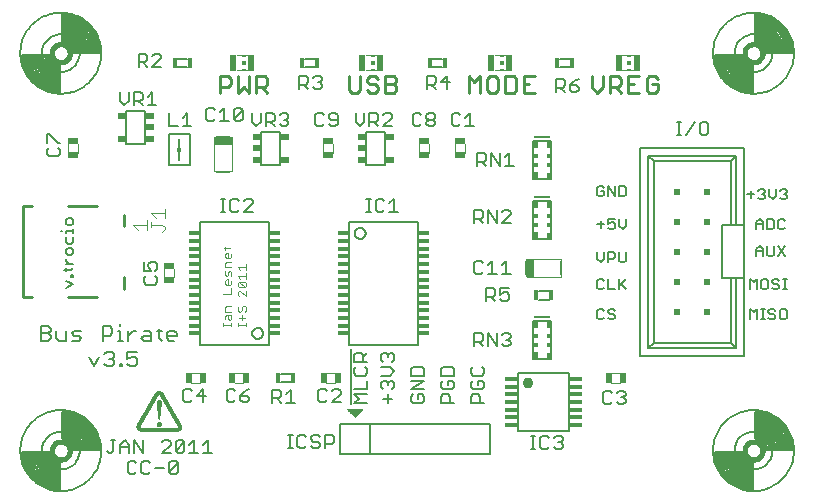
<source format=gto>
G75*
G70*
%OFA0B0*%
%FSLAX24Y24*%
%IPPOS*%
%LPD*%
%AMOC8*
5,1,8,0,0,1.08239X$1,22.5*
%
%ADD10C,0.0110*%
%ADD11C,0.0040*%
%ADD12C,0.0070*%
%ADD13C,0.0060*%
%ADD14C,0.0050*%
%ADD15R,0.0160X0.0340*%
%ADD16R,0.0118X0.0059*%
%ADD17R,0.0118X0.0118*%
%ADD18R,0.0236X0.0531*%
%ADD19R,0.0374X0.0197*%
%ADD20R,0.0374X0.0197*%
%ADD21R,0.0197X0.0374*%
%ADD22R,0.0197X0.0374*%
%ADD23R,0.0079X0.0472*%
%ADD24R,0.0256X0.0591*%
%ADD25R,0.0118X0.0157*%
%ADD26R,0.0472X0.0079*%
%ADD27R,0.0591X0.0256*%
%ADD28C,0.0080*%
%ADD29R,0.0423X0.0118*%
%ADD30C,0.0362*%
%ADD31R,0.0006X0.0006*%
%ADD32R,0.0006X0.0006*%
%ADD33R,0.0006X0.0006*%
%ADD34R,0.0006X0.0006*%
%ADD35C,0.0180*%
%ADD36C,0.0100*%
%ADD37R,0.0118X0.0236*%
%ADD38R,0.0118X0.0197*%
%ADD39R,0.0551X0.0039*%
%ADD40R,0.0551X0.0079*%
%ADD41R,0.0039X0.0079*%
%ADD42R,0.0200X0.0200*%
%ADD43C,0.0025*%
%ADD44R,0.0368X0.0128*%
%ADD45R,0.0256X0.0197*%
D10*
X007981Y018218D02*
X007981Y018769D01*
X008257Y018769D01*
X008348Y018677D01*
X008348Y018494D01*
X008257Y018402D01*
X007981Y018402D01*
X008589Y018218D02*
X008589Y018769D01*
X008956Y018769D02*
X008956Y018218D01*
X008773Y018402D01*
X008589Y018218D01*
X009197Y018218D02*
X009197Y018769D01*
X009472Y018769D01*
X009564Y018677D01*
X009564Y018494D01*
X009472Y018402D01*
X009197Y018402D01*
X009380Y018402D02*
X009564Y018218D01*
X012281Y018310D02*
X012373Y018218D01*
X012557Y018218D01*
X012648Y018310D01*
X012648Y018769D01*
X012889Y018677D02*
X012981Y018769D01*
X013164Y018769D01*
X013256Y018677D01*
X013164Y018494D02*
X012981Y018494D01*
X012889Y018585D01*
X012889Y018677D01*
X013164Y018494D02*
X013256Y018402D01*
X013256Y018310D01*
X013164Y018218D01*
X012981Y018218D01*
X012889Y018310D01*
X012281Y018310D02*
X012281Y018769D01*
X013497Y018769D02*
X013497Y018218D01*
X013772Y018218D01*
X013864Y018310D01*
X013864Y018402D01*
X013772Y018494D01*
X013497Y018494D01*
X013772Y018494D02*
X013864Y018585D01*
X013864Y018677D01*
X013772Y018769D01*
X013497Y018769D01*
X016281Y018769D02*
X016281Y018218D01*
X016648Y018218D02*
X016648Y018769D01*
X016465Y018585D01*
X016281Y018769D01*
X016889Y018677D02*
X016889Y018310D01*
X016981Y018218D01*
X017164Y018218D01*
X017256Y018310D01*
X017256Y018677D01*
X017164Y018769D01*
X016981Y018769D01*
X016889Y018677D01*
X017497Y018769D02*
X017497Y018218D01*
X017772Y018218D01*
X017864Y018310D01*
X017864Y018677D01*
X017772Y018769D01*
X017497Y018769D01*
X018105Y018769D02*
X018105Y018218D01*
X018472Y018218D01*
X018288Y018494D02*
X018105Y018494D01*
X018105Y018769D02*
X018472Y018769D01*
X020381Y018769D02*
X020381Y018402D01*
X020565Y018218D01*
X020748Y018402D01*
X020748Y018769D01*
X020989Y018769D02*
X021264Y018769D01*
X021356Y018677D01*
X021356Y018494D01*
X021264Y018402D01*
X020989Y018402D01*
X020989Y018218D02*
X020989Y018769D01*
X021173Y018402D02*
X021356Y018218D01*
X021597Y018218D02*
X021964Y018218D01*
X022205Y018310D02*
X022296Y018218D01*
X022480Y018218D01*
X022572Y018310D01*
X022572Y018494D01*
X022388Y018494D01*
X022205Y018677D02*
X022205Y018310D01*
X022205Y018677D02*
X022296Y018769D01*
X022480Y018769D01*
X022572Y018677D01*
X021964Y018769D02*
X021597Y018769D01*
X021597Y018218D01*
X021597Y018494D02*
X021780Y018494D01*
D11*
X021754Y018967D02*
X021389Y018967D01*
X021399Y019459D02*
X021754Y019459D01*
X017504Y019459D02*
X017149Y019459D01*
X017139Y018967D02*
X017504Y018967D01*
X016141Y016504D02*
X016141Y016223D01*
X015806Y016223D02*
X015806Y016504D01*
X014947Y016504D02*
X014947Y016223D01*
X014611Y016223D02*
X014611Y016504D01*
X011747Y016504D02*
X011747Y016223D01*
X011411Y016223D02*
X011411Y016504D01*
X008372Y016734D02*
X008372Y015593D01*
X007781Y015593D01*
X007781Y016734D01*
X008372Y016734D01*
X008539Y018967D02*
X008904Y018967D01*
X008904Y019459D02*
X008549Y019459D01*
X012849Y019459D02*
X013204Y019459D01*
X013204Y018967D02*
X012839Y018967D01*
X006147Y014355D02*
X006147Y014048D01*
X006147Y014201D02*
X005686Y014201D01*
X005840Y014048D01*
X005686Y013894D02*
X005686Y013741D01*
X005686Y013818D02*
X006070Y013818D01*
X006147Y013741D01*
X006147Y013664D01*
X006070Y013587D01*
X005556Y013654D02*
X005556Y013961D01*
X005556Y013808D02*
X005096Y013808D01*
X005249Y013654D01*
X006111Y012354D02*
X006111Y012073D01*
X006447Y012073D02*
X006447Y012354D01*
X008123Y013034D02*
X008310Y013034D01*
X008356Y013080D01*
X008170Y013080D02*
X008170Y012987D01*
X008216Y012879D02*
X008263Y012879D01*
X008263Y012692D01*
X008216Y012692D02*
X008170Y012739D01*
X008170Y012832D01*
X008216Y012879D01*
X008356Y012832D02*
X008356Y012739D01*
X008310Y012692D01*
X008216Y012692D01*
X008216Y012584D02*
X008356Y012584D01*
X008216Y012584D02*
X008170Y012538D01*
X008170Y012398D01*
X008356Y012398D01*
X008310Y012290D02*
X008263Y012243D01*
X008263Y012150D01*
X008216Y012103D01*
X008170Y012150D01*
X008170Y012290D01*
X008310Y012290D02*
X008356Y012243D01*
X008356Y012103D01*
X008263Y011995D02*
X008263Y011808D01*
X008216Y011808D02*
X008170Y011855D01*
X008170Y011949D01*
X008216Y011995D01*
X008263Y011995D01*
X008356Y011949D02*
X008356Y011855D01*
X008310Y011808D01*
X008216Y011808D01*
X008356Y011701D02*
X008356Y011514D01*
X008076Y011514D01*
X008216Y011111D02*
X008356Y011111D01*
X008216Y011111D02*
X008170Y011065D01*
X008170Y010924D01*
X008356Y010924D01*
X008356Y010817D02*
X008356Y010676D01*
X008310Y010630D01*
X008263Y010676D01*
X008263Y010817D01*
X008216Y010817D02*
X008356Y010817D01*
X008216Y010817D02*
X008170Y010770D01*
X008170Y010676D01*
X008076Y010527D02*
X008076Y010433D01*
X008076Y010480D02*
X008356Y010480D01*
X008356Y010433D02*
X008356Y010527D01*
X008576Y010527D02*
X008576Y010433D01*
X008576Y010480D02*
X008856Y010480D01*
X008856Y010433D02*
X008856Y010527D01*
X008716Y010630D02*
X008716Y010817D01*
X008670Y010924D02*
X008716Y010971D01*
X008716Y011065D01*
X008763Y011111D01*
X008810Y011111D01*
X008856Y011065D01*
X008856Y010971D01*
X008810Y010924D01*
X008670Y010924D02*
X008623Y010924D01*
X008576Y010971D01*
X008576Y011065D01*
X008623Y011111D01*
X008623Y011433D02*
X008576Y011480D01*
X008576Y011574D01*
X008623Y011620D01*
X008670Y011620D01*
X008856Y011433D01*
X008856Y011620D01*
X008810Y011728D02*
X008623Y011915D01*
X008810Y011915D01*
X008856Y011868D01*
X008856Y011775D01*
X008810Y011728D01*
X008623Y011728D01*
X008576Y011775D01*
X008576Y011868D01*
X008623Y011915D01*
X008670Y012023D02*
X008576Y012116D01*
X008856Y012116D01*
X008856Y012023D02*
X008856Y012209D01*
X008856Y012317D02*
X008856Y012504D01*
X008856Y012411D02*
X008576Y012411D01*
X008670Y012317D01*
X008623Y010723D02*
X008810Y010723D01*
X008767Y008878D02*
X008486Y008878D01*
X008486Y008543D02*
X008767Y008543D01*
X007317Y008543D02*
X007036Y008543D01*
X007036Y008878D02*
X007317Y008878D01*
X011536Y008878D02*
X011817Y008878D01*
X011817Y008543D02*
X011536Y008543D01*
X018206Y012068D02*
X018206Y012659D01*
X019347Y012659D01*
X019347Y012068D01*
X018206Y012068D01*
X021036Y008883D02*
X021317Y008883D01*
X021317Y008548D02*
X021036Y008548D01*
X003247Y016223D02*
X003247Y016504D01*
X002911Y016504D02*
X002911Y016223D01*
D12*
X004671Y010521D02*
X004671Y010439D01*
X004671Y010275D02*
X004671Y009948D01*
X004590Y009948D02*
X004753Y009948D01*
X004933Y009948D02*
X004933Y010275D01*
X004933Y010112D02*
X005097Y010275D01*
X005179Y010275D01*
X005445Y010275D02*
X005608Y010275D01*
X005690Y010194D01*
X005690Y009948D01*
X005445Y009948D01*
X005363Y010030D01*
X005445Y010112D01*
X005690Y010112D01*
X005879Y010275D02*
X006042Y010275D01*
X005960Y010357D02*
X005960Y010030D01*
X006042Y009948D01*
X006222Y010030D02*
X006222Y010194D01*
X006304Y010275D01*
X006468Y010275D01*
X006549Y010194D01*
X006549Y010112D01*
X006222Y010112D01*
X006222Y010030D02*
X006304Y009948D01*
X006468Y009948D01*
X005227Y009589D02*
X004901Y009589D01*
X004901Y009344D01*
X005064Y009425D01*
X005146Y009425D01*
X005227Y009344D01*
X005227Y009180D01*
X005146Y009098D01*
X004982Y009098D01*
X004901Y009180D01*
X004724Y009180D02*
X004724Y009098D01*
X004643Y009098D01*
X004643Y009180D01*
X004724Y009180D01*
X004454Y009180D02*
X004372Y009098D01*
X004209Y009098D01*
X004127Y009180D01*
X004291Y009344D02*
X004372Y009344D01*
X004454Y009262D01*
X004454Y009180D01*
X004372Y009344D02*
X004454Y009425D01*
X004454Y009507D01*
X004372Y009589D01*
X004209Y009589D01*
X004127Y009507D01*
X003938Y009425D02*
X003775Y009098D01*
X003611Y009425D01*
X003288Y009948D02*
X003043Y009948D01*
X003124Y010112D02*
X003043Y010194D01*
X003124Y010275D01*
X003370Y010275D01*
X003288Y010112D02*
X003124Y010112D01*
X003288Y010112D02*
X003370Y010030D01*
X003288Y009948D01*
X002854Y009948D02*
X002854Y010275D01*
X002854Y009948D02*
X002609Y009948D01*
X002527Y010030D01*
X002527Y010275D01*
X002338Y010275D02*
X002338Y010357D01*
X002257Y010439D01*
X002011Y010439D01*
X002011Y009948D01*
X002257Y009948D01*
X002338Y010030D01*
X002338Y010112D01*
X002257Y010194D01*
X002011Y010194D01*
X002257Y010194D02*
X002338Y010275D01*
X004074Y010112D02*
X004319Y010112D01*
X004401Y010194D01*
X004401Y010357D01*
X004319Y010439D01*
X004074Y010439D01*
X004074Y009948D01*
X004590Y010275D02*
X004671Y010275D01*
D13*
X004980Y005493D02*
X005127Y005493D01*
X005200Y005567D01*
X005367Y005567D02*
X005367Y005860D01*
X005440Y005934D01*
X005587Y005934D01*
X005660Y005860D01*
X005827Y005714D02*
X006121Y005714D01*
X006288Y005860D02*
X006361Y005934D01*
X006508Y005934D01*
X006581Y005860D01*
X006288Y005567D01*
X006361Y005493D01*
X006508Y005493D01*
X006581Y005567D01*
X006581Y005860D01*
X006288Y005860D02*
X006288Y005567D01*
X005660Y005567D02*
X005587Y005493D01*
X005440Y005493D01*
X005367Y005567D01*
X005200Y005860D02*
X005127Y005934D01*
X004980Y005934D01*
X004906Y005860D01*
X004906Y005567D01*
X004980Y005493D01*
X004960Y006193D02*
X004960Y006487D01*
X004814Y006634D01*
X004667Y006487D01*
X004667Y006193D01*
X004667Y006414D02*
X004960Y006414D01*
X005127Y006634D02*
X005127Y006193D01*
X005421Y006193D02*
X005421Y006634D01*
X005127Y006634D02*
X005421Y006193D01*
X006048Y006193D02*
X006341Y006487D01*
X006341Y006560D01*
X006268Y006634D01*
X006121Y006634D01*
X006048Y006560D01*
X006048Y006193D02*
X006341Y006193D01*
X006508Y006267D02*
X006802Y006560D01*
X006802Y006267D01*
X006728Y006193D01*
X006582Y006193D01*
X006508Y006267D01*
X006508Y006560D01*
X006582Y006634D01*
X006728Y006634D01*
X006802Y006560D01*
X006969Y006487D02*
X007115Y006634D01*
X007115Y006193D01*
X006969Y006193D02*
X007262Y006193D01*
X007429Y006193D02*
X007723Y006193D01*
X007576Y006193D02*
X007576Y006634D01*
X007429Y006487D01*
X007437Y007893D02*
X007437Y008334D01*
X007217Y008114D01*
X007510Y008114D01*
X007050Y008260D02*
X006977Y008334D01*
X006830Y008334D01*
X006756Y008260D01*
X006756Y007967D01*
X006830Y007893D01*
X006977Y007893D01*
X007050Y007967D01*
X008206Y007967D02*
X008280Y007893D01*
X008427Y007893D01*
X008500Y007967D01*
X008667Y007967D02*
X008667Y008114D01*
X008887Y008114D01*
X008960Y008040D01*
X008960Y007967D01*
X008887Y007893D01*
X008740Y007893D01*
X008667Y007967D01*
X008667Y008114D02*
X008814Y008260D01*
X008960Y008334D01*
X009736Y008324D02*
X009956Y008324D01*
X010029Y008250D01*
X010029Y008104D01*
X009956Y008030D01*
X009736Y008030D01*
X009882Y008030D02*
X010029Y007883D01*
X010196Y007883D02*
X010490Y007883D01*
X010343Y007883D02*
X010343Y008324D01*
X010196Y008177D01*
X010347Y008573D02*
X010006Y008573D01*
X010006Y008854D02*
X010347Y008854D01*
X009736Y008324D02*
X009736Y007883D01*
X008500Y008260D02*
X008427Y008334D01*
X008280Y008334D01*
X008206Y008260D01*
X008206Y007967D01*
X010261Y006810D02*
X010408Y006810D01*
X010335Y006810D02*
X010335Y006369D01*
X010408Y006369D02*
X010261Y006369D01*
X010568Y006443D02*
X010641Y006369D01*
X010788Y006369D01*
X010862Y006443D01*
X011028Y006443D02*
X011102Y006369D01*
X011249Y006369D01*
X011322Y006443D01*
X011322Y006516D01*
X011249Y006590D01*
X011102Y006590D01*
X011028Y006663D01*
X011028Y006736D01*
X011102Y006810D01*
X011249Y006810D01*
X011322Y006736D01*
X011489Y006810D02*
X011709Y006810D01*
X011782Y006736D01*
X011782Y006590D01*
X011709Y006516D01*
X011489Y006516D01*
X011489Y006369D02*
X011489Y006810D01*
X010862Y006736D02*
X010788Y006810D01*
X010641Y006810D01*
X010568Y006736D01*
X010568Y006443D01*
X011330Y007893D02*
X011477Y007893D01*
X011550Y007967D01*
X011717Y007893D02*
X012010Y008187D01*
X012010Y008260D01*
X011937Y008334D01*
X011790Y008334D01*
X011717Y008260D01*
X011550Y008260D02*
X011477Y008334D01*
X011330Y008334D01*
X011256Y008260D01*
X011256Y007967D01*
X011330Y007893D01*
X011717Y007893D02*
X012010Y007893D01*
X012341Y007839D02*
X012341Y009681D01*
X012275Y009816D02*
X012275Y013911D01*
X014578Y013911D01*
X014578Y009816D01*
X012275Y009816D01*
X012534Y009544D02*
X012681Y009544D01*
X012754Y009471D01*
X012754Y009250D01*
X012901Y009250D02*
X012461Y009250D01*
X012461Y009471D01*
X012534Y009544D01*
X012754Y009397D02*
X012901Y009544D01*
X013361Y009471D02*
X013361Y009324D01*
X013434Y009250D01*
X013361Y009084D02*
X013654Y009084D01*
X013801Y008937D01*
X013654Y008790D01*
X013361Y008790D01*
X013434Y008623D02*
X013361Y008550D01*
X013361Y008403D01*
X013434Y008330D01*
X013581Y008476D02*
X013581Y008550D01*
X013654Y008623D01*
X013728Y008623D01*
X013801Y008550D01*
X013801Y008403D01*
X013728Y008330D01*
X013581Y008163D02*
X013581Y007869D01*
X013434Y008016D02*
X013728Y008016D01*
X013581Y008550D02*
X013508Y008623D01*
X013434Y008623D01*
X012901Y008623D02*
X012901Y008330D01*
X012461Y008330D01*
X012461Y008163D02*
X012901Y008163D01*
X012901Y007869D02*
X012461Y007869D01*
X012608Y008016D01*
X012461Y008163D01*
X012534Y008790D02*
X012828Y008790D01*
X012901Y008863D01*
X012901Y009010D01*
X012828Y009084D01*
X012534Y009084D02*
X012461Y009010D01*
X012461Y008863D01*
X012534Y008790D01*
X013361Y009471D02*
X013434Y009544D01*
X013508Y009544D01*
X013581Y009471D01*
X013654Y009544D01*
X013728Y009544D01*
X013801Y009471D01*
X013801Y009324D01*
X013728Y009250D01*
X013581Y009397D02*
X013581Y009471D01*
X014361Y009010D02*
X014361Y008790D01*
X014801Y008790D01*
X014801Y009010D01*
X014728Y009084D01*
X014434Y009084D01*
X014361Y009010D01*
X014361Y008623D02*
X014801Y008623D01*
X014361Y008330D01*
X014801Y008330D01*
X014728Y008163D02*
X014581Y008163D01*
X014581Y008016D01*
X014434Y007869D02*
X014728Y007869D01*
X014801Y007943D01*
X014801Y008090D01*
X014728Y008163D01*
X014434Y008163D02*
X014361Y008090D01*
X014361Y007943D01*
X014434Y007869D01*
X015361Y007869D02*
X015361Y008090D01*
X015434Y008163D01*
X015581Y008163D01*
X015654Y008090D01*
X015654Y007869D01*
X015801Y007869D02*
X015361Y007869D01*
X015434Y008330D02*
X015728Y008330D01*
X015801Y008403D01*
X015801Y008550D01*
X015728Y008623D01*
X015581Y008623D01*
X015581Y008476D01*
X015434Y008330D02*
X015361Y008403D01*
X015361Y008550D01*
X015434Y008623D01*
X015361Y008790D02*
X015361Y009010D01*
X015434Y009084D01*
X015728Y009084D01*
X015801Y009010D01*
X015801Y008790D01*
X015361Y008790D01*
X016361Y008863D02*
X016434Y008790D01*
X016728Y008790D01*
X016801Y008863D01*
X016801Y009010D01*
X016728Y009084D01*
X016434Y009084D02*
X016361Y009010D01*
X016361Y008863D01*
X016434Y008623D02*
X016361Y008550D01*
X016361Y008403D01*
X016434Y008330D01*
X016728Y008330D01*
X016801Y008403D01*
X016801Y008550D01*
X016728Y008623D01*
X016581Y008623D01*
X016581Y008476D01*
X016581Y008163D02*
X016654Y008090D01*
X016654Y007869D01*
X016801Y007869D02*
X016361Y007869D01*
X016361Y008090D01*
X016434Y008163D01*
X016581Y008163D01*
X018356Y006784D02*
X018503Y006784D01*
X018430Y006784D02*
X018430Y006343D01*
X018503Y006343D02*
X018356Y006343D01*
X018663Y006417D02*
X018737Y006343D01*
X018884Y006343D01*
X018957Y006417D01*
X019124Y006417D02*
X019197Y006343D01*
X019344Y006343D01*
X019417Y006417D01*
X019417Y006490D01*
X019344Y006564D01*
X019270Y006564D01*
X019344Y006564D02*
X019417Y006637D01*
X019417Y006710D01*
X019344Y006784D01*
X019197Y006784D01*
X019124Y006710D01*
X018957Y006710D02*
X018884Y006784D01*
X018737Y006784D01*
X018663Y006710D01*
X018663Y006417D01*
X020756Y007917D02*
X020830Y007843D01*
X020977Y007843D01*
X021050Y007917D01*
X021217Y007917D02*
X021290Y007843D01*
X021437Y007843D01*
X021510Y007917D01*
X021510Y007990D01*
X021437Y008064D01*
X021364Y008064D01*
X021437Y008064D02*
X021510Y008137D01*
X021510Y008210D01*
X021437Y008284D01*
X021290Y008284D01*
X021217Y008210D01*
X021050Y008210D02*
X020977Y008284D01*
X020830Y008284D01*
X020756Y008210D01*
X020756Y007917D01*
X021994Y009437D02*
X025459Y009437D01*
X025459Y012028D01*
X025006Y012028D01*
X024734Y012028D01*
X024734Y013799D01*
X025459Y013799D01*
X025459Y012028D01*
X025187Y012028D02*
X025187Y009709D01*
X025006Y009890D01*
X025006Y012028D01*
X025006Y013799D02*
X025006Y015937D01*
X025187Y016118D01*
X025187Y013799D01*
X025459Y013799D02*
X025459Y016390D01*
X021994Y016390D01*
X021994Y009437D01*
X022266Y009709D02*
X022447Y009890D01*
X025006Y009890D01*
X025187Y009709D02*
X022266Y009709D01*
X022266Y016118D01*
X022447Y015937D01*
X025006Y015937D01*
X025187Y016118D02*
X022266Y016118D01*
X022447Y015937D02*
X022447Y009890D01*
X018947Y011323D02*
X018606Y011323D01*
X018606Y011604D02*
X018947Y011604D01*
X017615Y011710D02*
X017322Y011710D01*
X017322Y011490D01*
X017468Y011563D01*
X017542Y011563D01*
X017615Y011490D01*
X017615Y011343D01*
X017542Y011269D01*
X017395Y011269D01*
X017322Y011343D01*
X017155Y011269D02*
X017008Y011416D01*
X017081Y011416D02*
X016861Y011416D01*
X016861Y011269D02*
X016861Y011710D01*
X017081Y011710D01*
X017155Y011636D01*
X017155Y011490D01*
X017081Y011416D01*
X017068Y012169D02*
X017068Y012610D01*
X016922Y012463D01*
X016755Y012536D02*
X016681Y012610D01*
X016535Y012610D01*
X016461Y012536D01*
X016461Y012243D01*
X016535Y012169D01*
X016681Y012169D01*
X016755Y012243D01*
X016922Y012169D02*
X017215Y012169D01*
X017382Y012169D02*
X017675Y012169D01*
X017529Y012169D02*
X017529Y012610D01*
X017382Y012463D01*
X017382Y013869D02*
X017675Y014163D01*
X017675Y014236D01*
X017602Y014310D01*
X017455Y014310D01*
X017382Y014236D01*
X017215Y014310D02*
X017215Y013869D01*
X016922Y014310D01*
X016922Y013869D01*
X016755Y013869D02*
X016608Y014016D01*
X016681Y014016D02*
X016461Y014016D01*
X016461Y013869D02*
X016461Y014310D01*
X016681Y014310D01*
X016755Y014236D01*
X016755Y014090D01*
X016681Y014016D01*
X017382Y013869D02*
X017675Y013869D01*
X017629Y015769D02*
X017629Y016210D01*
X017482Y016063D01*
X017315Y016210D02*
X017315Y015769D01*
X017022Y016210D01*
X017022Y015769D01*
X016855Y015769D02*
X016708Y015916D01*
X016781Y015916D02*
X016561Y015916D01*
X016561Y015769D02*
X016561Y016210D01*
X016781Y016210D01*
X016855Y016136D01*
X016855Y015990D01*
X016781Y015916D01*
X017482Y015769D02*
X017775Y015769D01*
X016460Y017093D02*
X016167Y017093D01*
X016314Y017093D02*
X016314Y017534D01*
X016167Y017387D01*
X016000Y017460D02*
X015927Y017534D01*
X015780Y017534D01*
X015706Y017460D01*
X015706Y017167D01*
X015780Y017093D01*
X015927Y017093D01*
X016000Y017167D01*
X015160Y017167D02*
X015087Y017093D01*
X014940Y017093D01*
X014867Y017167D01*
X014867Y017240D01*
X014940Y017314D01*
X015087Y017314D01*
X015160Y017240D01*
X015160Y017167D01*
X015087Y017314D02*
X015160Y017387D01*
X015160Y017460D01*
X015087Y017534D01*
X014940Y017534D01*
X014867Y017460D01*
X014867Y017387D01*
X014940Y017314D01*
X014700Y017460D02*
X014627Y017534D01*
X014480Y017534D01*
X014406Y017460D01*
X014406Y017167D01*
X014480Y017093D01*
X014627Y017093D01*
X014700Y017167D01*
X013721Y017093D02*
X013427Y017093D01*
X013721Y017387D01*
X013721Y017460D01*
X013647Y017534D01*
X013501Y017534D01*
X013427Y017460D01*
X013260Y017460D02*
X013260Y017314D01*
X013187Y017240D01*
X012967Y017240D01*
X013114Y017240D02*
X013260Y017093D01*
X013495Y016923D02*
X013495Y016886D01*
X013495Y016923D02*
X013495Y015804D01*
X013495Y015841D01*
X013495Y015804D02*
X012858Y015804D01*
X012858Y015841D01*
X012858Y015804D02*
X012858Y016923D01*
X012858Y016886D01*
X012858Y016923D02*
X013495Y016923D01*
X013495Y016569D02*
X013495Y016158D01*
X012858Y016158D02*
X012858Y016195D01*
X012858Y016532D02*
X012858Y016569D01*
X012967Y017093D02*
X012967Y017534D01*
X013187Y017534D01*
X013260Y017460D01*
X012800Y017534D02*
X012800Y017240D01*
X012653Y017093D01*
X012506Y017240D01*
X012506Y017534D01*
X011910Y017460D02*
X011910Y017167D01*
X011837Y017093D01*
X011690Y017093D01*
X011617Y017167D01*
X011690Y017314D02*
X011910Y017314D01*
X011910Y017460D02*
X011837Y017534D01*
X011690Y017534D01*
X011617Y017460D01*
X011617Y017387D01*
X011690Y017314D01*
X011450Y017460D02*
X011377Y017534D01*
X011230Y017534D01*
X011156Y017460D01*
X011156Y017167D01*
X011230Y017093D01*
X011377Y017093D01*
X011450Y017167D01*
X010271Y017167D02*
X010197Y017093D01*
X010051Y017093D01*
X009977Y017167D01*
X009810Y017093D02*
X009664Y017240D01*
X009737Y017240D02*
X009517Y017240D01*
X009517Y017093D02*
X009517Y017534D01*
X009737Y017534D01*
X009810Y017460D01*
X009810Y017314D01*
X009737Y017240D01*
X009977Y017460D02*
X010051Y017534D01*
X010197Y017534D01*
X010271Y017460D01*
X010271Y017387D01*
X010197Y017314D01*
X010271Y017240D01*
X010271Y017167D01*
X010197Y017314D02*
X010124Y017314D01*
X009995Y016923D02*
X009358Y016923D01*
X009358Y016886D01*
X009358Y016923D02*
X009358Y015804D01*
X009358Y015841D01*
X009358Y015804D02*
X009995Y015804D01*
X009995Y015841D01*
X009995Y015804D02*
X009995Y016923D01*
X009995Y016886D01*
X009995Y016569D02*
X009995Y016158D01*
X009358Y016158D02*
X009358Y016195D01*
X009358Y016532D02*
X009358Y016569D01*
X009203Y017093D02*
X009350Y017240D01*
X009350Y017534D01*
X009056Y017534D02*
X009056Y017240D01*
X009203Y017093D01*
X008741Y017351D02*
X008667Y017277D01*
X008521Y017277D01*
X008447Y017351D01*
X008741Y017644D01*
X008741Y017351D01*
X008447Y017351D02*
X008447Y017644D01*
X008521Y017718D01*
X008667Y017718D01*
X008741Y017644D01*
X008134Y017718D02*
X008134Y017277D01*
X008280Y017277D02*
X007987Y017277D01*
X007820Y017351D02*
X007747Y017277D01*
X007600Y017277D01*
X007527Y017351D01*
X007527Y017644D01*
X007600Y017718D01*
X007747Y017718D01*
X007820Y017644D01*
X007987Y017571D02*
X008134Y017718D01*
X007035Y017093D02*
X006742Y017093D01*
X006889Y017093D02*
X006889Y017534D01*
X006742Y017387D01*
X006281Y017534D02*
X006281Y017093D01*
X006575Y017093D01*
X005871Y017793D02*
X005577Y017793D01*
X005724Y017793D02*
X005724Y018234D01*
X005577Y018087D01*
X005410Y018160D02*
X005410Y018014D01*
X005337Y017940D01*
X005117Y017940D01*
X005264Y017940D02*
X005410Y017793D01*
X005495Y017623D02*
X005495Y017586D01*
X005495Y017623D02*
X005495Y016504D01*
X005495Y016541D01*
X005495Y016504D02*
X004858Y016504D01*
X004858Y016541D01*
X004858Y016504D02*
X004858Y017623D01*
X004858Y017586D01*
X004858Y017623D02*
X005495Y017623D01*
X005117Y017793D02*
X005117Y018234D01*
X005337Y018234D01*
X005410Y018160D01*
X004950Y018234D02*
X004950Y017940D01*
X004803Y017793D01*
X004656Y017940D01*
X004656Y018234D01*
X004858Y017269D02*
X004858Y016858D01*
X005495Y016858D02*
X005495Y016895D01*
X005495Y017232D02*
X005495Y017269D01*
X002646Y016554D02*
X002573Y016554D01*
X002279Y016847D01*
X002206Y016847D01*
X002206Y016554D01*
X002279Y016387D02*
X002206Y016314D01*
X002206Y016167D01*
X002279Y016093D01*
X002573Y016093D01*
X002646Y016167D01*
X002646Y016314D01*
X002573Y016387D01*
X005276Y019083D02*
X005276Y019524D01*
X005496Y019524D01*
X005569Y019450D01*
X005569Y019304D01*
X005496Y019230D01*
X005276Y019230D01*
X005422Y019230D02*
X005569Y019083D01*
X005736Y019083D02*
X006030Y019377D01*
X006030Y019450D01*
X005956Y019524D01*
X005809Y019524D01*
X005736Y019450D01*
X005736Y019083D02*
X006030Y019083D01*
X006556Y019073D02*
X006897Y019073D01*
X006897Y019354D02*
X006556Y019354D01*
X001331Y019537D02*
X001333Y019610D01*
X001339Y019683D01*
X001349Y019755D01*
X001363Y019827D01*
X001380Y019898D01*
X001402Y019968D01*
X001427Y020037D01*
X001456Y020104D01*
X001488Y020169D01*
X001524Y020233D01*
X001564Y020295D01*
X001606Y020354D01*
X001652Y020411D01*
X001701Y020465D01*
X001753Y020517D01*
X001807Y020566D01*
X001864Y020612D01*
X001923Y020654D01*
X001985Y020694D01*
X002049Y020730D01*
X002114Y020762D01*
X002181Y020791D01*
X002250Y020816D01*
X002320Y020838D01*
X002391Y020855D01*
X002463Y020869D01*
X002535Y020879D01*
X002608Y020885D01*
X002681Y020887D01*
X002754Y020885D01*
X002827Y020879D01*
X002899Y020869D01*
X002971Y020855D01*
X003042Y020838D01*
X003112Y020816D01*
X003181Y020791D01*
X003248Y020762D01*
X003313Y020730D01*
X003377Y020694D01*
X003439Y020654D01*
X003498Y020612D01*
X003555Y020566D01*
X003609Y020517D01*
X003661Y020465D01*
X003710Y020411D01*
X003756Y020354D01*
X003798Y020295D01*
X003838Y020233D01*
X003874Y020169D01*
X003906Y020104D01*
X003935Y020037D01*
X003960Y019968D01*
X003982Y019898D01*
X003999Y019827D01*
X004013Y019755D01*
X004023Y019683D01*
X004029Y019610D01*
X004031Y019537D01*
X004029Y019464D01*
X004023Y019391D01*
X004013Y019319D01*
X003999Y019247D01*
X003982Y019176D01*
X003960Y019106D01*
X003935Y019037D01*
X003906Y018970D01*
X003874Y018905D01*
X003838Y018841D01*
X003798Y018779D01*
X003756Y018720D01*
X003710Y018663D01*
X003661Y018609D01*
X003609Y018557D01*
X003555Y018508D01*
X003498Y018462D01*
X003439Y018420D01*
X003377Y018380D01*
X003313Y018344D01*
X003248Y018312D01*
X003181Y018283D01*
X003112Y018258D01*
X003042Y018236D01*
X002971Y018219D01*
X002899Y018205D01*
X002827Y018195D01*
X002754Y018189D01*
X002681Y018187D01*
X002608Y018189D01*
X002535Y018195D01*
X002463Y018205D01*
X002391Y018219D01*
X002320Y018236D01*
X002250Y018258D01*
X002181Y018283D01*
X002114Y018312D01*
X002049Y018344D01*
X001985Y018380D01*
X001923Y018420D01*
X001864Y018462D01*
X001807Y018508D01*
X001753Y018557D01*
X001701Y018609D01*
X001652Y018663D01*
X001606Y018720D01*
X001564Y018779D01*
X001524Y018841D01*
X001488Y018905D01*
X001456Y018970D01*
X001427Y019037D01*
X001402Y019106D01*
X001380Y019176D01*
X001363Y019247D01*
X001349Y019319D01*
X001339Y019391D01*
X001333Y019464D01*
X001331Y019537D01*
X008020Y014684D02*
X008167Y014684D01*
X008093Y014684D02*
X008093Y014243D01*
X008020Y014243D02*
X008167Y014243D01*
X008327Y014317D02*
X008400Y014243D01*
X008547Y014243D01*
X008620Y014317D01*
X008787Y014243D02*
X009081Y014537D01*
X009081Y014610D01*
X009007Y014684D01*
X008860Y014684D01*
X008787Y014610D01*
X008620Y014610D02*
X008547Y014684D01*
X008400Y014684D01*
X008327Y014610D01*
X008327Y014317D01*
X008787Y014243D02*
X009081Y014243D01*
X009628Y013911D02*
X009628Y009816D01*
X007325Y009816D01*
X007325Y013911D01*
X009628Y013911D01*
X012478Y013527D02*
X012480Y013553D01*
X012486Y013579D01*
X012495Y013604D01*
X012508Y013627D01*
X012524Y013648D01*
X012543Y013666D01*
X012565Y013682D01*
X012588Y013694D01*
X012613Y013702D01*
X012639Y013707D01*
X012666Y013708D01*
X012692Y013705D01*
X012717Y013698D01*
X012742Y013688D01*
X012764Y013674D01*
X012785Y013657D01*
X012802Y013638D01*
X012817Y013616D01*
X012828Y013592D01*
X012836Y013566D01*
X012840Y013540D01*
X012840Y013514D01*
X012836Y013488D01*
X012828Y013462D01*
X012817Y013438D01*
X012802Y013416D01*
X012785Y013397D01*
X012764Y013380D01*
X012742Y013366D01*
X012717Y013356D01*
X012692Y013349D01*
X012666Y013346D01*
X012639Y013347D01*
X012613Y013352D01*
X012588Y013360D01*
X012565Y013372D01*
X012543Y013388D01*
X012524Y013406D01*
X012508Y013427D01*
X012495Y013450D01*
X012486Y013475D01*
X012480Y013501D01*
X012478Y013527D01*
X012870Y014243D02*
X013017Y014243D01*
X012943Y014243D02*
X012943Y014684D01*
X012870Y014684D02*
X013017Y014684D01*
X013177Y014610D02*
X013250Y014684D01*
X013397Y014684D01*
X013470Y014610D01*
X013637Y014537D02*
X013784Y014684D01*
X013784Y014243D01*
X013637Y014243D02*
X013931Y014243D01*
X013470Y014317D02*
X013397Y014243D01*
X013250Y014243D01*
X013177Y014317D01*
X013177Y014610D01*
X019186Y018243D02*
X019186Y018684D01*
X019406Y018684D01*
X019479Y018610D01*
X019479Y018464D01*
X019406Y018390D01*
X019186Y018390D01*
X019332Y018390D02*
X019479Y018243D01*
X019646Y018317D02*
X019719Y018243D01*
X019866Y018243D01*
X019940Y018317D01*
X019940Y018390D01*
X019866Y018464D01*
X019646Y018464D01*
X019646Y018317D01*
X019646Y018464D02*
X019793Y018610D01*
X019940Y018684D01*
X019647Y019073D02*
X019306Y019073D01*
X019306Y019354D02*
X019647Y019354D01*
X023206Y017234D02*
X023353Y017234D01*
X023280Y017234D02*
X023280Y016793D01*
X023353Y016793D02*
X023206Y016793D01*
X023513Y016793D02*
X023807Y017234D01*
X023974Y017160D02*
X023974Y016867D01*
X024047Y016793D01*
X024194Y016793D01*
X024267Y016867D01*
X024267Y017160D01*
X024194Y017234D01*
X024047Y017234D01*
X023974Y017160D01*
X024422Y019537D02*
X024424Y019610D01*
X024430Y019683D01*
X024440Y019755D01*
X024454Y019827D01*
X024471Y019898D01*
X024493Y019968D01*
X024518Y020037D01*
X024547Y020104D01*
X024579Y020169D01*
X024615Y020233D01*
X024655Y020295D01*
X024697Y020354D01*
X024743Y020411D01*
X024792Y020465D01*
X024844Y020517D01*
X024898Y020566D01*
X024955Y020612D01*
X025014Y020654D01*
X025076Y020694D01*
X025140Y020730D01*
X025205Y020762D01*
X025272Y020791D01*
X025341Y020816D01*
X025411Y020838D01*
X025482Y020855D01*
X025554Y020869D01*
X025626Y020879D01*
X025699Y020885D01*
X025772Y020887D01*
X025845Y020885D01*
X025918Y020879D01*
X025990Y020869D01*
X026062Y020855D01*
X026133Y020838D01*
X026203Y020816D01*
X026272Y020791D01*
X026339Y020762D01*
X026404Y020730D01*
X026468Y020694D01*
X026530Y020654D01*
X026589Y020612D01*
X026646Y020566D01*
X026700Y020517D01*
X026752Y020465D01*
X026801Y020411D01*
X026847Y020354D01*
X026889Y020295D01*
X026929Y020233D01*
X026965Y020169D01*
X026997Y020104D01*
X027026Y020037D01*
X027051Y019968D01*
X027073Y019898D01*
X027090Y019827D01*
X027104Y019755D01*
X027114Y019683D01*
X027120Y019610D01*
X027122Y019537D01*
X027120Y019464D01*
X027114Y019391D01*
X027104Y019319D01*
X027090Y019247D01*
X027073Y019176D01*
X027051Y019106D01*
X027026Y019037D01*
X026997Y018970D01*
X026965Y018905D01*
X026929Y018841D01*
X026889Y018779D01*
X026847Y018720D01*
X026801Y018663D01*
X026752Y018609D01*
X026700Y018557D01*
X026646Y018508D01*
X026589Y018462D01*
X026530Y018420D01*
X026468Y018380D01*
X026404Y018344D01*
X026339Y018312D01*
X026272Y018283D01*
X026203Y018258D01*
X026133Y018236D01*
X026062Y018219D01*
X025990Y018205D01*
X025918Y018195D01*
X025845Y018189D01*
X025772Y018187D01*
X025699Y018189D01*
X025626Y018195D01*
X025554Y018205D01*
X025482Y018219D01*
X025411Y018236D01*
X025341Y018258D01*
X025272Y018283D01*
X025205Y018312D01*
X025140Y018344D01*
X025076Y018380D01*
X025014Y018420D01*
X024955Y018462D01*
X024898Y018508D01*
X024844Y018557D01*
X024792Y018609D01*
X024743Y018663D01*
X024697Y018720D01*
X024655Y018779D01*
X024615Y018841D01*
X024579Y018905D01*
X024547Y018970D01*
X024518Y019037D01*
X024493Y019106D01*
X024471Y019176D01*
X024454Y019247D01*
X024440Y019319D01*
X024430Y019391D01*
X024424Y019464D01*
X024422Y019537D01*
X015640Y018564D02*
X015346Y018564D01*
X015566Y018784D01*
X015566Y018343D01*
X015179Y018343D02*
X015032Y018490D01*
X015106Y018490D02*
X014886Y018490D01*
X014886Y018343D02*
X014886Y018784D01*
X015106Y018784D01*
X015179Y018710D01*
X015179Y018564D01*
X015106Y018490D01*
X015056Y019073D02*
X015397Y019073D01*
X015397Y019354D02*
X015056Y019354D01*
X011390Y018710D02*
X011390Y018637D01*
X011316Y018564D01*
X011390Y018490D01*
X011390Y018417D01*
X011316Y018343D01*
X011169Y018343D01*
X011096Y018417D01*
X010929Y018343D02*
X010782Y018490D01*
X010856Y018490D02*
X010636Y018490D01*
X010636Y018343D02*
X010636Y018784D01*
X010856Y018784D01*
X010929Y018710D01*
X010929Y018564D01*
X010856Y018490D01*
X011096Y018710D02*
X011169Y018784D01*
X011316Y018784D01*
X011390Y018710D01*
X011316Y018564D02*
X011243Y018564D01*
X011147Y019073D02*
X010806Y019073D01*
X010806Y019354D02*
X011147Y019354D01*
X005823Y012577D02*
X005676Y012577D01*
X005603Y012503D01*
X005603Y012430D01*
X005676Y012283D01*
X005456Y012283D01*
X005456Y012577D01*
X005823Y012577D02*
X005896Y012503D01*
X005896Y012356D01*
X005823Y012283D01*
X005823Y012116D02*
X005896Y012043D01*
X005896Y011896D01*
X005823Y011823D01*
X005529Y011823D01*
X005456Y011896D01*
X005456Y012043D01*
X005529Y012116D01*
X009063Y010200D02*
X009065Y010226D01*
X009071Y010252D01*
X009080Y010277D01*
X009093Y010300D01*
X009109Y010321D01*
X009128Y010339D01*
X009150Y010355D01*
X009173Y010367D01*
X009198Y010375D01*
X009224Y010380D01*
X009251Y010381D01*
X009277Y010378D01*
X009302Y010371D01*
X009327Y010361D01*
X009349Y010347D01*
X009370Y010330D01*
X009387Y010311D01*
X009402Y010289D01*
X009413Y010265D01*
X009421Y010239D01*
X009425Y010213D01*
X009425Y010187D01*
X009421Y010161D01*
X009413Y010135D01*
X009402Y010111D01*
X009387Y010089D01*
X009370Y010070D01*
X009349Y010053D01*
X009327Y010039D01*
X009302Y010029D01*
X009277Y010022D01*
X009251Y010019D01*
X009224Y010020D01*
X009198Y010025D01*
X009173Y010033D01*
X009150Y010045D01*
X009128Y010061D01*
X009109Y010079D01*
X009093Y010100D01*
X009080Y010123D01*
X009071Y010148D01*
X009065Y010174D01*
X009063Y010200D01*
X004500Y006634D02*
X004353Y006634D01*
X004427Y006634D02*
X004427Y006267D01*
X004353Y006193D01*
X004280Y006193D01*
X004206Y006267D01*
X001331Y006289D02*
X001333Y006362D01*
X001339Y006435D01*
X001349Y006507D01*
X001363Y006579D01*
X001380Y006650D01*
X001402Y006720D01*
X001427Y006789D01*
X001456Y006856D01*
X001488Y006921D01*
X001524Y006985D01*
X001564Y007047D01*
X001606Y007106D01*
X001652Y007163D01*
X001701Y007217D01*
X001753Y007269D01*
X001807Y007318D01*
X001864Y007364D01*
X001923Y007406D01*
X001985Y007446D01*
X002049Y007482D01*
X002114Y007514D01*
X002181Y007543D01*
X002250Y007568D01*
X002320Y007590D01*
X002391Y007607D01*
X002463Y007621D01*
X002535Y007631D01*
X002608Y007637D01*
X002681Y007639D01*
X002754Y007637D01*
X002827Y007631D01*
X002899Y007621D01*
X002971Y007607D01*
X003042Y007590D01*
X003112Y007568D01*
X003181Y007543D01*
X003248Y007514D01*
X003313Y007482D01*
X003377Y007446D01*
X003439Y007406D01*
X003498Y007364D01*
X003555Y007318D01*
X003609Y007269D01*
X003661Y007217D01*
X003710Y007163D01*
X003756Y007106D01*
X003798Y007047D01*
X003838Y006985D01*
X003874Y006921D01*
X003906Y006856D01*
X003935Y006789D01*
X003960Y006720D01*
X003982Y006650D01*
X003999Y006579D01*
X004013Y006507D01*
X004023Y006435D01*
X004029Y006362D01*
X004031Y006289D01*
X004029Y006216D01*
X004023Y006143D01*
X004013Y006071D01*
X003999Y005999D01*
X003982Y005928D01*
X003960Y005858D01*
X003935Y005789D01*
X003906Y005722D01*
X003874Y005657D01*
X003838Y005593D01*
X003798Y005531D01*
X003756Y005472D01*
X003710Y005415D01*
X003661Y005361D01*
X003609Y005309D01*
X003555Y005260D01*
X003498Y005214D01*
X003439Y005172D01*
X003377Y005132D01*
X003313Y005096D01*
X003248Y005064D01*
X003181Y005035D01*
X003112Y005010D01*
X003042Y004988D01*
X002971Y004971D01*
X002899Y004957D01*
X002827Y004947D01*
X002754Y004941D01*
X002681Y004939D01*
X002608Y004941D01*
X002535Y004947D01*
X002463Y004957D01*
X002391Y004971D01*
X002320Y004988D01*
X002250Y005010D01*
X002181Y005035D01*
X002114Y005064D01*
X002049Y005096D01*
X001985Y005132D01*
X001923Y005172D01*
X001864Y005214D01*
X001807Y005260D01*
X001753Y005309D01*
X001701Y005361D01*
X001652Y005415D01*
X001606Y005472D01*
X001564Y005531D01*
X001524Y005593D01*
X001488Y005657D01*
X001456Y005722D01*
X001427Y005789D01*
X001402Y005858D01*
X001380Y005928D01*
X001363Y005999D01*
X001349Y006071D01*
X001339Y006143D01*
X001333Y006216D01*
X001331Y006289D01*
X016461Y009769D02*
X016461Y010210D01*
X016681Y010210D01*
X016755Y010136D01*
X016755Y009990D01*
X016681Y009916D01*
X016461Y009916D01*
X016608Y009916D02*
X016755Y009769D01*
X016922Y009769D02*
X016922Y010210D01*
X017215Y009769D01*
X017215Y010210D01*
X017382Y010136D02*
X017455Y010210D01*
X017602Y010210D01*
X017675Y010136D01*
X017675Y010063D01*
X017602Y009990D01*
X017675Y009916D01*
X017675Y009843D01*
X017602Y009769D01*
X017455Y009769D01*
X017382Y009843D01*
X017529Y009990D02*
X017602Y009990D01*
X024422Y006289D02*
X024424Y006362D01*
X024430Y006435D01*
X024440Y006507D01*
X024454Y006579D01*
X024471Y006650D01*
X024493Y006720D01*
X024518Y006789D01*
X024547Y006856D01*
X024579Y006921D01*
X024615Y006985D01*
X024655Y007047D01*
X024697Y007106D01*
X024743Y007163D01*
X024792Y007217D01*
X024844Y007269D01*
X024898Y007318D01*
X024955Y007364D01*
X025014Y007406D01*
X025076Y007446D01*
X025140Y007482D01*
X025205Y007514D01*
X025272Y007543D01*
X025341Y007568D01*
X025411Y007590D01*
X025482Y007607D01*
X025554Y007621D01*
X025626Y007631D01*
X025699Y007637D01*
X025772Y007639D01*
X025845Y007637D01*
X025918Y007631D01*
X025990Y007621D01*
X026062Y007607D01*
X026133Y007590D01*
X026203Y007568D01*
X026272Y007543D01*
X026339Y007514D01*
X026404Y007482D01*
X026468Y007446D01*
X026530Y007406D01*
X026589Y007364D01*
X026646Y007318D01*
X026700Y007269D01*
X026752Y007217D01*
X026801Y007163D01*
X026847Y007106D01*
X026889Y007047D01*
X026929Y006985D01*
X026965Y006921D01*
X026997Y006856D01*
X027026Y006789D01*
X027051Y006720D01*
X027073Y006650D01*
X027090Y006579D01*
X027104Y006507D01*
X027114Y006435D01*
X027120Y006362D01*
X027122Y006289D01*
X027120Y006216D01*
X027114Y006143D01*
X027104Y006071D01*
X027090Y005999D01*
X027073Y005928D01*
X027051Y005858D01*
X027026Y005789D01*
X026997Y005722D01*
X026965Y005657D01*
X026929Y005593D01*
X026889Y005531D01*
X026847Y005472D01*
X026801Y005415D01*
X026752Y005361D01*
X026700Y005309D01*
X026646Y005260D01*
X026589Y005214D01*
X026530Y005172D01*
X026468Y005132D01*
X026404Y005096D01*
X026339Y005064D01*
X026272Y005035D01*
X026203Y005010D01*
X026133Y004988D01*
X026062Y004971D01*
X025990Y004957D01*
X025918Y004947D01*
X025845Y004941D01*
X025772Y004939D01*
X025699Y004941D01*
X025626Y004947D01*
X025554Y004957D01*
X025482Y004971D01*
X025411Y004988D01*
X025341Y005010D01*
X025272Y005035D01*
X025205Y005064D01*
X025140Y005096D01*
X025076Y005132D01*
X025014Y005172D01*
X024955Y005214D01*
X024898Y005260D01*
X024844Y005309D01*
X024792Y005361D01*
X024743Y005415D01*
X024697Y005472D01*
X024655Y005531D01*
X024615Y005593D01*
X024579Y005657D01*
X024547Y005722D01*
X024518Y005789D01*
X024493Y005858D01*
X024471Y005928D01*
X024454Y005999D01*
X024440Y006071D01*
X024430Y006143D01*
X024424Y006216D01*
X024422Y006289D01*
D14*
X025656Y010664D02*
X025656Y011015D01*
X025773Y010898D01*
X025890Y011015D01*
X025890Y010664D01*
X026024Y010664D02*
X026141Y010664D01*
X026083Y010664D02*
X026083Y011015D01*
X026141Y011015D02*
X026024Y011015D01*
X026270Y010956D02*
X026328Y011015D01*
X026445Y011015D01*
X026504Y010956D01*
X026445Y010839D02*
X026504Y010781D01*
X026504Y010723D01*
X026445Y010664D01*
X026328Y010664D01*
X026270Y010723D01*
X026328Y010839D02*
X026445Y010839D01*
X026328Y010839D02*
X026270Y010898D01*
X026270Y010956D01*
X026638Y010956D02*
X026638Y010723D01*
X026697Y010664D01*
X026813Y010664D01*
X026872Y010723D01*
X026872Y010956D01*
X026813Y011015D01*
X026697Y011015D01*
X026638Y010956D01*
X026568Y011664D02*
X026451Y011664D01*
X026393Y011723D01*
X026451Y011839D02*
X026393Y011898D01*
X026393Y011956D01*
X026451Y012015D01*
X026568Y012015D01*
X026626Y011956D01*
X026568Y011839D02*
X026626Y011781D01*
X026626Y011723D01*
X026568Y011664D01*
X026568Y011839D02*
X026451Y011839D01*
X026258Y011723D02*
X026258Y011956D01*
X026200Y012015D01*
X026083Y012015D01*
X026024Y011956D01*
X026024Y011723D01*
X026083Y011664D01*
X026200Y011664D01*
X026258Y011723D01*
X025890Y011664D02*
X025890Y012015D01*
X025773Y011898D01*
X025656Y012015D01*
X025656Y011664D01*
X026761Y011664D02*
X026878Y011664D01*
X026819Y011664D02*
X026819Y012015D01*
X026761Y012015D02*
X026878Y012015D01*
X026826Y012764D02*
X026593Y013115D01*
X026458Y013115D02*
X026458Y012823D01*
X026400Y012764D01*
X026283Y012764D01*
X026224Y012823D01*
X026224Y013115D01*
X026090Y012998D02*
X026090Y012764D01*
X026090Y012939D02*
X025856Y012939D01*
X025856Y012998D02*
X025973Y013115D01*
X026090Y012998D01*
X025856Y012998D02*
X025856Y012764D01*
X026593Y012764D02*
X026826Y013115D01*
X026768Y013664D02*
X026826Y013723D01*
X026768Y013664D02*
X026651Y013664D01*
X026593Y013723D01*
X026593Y013956D01*
X026651Y014015D01*
X026768Y014015D01*
X026826Y013956D01*
X026458Y013956D02*
X026458Y013723D01*
X026400Y013664D01*
X026224Y013664D01*
X026224Y014015D01*
X026400Y014015D01*
X026458Y013956D01*
X026090Y013898D02*
X026090Y013664D01*
X026090Y013839D02*
X025856Y013839D01*
X025856Y013898D02*
X025973Y014015D01*
X026090Y013898D01*
X025856Y013898D02*
X025856Y013664D01*
X025983Y014664D02*
X025924Y014723D01*
X025983Y014664D02*
X026100Y014664D01*
X026158Y014723D01*
X026158Y014781D01*
X026100Y014839D01*
X026041Y014839D01*
X026100Y014839D02*
X026158Y014898D01*
X026158Y014956D01*
X026100Y015015D01*
X025983Y015015D01*
X025924Y014956D01*
X025790Y014839D02*
X025556Y014839D01*
X025673Y014723D02*
X025673Y014956D01*
X026293Y015015D02*
X026293Y014781D01*
X026410Y014664D01*
X026526Y014781D01*
X026526Y015015D01*
X026661Y014956D02*
X026719Y015015D01*
X026836Y015015D01*
X026895Y014956D01*
X026895Y014898D01*
X026836Y014839D01*
X026895Y014781D01*
X026895Y014723D01*
X026836Y014664D01*
X026719Y014664D01*
X026661Y014723D01*
X026778Y014839D02*
X026836Y014839D01*
X021526Y014823D02*
X021526Y015056D01*
X021468Y015115D01*
X021293Y015115D01*
X021293Y014764D01*
X021468Y014764D01*
X021526Y014823D01*
X021158Y014764D02*
X021158Y015115D01*
X020924Y015115D02*
X021158Y014764D01*
X020924Y014764D02*
X020924Y015115D01*
X020790Y015056D02*
X020731Y015115D01*
X020615Y015115D01*
X020556Y015056D01*
X020556Y014823D01*
X020615Y014764D01*
X020731Y014764D01*
X020790Y014823D01*
X020790Y014939D01*
X020673Y014939D01*
X020924Y014015D02*
X020924Y013839D01*
X021041Y013898D01*
X021100Y013898D01*
X021158Y013839D01*
X021158Y013723D01*
X021100Y013664D01*
X020983Y013664D01*
X020924Y013723D01*
X020790Y013839D02*
X020556Y013839D01*
X020673Y013723D02*
X020673Y013956D01*
X020924Y014015D02*
X021158Y014015D01*
X021293Y014015D02*
X021293Y013781D01*
X021410Y013664D01*
X021526Y013781D01*
X021526Y014015D01*
X021526Y012915D02*
X021526Y012623D01*
X021468Y012564D01*
X021351Y012564D01*
X021293Y012623D01*
X021293Y012915D01*
X021158Y012856D02*
X021158Y012739D01*
X021100Y012681D01*
X020924Y012681D01*
X020924Y012564D02*
X020924Y012915D01*
X021100Y012915D01*
X021158Y012856D01*
X020790Y012915D02*
X020790Y012681D01*
X020673Y012564D01*
X020556Y012681D01*
X020556Y012915D01*
X020615Y012015D02*
X020556Y011956D01*
X020556Y011723D01*
X020615Y011664D01*
X020731Y011664D01*
X020790Y011723D01*
X020924Y011664D02*
X021158Y011664D01*
X021293Y011664D02*
X021293Y012015D01*
X021351Y011839D02*
X021526Y011664D01*
X021293Y011781D02*
X021526Y012015D01*
X020924Y012015D02*
X020924Y011664D01*
X020790Y011956D02*
X020731Y012015D01*
X020615Y012015D01*
X020615Y011015D02*
X020556Y010956D01*
X020556Y010723D01*
X020615Y010664D01*
X020731Y010664D01*
X020790Y010723D01*
X020924Y010723D02*
X020983Y010664D01*
X021100Y010664D01*
X021158Y010723D01*
X021158Y010781D01*
X021100Y010839D01*
X020983Y010839D01*
X020924Y010898D01*
X020924Y010956D01*
X020983Y011015D01*
X021100Y011015D01*
X021158Y010956D01*
X020790Y010956D02*
X020731Y011015D01*
X020615Y011015D01*
X016976Y007163D02*
X016976Y006163D01*
X012976Y006163D01*
X012976Y007163D01*
X016976Y007163D01*
X012976Y007163D02*
X011976Y007163D01*
X011976Y006163D01*
X012976Y006163D01*
X003082Y011826D02*
X002849Y011943D01*
X003024Y012078D02*
X003024Y012136D01*
X003082Y012136D01*
X003082Y012078D01*
X003024Y012078D01*
X003024Y012320D02*
X002790Y012320D01*
X002849Y012262D02*
X002849Y012379D01*
X002849Y012508D02*
X003082Y012508D01*
X002965Y012508D02*
X002849Y012624D01*
X002849Y012683D01*
X002907Y012814D02*
X003024Y012814D01*
X003082Y012873D01*
X003082Y012990D01*
X003024Y013048D01*
X002907Y013048D01*
X002849Y012990D01*
X002849Y012873D01*
X002907Y012814D01*
X002907Y013183D02*
X003024Y013183D01*
X003082Y013241D01*
X003082Y013416D01*
X003082Y013551D02*
X003082Y013668D01*
X003082Y013609D02*
X002849Y013609D01*
X002849Y013551D01*
X002732Y013609D02*
X002674Y013609D01*
X002849Y013416D02*
X002849Y013241D01*
X002907Y013183D01*
X002907Y013797D02*
X003024Y013797D01*
X003082Y013855D01*
X003082Y013972D01*
X003024Y014030D01*
X002907Y014030D01*
X002849Y013972D01*
X002849Y013855D01*
X002907Y013797D01*
X003082Y012379D02*
X003024Y012320D01*
X003082Y011826D02*
X002849Y011710D01*
X006280Y015812D02*
X006280Y016835D01*
X006994Y016835D01*
X006994Y015812D01*
X006280Y015812D01*
X006626Y015963D02*
X006626Y016664D01*
D15*
X006476Y019213D03*
X006976Y019213D03*
X010726Y019213D03*
X011226Y019213D03*
X014976Y019213D03*
X015476Y019213D03*
X019226Y019213D03*
X019726Y019213D03*
X019026Y011463D03*
X018526Y011463D03*
X010426Y008713D03*
X009926Y008713D03*
D16*
X008786Y018977D03*
X008786Y019450D03*
X013086Y019450D03*
X013086Y018977D03*
X017386Y018977D03*
X017386Y019450D03*
X021636Y019450D03*
X021636Y018977D03*
D17*
X021636Y019213D03*
X017386Y019213D03*
X013086Y019213D03*
X008786Y019213D03*
D18*
X009022Y019213D03*
X008431Y019213D03*
X012731Y019213D03*
X013322Y019213D03*
X017031Y019213D03*
X017622Y019213D03*
X021281Y019213D03*
X021872Y019213D03*
D19*
X015974Y016592D03*
X014778Y016135D03*
X011578Y016135D03*
X006278Y011985D03*
X003078Y016135D03*
D20*
X003078Y016595D03*
X006278Y012445D03*
X011578Y016595D03*
X014778Y016595D03*
X015974Y016132D03*
D21*
X011448Y008711D03*
X008398Y008711D03*
X006948Y008711D03*
X021405Y008715D03*
D22*
X020945Y008715D03*
X011908Y008711D03*
X008858Y008711D03*
X007408Y008711D03*
D23*
X018186Y012363D03*
X019367Y012363D03*
D24*
X018334Y012363D03*
D25*
X018510Y013806D03*
X018510Y014121D03*
X018943Y014121D03*
X018943Y013806D03*
X018943Y015806D03*
X018943Y016121D03*
X018510Y016121D03*
X018510Y015806D03*
X018510Y010121D03*
X018943Y010121D03*
X018943Y009806D03*
X018510Y009806D03*
X006626Y016313D03*
D26*
X008076Y016754D03*
X008076Y015573D03*
D27*
X008076Y016606D03*
D28*
X002051Y019537D02*
X002053Y019587D01*
X002059Y019637D01*
X002069Y019686D01*
X002083Y019734D01*
X002100Y019781D01*
X002121Y019826D01*
X002146Y019870D01*
X002174Y019911D01*
X002206Y019950D01*
X002240Y019987D01*
X002277Y020021D01*
X002317Y020051D01*
X002359Y020078D01*
X002403Y020102D01*
X002449Y020123D01*
X002496Y020139D01*
X002544Y020152D01*
X002594Y020161D01*
X002643Y020166D01*
X002694Y020167D01*
X002744Y020164D01*
X002793Y020157D01*
X002842Y020146D01*
X002890Y020131D01*
X002936Y020113D01*
X002981Y020091D01*
X003024Y020065D01*
X003065Y020036D01*
X003104Y020004D01*
X003140Y019969D01*
X003172Y019931D01*
X003202Y019891D01*
X003229Y019848D01*
X003252Y019804D01*
X003271Y019758D01*
X003287Y019710D01*
X003299Y019661D01*
X003307Y019612D01*
X003311Y019562D01*
X003311Y019512D01*
X003307Y019462D01*
X003299Y019413D01*
X003287Y019364D01*
X003271Y019316D01*
X003252Y019270D01*
X003229Y019226D01*
X003202Y019183D01*
X003172Y019143D01*
X003140Y019105D01*
X003104Y019070D01*
X003065Y019038D01*
X003024Y019009D01*
X002981Y018983D01*
X002936Y018961D01*
X002890Y018943D01*
X002842Y018928D01*
X002793Y018917D01*
X002744Y018910D01*
X002694Y018907D01*
X002643Y018908D01*
X002594Y018913D01*
X002544Y018922D01*
X002496Y018935D01*
X002449Y018951D01*
X002403Y018972D01*
X002359Y018996D01*
X002317Y019023D01*
X002277Y019053D01*
X002240Y019087D01*
X002206Y019124D01*
X002174Y019163D01*
X002146Y019204D01*
X002121Y019248D01*
X002100Y019293D01*
X002083Y019340D01*
X002069Y019388D01*
X002059Y019437D01*
X002053Y019487D01*
X002051Y019537D01*
X018431Y016593D02*
X018431Y015333D01*
X019022Y015333D01*
X019022Y016593D01*
X018431Y016593D01*
X018431Y014593D02*
X019022Y014593D01*
X019022Y013333D01*
X018431Y013333D01*
X018431Y014593D01*
X018431Y010593D02*
X019022Y010593D01*
X019022Y009333D01*
X018431Y009333D01*
X018431Y010593D01*
X017930Y008878D02*
X019623Y008878D01*
X019623Y006949D01*
X017930Y006949D01*
X017930Y008878D01*
X025142Y006289D02*
X025144Y006339D01*
X025150Y006389D01*
X025160Y006438D01*
X025174Y006486D01*
X025191Y006533D01*
X025212Y006578D01*
X025237Y006622D01*
X025265Y006663D01*
X025297Y006702D01*
X025331Y006739D01*
X025368Y006773D01*
X025408Y006803D01*
X025450Y006830D01*
X025494Y006854D01*
X025540Y006875D01*
X025587Y006891D01*
X025635Y006904D01*
X025685Y006913D01*
X025734Y006918D01*
X025785Y006919D01*
X025835Y006916D01*
X025884Y006909D01*
X025933Y006898D01*
X025981Y006883D01*
X026027Y006865D01*
X026072Y006843D01*
X026115Y006817D01*
X026156Y006788D01*
X026195Y006756D01*
X026231Y006721D01*
X026263Y006683D01*
X026293Y006643D01*
X026320Y006600D01*
X026343Y006556D01*
X026362Y006510D01*
X026378Y006462D01*
X026390Y006413D01*
X026398Y006364D01*
X026402Y006314D01*
X026402Y006264D01*
X026398Y006214D01*
X026390Y006165D01*
X026378Y006116D01*
X026362Y006068D01*
X026343Y006022D01*
X026320Y005978D01*
X026293Y005935D01*
X026263Y005895D01*
X026231Y005857D01*
X026195Y005822D01*
X026156Y005790D01*
X026115Y005761D01*
X026072Y005735D01*
X026027Y005713D01*
X025981Y005695D01*
X025933Y005680D01*
X025884Y005669D01*
X025835Y005662D01*
X025785Y005659D01*
X025734Y005660D01*
X025685Y005665D01*
X025635Y005674D01*
X025587Y005687D01*
X025540Y005703D01*
X025494Y005724D01*
X025450Y005748D01*
X025408Y005775D01*
X025368Y005805D01*
X025331Y005839D01*
X025297Y005876D01*
X025265Y005915D01*
X025237Y005956D01*
X025212Y006000D01*
X025191Y006045D01*
X025174Y006092D01*
X025160Y006140D01*
X025150Y006189D01*
X025144Y006239D01*
X025142Y006289D01*
X002051Y006289D02*
X002053Y006339D01*
X002059Y006389D01*
X002069Y006438D01*
X002083Y006486D01*
X002100Y006533D01*
X002121Y006578D01*
X002146Y006622D01*
X002174Y006663D01*
X002206Y006702D01*
X002240Y006739D01*
X002277Y006773D01*
X002317Y006803D01*
X002359Y006830D01*
X002403Y006854D01*
X002449Y006875D01*
X002496Y006891D01*
X002544Y006904D01*
X002594Y006913D01*
X002643Y006918D01*
X002694Y006919D01*
X002744Y006916D01*
X002793Y006909D01*
X002842Y006898D01*
X002890Y006883D01*
X002936Y006865D01*
X002981Y006843D01*
X003024Y006817D01*
X003065Y006788D01*
X003104Y006756D01*
X003140Y006721D01*
X003172Y006683D01*
X003202Y006643D01*
X003229Y006600D01*
X003252Y006556D01*
X003271Y006510D01*
X003287Y006462D01*
X003299Y006413D01*
X003307Y006364D01*
X003311Y006314D01*
X003311Y006264D01*
X003307Y006214D01*
X003299Y006165D01*
X003287Y006116D01*
X003271Y006068D01*
X003252Y006022D01*
X003229Y005978D01*
X003202Y005935D01*
X003172Y005895D01*
X003140Y005857D01*
X003104Y005822D01*
X003065Y005790D01*
X003024Y005761D01*
X002981Y005735D01*
X002936Y005713D01*
X002890Y005695D01*
X002842Y005680D01*
X002793Y005669D01*
X002744Y005662D01*
X002694Y005659D01*
X002643Y005660D01*
X002594Y005665D01*
X002544Y005674D01*
X002496Y005687D01*
X002449Y005703D01*
X002403Y005724D01*
X002359Y005748D01*
X002317Y005775D01*
X002277Y005805D01*
X002240Y005839D01*
X002206Y005876D01*
X002174Y005915D01*
X002146Y005956D01*
X002121Y006000D01*
X002100Y006045D01*
X002083Y006092D01*
X002069Y006140D01*
X002059Y006189D01*
X002053Y006239D01*
X002051Y006289D01*
X025142Y019537D02*
X025144Y019587D01*
X025150Y019637D01*
X025160Y019686D01*
X025174Y019734D01*
X025191Y019781D01*
X025212Y019826D01*
X025237Y019870D01*
X025265Y019911D01*
X025297Y019950D01*
X025331Y019987D01*
X025368Y020021D01*
X025408Y020051D01*
X025450Y020078D01*
X025494Y020102D01*
X025540Y020123D01*
X025587Y020139D01*
X025635Y020152D01*
X025685Y020161D01*
X025734Y020166D01*
X025785Y020167D01*
X025835Y020164D01*
X025884Y020157D01*
X025933Y020146D01*
X025981Y020131D01*
X026027Y020113D01*
X026072Y020091D01*
X026115Y020065D01*
X026156Y020036D01*
X026195Y020004D01*
X026231Y019969D01*
X026263Y019931D01*
X026293Y019891D01*
X026320Y019848D01*
X026343Y019804D01*
X026362Y019758D01*
X026378Y019710D01*
X026390Y019661D01*
X026398Y019612D01*
X026402Y019562D01*
X026402Y019512D01*
X026398Y019462D01*
X026390Y019413D01*
X026378Y019364D01*
X026362Y019316D01*
X026343Y019270D01*
X026320Y019226D01*
X026293Y019183D01*
X026263Y019143D01*
X026231Y019105D01*
X026195Y019070D01*
X026156Y019038D01*
X026115Y019009D01*
X026072Y018983D01*
X026027Y018961D01*
X025981Y018943D01*
X025933Y018928D01*
X025884Y018917D01*
X025835Y018910D01*
X025785Y018907D01*
X025734Y018908D01*
X025685Y018913D01*
X025635Y018922D01*
X025587Y018935D01*
X025540Y018951D01*
X025494Y018972D01*
X025450Y018996D01*
X025408Y019023D01*
X025368Y019053D01*
X025331Y019087D01*
X025297Y019124D01*
X025265Y019163D01*
X025237Y019204D01*
X025212Y019248D01*
X025191Y019293D01*
X025174Y019340D01*
X025160Y019388D01*
X025150Y019437D01*
X025144Y019487D01*
X025142Y019537D01*
D29*
X019864Y008681D03*
X019864Y008425D03*
X019864Y008169D03*
X019864Y007913D03*
X019864Y007657D03*
X019864Y007402D03*
X019864Y007146D03*
X017689Y007146D03*
X017689Y007402D03*
X017689Y007657D03*
X017689Y007913D03*
X017689Y008169D03*
X017689Y008425D03*
X017689Y008681D03*
D30*
X018265Y008553D03*
D31*
X006717Y007078D03*
X006705Y007078D03*
X006705Y007066D03*
X006705Y007060D03*
X006705Y007048D03*
X006705Y007036D03*
X006705Y007030D03*
X006705Y007018D03*
X006705Y007006D03*
X006705Y007000D03*
X006705Y006988D03*
X006687Y006988D03*
X006675Y006988D03*
X006675Y006976D03*
X006675Y006970D03*
X006675Y006958D03*
X006687Y006970D03*
X006687Y006976D03*
X006687Y007000D03*
X006687Y007006D03*
X006675Y007006D03*
X006675Y007000D03*
X006657Y007000D03*
X006657Y007006D03*
X006645Y007006D03*
X006645Y007000D03*
X006645Y006988D03*
X006645Y006976D03*
X006645Y006970D03*
X006645Y006958D03*
X006645Y006946D03*
X006645Y006940D03*
X006657Y006940D03*
X006657Y006946D03*
X006657Y006958D03*
X006657Y006970D03*
X006657Y006976D03*
X006657Y006988D03*
X006627Y006988D03*
X006615Y006988D03*
X006615Y006976D03*
X006615Y006970D03*
X006615Y006958D03*
X006615Y006946D03*
X006615Y006940D03*
X006615Y006928D03*
X006627Y006928D03*
X006627Y006940D03*
X006627Y006946D03*
X006627Y006958D03*
X006627Y006970D03*
X006627Y006976D03*
X006627Y007000D03*
X006627Y007006D03*
X006615Y007006D03*
X006615Y007000D03*
X006597Y007000D03*
X006597Y007006D03*
X006585Y007006D03*
X006585Y007000D03*
X006585Y006988D03*
X006585Y006976D03*
X006585Y006970D03*
X006585Y006958D03*
X006585Y006946D03*
X006585Y006940D03*
X006585Y006928D03*
X006597Y006928D03*
X006597Y006940D03*
X006597Y006946D03*
X006597Y006958D03*
X006597Y006970D03*
X006597Y006976D03*
X006597Y006988D03*
X006567Y006988D03*
X006555Y006988D03*
X006555Y006976D03*
X006555Y006970D03*
X006555Y006958D03*
X006555Y006946D03*
X006555Y006940D03*
X006555Y006928D03*
X006567Y006928D03*
X006567Y006940D03*
X006567Y006946D03*
X006567Y006958D03*
X006567Y006970D03*
X006567Y006976D03*
X006567Y007000D03*
X006567Y007006D03*
X006555Y007006D03*
X006555Y007000D03*
X006537Y007000D03*
X006537Y007006D03*
X006525Y007006D03*
X006525Y007000D03*
X006525Y006988D03*
X006525Y006976D03*
X006525Y006970D03*
X006525Y006958D03*
X006525Y006946D03*
X006525Y006940D03*
X006525Y006928D03*
X006525Y006916D03*
X006537Y006916D03*
X006537Y006928D03*
X006537Y006940D03*
X006537Y006946D03*
X006537Y006958D03*
X006537Y006970D03*
X006537Y006976D03*
X006537Y006988D03*
X006507Y006988D03*
X006495Y006988D03*
X006495Y006976D03*
X006495Y006970D03*
X006495Y006958D03*
X006495Y006946D03*
X006495Y006940D03*
X006495Y006928D03*
X006507Y006928D03*
X006507Y006940D03*
X006507Y006946D03*
X006507Y006958D03*
X006507Y006970D03*
X006507Y006976D03*
X006507Y007000D03*
X006507Y007006D03*
X006495Y007006D03*
X006495Y007000D03*
X006477Y007000D03*
X006477Y007006D03*
X006465Y007006D03*
X006465Y007000D03*
X006465Y006988D03*
X006465Y006976D03*
X006465Y006970D03*
X006465Y006958D03*
X006465Y006946D03*
X006465Y006940D03*
X006465Y006928D03*
X006465Y006916D03*
X006477Y006916D03*
X006477Y006928D03*
X006477Y006940D03*
X006477Y006946D03*
X006477Y006958D03*
X006477Y006970D03*
X006477Y006976D03*
X006477Y006988D03*
X006447Y006988D03*
X006435Y006988D03*
X006435Y006976D03*
X006435Y006970D03*
X006435Y006958D03*
X006435Y006946D03*
X006435Y006940D03*
X006435Y006928D03*
X006447Y006928D03*
X006447Y006940D03*
X006447Y006946D03*
X006447Y006958D03*
X006447Y006970D03*
X006447Y006976D03*
X006447Y007000D03*
X006447Y007006D03*
X006435Y007006D03*
X006435Y007000D03*
X006417Y007000D03*
X006417Y007006D03*
X006405Y007006D03*
X006405Y007000D03*
X006405Y006988D03*
X006405Y006976D03*
X006405Y006970D03*
X006405Y006958D03*
X006405Y006946D03*
X006405Y006940D03*
X006405Y006928D03*
X006405Y006916D03*
X006417Y006916D03*
X006417Y006928D03*
X006417Y006940D03*
X006417Y006946D03*
X006417Y006958D03*
X006417Y006970D03*
X006417Y006976D03*
X006417Y006988D03*
X006387Y006988D03*
X006375Y006988D03*
X006375Y006976D03*
X006375Y006970D03*
X006375Y006958D03*
X006375Y006946D03*
X006375Y006940D03*
X006375Y006928D03*
X006387Y006928D03*
X006387Y006940D03*
X006387Y006946D03*
X006387Y006958D03*
X006387Y006970D03*
X006387Y006976D03*
X006387Y007000D03*
X006387Y007006D03*
X006375Y007006D03*
X006375Y007000D03*
X006357Y007000D03*
X006357Y007006D03*
X006345Y007006D03*
X006345Y007000D03*
X006345Y006988D03*
X006345Y006976D03*
X006345Y006970D03*
X006345Y006958D03*
X006345Y006946D03*
X006345Y006940D03*
X006345Y006928D03*
X006345Y006916D03*
X006357Y006916D03*
X006357Y006928D03*
X006357Y006940D03*
X006357Y006946D03*
X006357Y006958D03*
X006357Y006970D03*
X006357Y006976D03*
X006357Y006988D03*
X006327Y006988D03*
X006315Y006988D03*
X006315Y006976D03*
X006315Y006970D03*
X006315Y006958D03*
X006315Y006946D03*
X006315Y006940D03*
X006315Y006928D03*
X006327Y006928D03*
X006327Y006940D03*
X006327Y006946D03*
X006327Y006958D03*
X006327Y006970D03*
X006327Y006976D03*
X006327Y007000D03*
X006327Y007006D03*
X006315Y007006D03*
X006315Y007000D03*
X006297Y007000D03*
X006297Y007006D03*
X006285Y007006D03*
X006285Y007000D03*
X006285Y006988D03*
X006285Y006976D03*
X006285Y006970D03*
X006285Y006958D03*
X006285Y006946D03*
X006285Y006940D03*
X006285Y006928D03*
X006285Y006916D03*
X006297Y006916D03*
X006297Y006928D03*
X006297Y006940D03*
X006297Y006946D03*
X006297Y006958D03*
X006297Y006970D03*
X006297Y006976D03*
X006297Y006988D03*
X006267Y006988D03*
X006255Y006988D03*
X006255Y006976D03*
X006255Y006970D03*
X006255Y006958D03*
X006255Y006946D03*
X006255Y006940D03*
X006255Y006928D03*
X006267Y006928D03*
X006267Y006940D03*
X006267Y006946D03*
X006267Y006958D03*
X006267Y006970D03*
X006267Y006976D03*
X006267Y007000D03*
X006267Y007006D03*
X006255Y007006D03*
X006255Y007000D03*
X006237Y007000D03*
X006237Y007006D03*
X006225Y007006D03*
X006225Y007000D03*
X006225Y006988D03*
X006225Y006976D03*
X006225Y006970D03*
X006225Y006958D03*
X006225Y006946D03*
X006225Y006940D03*
X006225Y006928D03*
X006225Y006916D03*
X006237Y006916D03*
X006237Y006928D03*
X006237Y006940D03*
X006237Y006946D03*
X006237Y006958D03*
X006237Y006970D03*
X006237Y006976D03*
X006237Y006988D03*
X006207Y006988D03*
X006195Y006988D03*
X006195Y006976D03*
X006195Y006970D03*
X006195Y006958D03*
X006195Y006946D03*
X006195Y006940D03*
X006195Y006928D03*
X006207Y006928D03*
X006207Y006940D03*
X006207Y006946D03*
X006207Y006958D03*
X006207Y006970D03*
X006207Y006976D03*
X006207Y007000D03*
X006207Y007006D03*
X006195Y007006D03*
X006195Y007000D03*
X006177Y007000D03*
X006177Y007006D03*
X006165Y007006D03*
X006165Y007000D03*
X006165Y006988D03*
X006165Y006976D03*
X006165Y006970D03*
X006165Y006958D03*
X006165Y006946D03*
X006165Y006940D03*
X006165Y006928D03*
X006165Y006916D03*
X006177Y006916D03*
X006177Y006928D03*
X006177Y006940D03*
X006177Y006946D03*
X006177Y006958D03*
X006177Y006970D03*
X006177Y006976D03*
X006177Y006988D03*
X006147Y006988D03*
X006135Y006988D03*
X006135Y006976D03*
X006135Y006970D03*
X006135Y006958D03*
X006135Y006946D03*
X006135Y006940D03*
X006135Y006928D03*
X006147Y006928D03*
X006147Y006940D03*
X006147Y006946D03*
X006147Y006958D03*
X006147Y006970D03*
X006147Y006976D03*
X006147Y007000D03*
X006147Y007006D03*
X006135Y007006D03*
X006135Y007000D03*
X006117Y007000D03*
X006117Y007006D03*
X006105Y007006D03*
X006105Y007000D03*
X006105Y006988D03*
X006105Y006976D03*
X006105Y006970D03*
X006105Y006958D03*
X006105Y006946D03*
X006105Y006940D03*
X006105Y006928D03*
X006105Y006916D03*
X006117Y006916D03*
X006117Y006928D03*
X006117Y006940D03*
X006117Y006946D03*
X006117Y006958D03*
X006117Y006970D03*
X006117Y006976D03*
X006117Y006988D03*
X006087Y006988D03*
X006075Y006988D03*
X006075Y006976D03*
X006075Y006970D03*
X006075Y006958D03*
X006075Y006946D03*
X006075Y006940D03*
X006075Y006928D03*
X006087Y006928D03*
X006087Y006940D03*
X006087Y006946D03*
X006087Y006958D03*
X006087Y006970D03*
X006087Y006976D03*
X006087Y007000D03*
X006087Y007006D03*
X006075Y007006D03*
X006075Y007000D03*
X006057Y007000D03*
X006057Y007006D03*
X006045Y007006D03*
X006045Y007000D03*
X006045Y006988D03*
X006045Y006976D03*
X006045Y006970D03*
X006045Y006958D03*
X006045Y006946D03*
X006045Y006940D03*
X006045Y006928D03*
X006045Y006916D03*
X006057Y006916D03*
X006057Y006928D03*
X006057Y006940D03*
X006057Y006946D03*
X006057Y006958D03*
X006057Y006970D03*
X006057Y006976D03*
X006057Y006988D03*
X006027Y006988D03*
X006015Y006988D03*
X006015Y006976D03*
X006015Y006970D03*
X006015Y006958D03*
X006015Y006946D03*
X006015Y006940D03*
X006015Y006928D03*
X006027Y006928D03*
X006027Y006940D03*
X006027Y006946D03*
X006027Y006958D03*
X006027Y006970D03*
X006027Y006976D03*
X006027Y007000D03*
X006027Y007006D03*
X006015Y007006D03*
X006015Y007000D03*
X005997Y007000D03*
X005997Y007006D03*
X005985Y007006D03*
X005985Y007000D03*
X005985Y006988D03*
X005985Y006976D03*
X005985Y006970D03*
X005985Y006958D03*
X005985Y006946D03*
X005985Y006940D03*
X005985Y006928D03*
X005985Y006916D03*
X005997Y006916D03*
X005997Y006928D03*
X005997Y006940D03*
X005997Y006946D03*
X005997Y006958D03*
X005997Y006970D03*
X005997Y006976D03*
X005997Y006988D03*
X005967Y006988D03*
X005955Y006988D03*
X005955Y006976D03*
X005955Y006970D03*
X005955Y006958D03*
X005955Y006946D03*
X005955Y006940D03*
X005955Y006928D03*
X005967Y006928D03*
X005967Y006940D03*
X005967Y006946D03*
X005967Y006958D03*
X005967Y006970D03*
X005967Y006976D03*
X005967Y007000D03*
X005967Y007006D03*
X005955Y007006D03*
X005955Y007000D03*
X005937Y007000D03*
X005937Y007006D03*
X005925Y007006D03*
X005925Y007000D03*
X005925Y006988D03*
X005925Y006976D03*
X005925Y006970D03*
X005925Y006958D03*
X005925Y006946D03*
X005925Y006940D03*
X005925Y006928D03*
X005925Y006916D03*
X005937Y006916D03*
X005937Y006928D03*
X005937Y006940D03*
X005937Y006946D03*
X005937Y006958D03*
X005937Y006970D03*
X005937Y006976D03*
X005937Y006988D03*
X005907Y006988D03*
X005895Y006988D03*
X005895Y006976D03*
X005895Y006970D03*
X005895Y006958D03*
X005895Y006946D03*
X005895Y006940D03*
X005895Y006928D03*
X005907Y006928D03*
X005907Y006940D03*
X005907Y006946D03*
X005907Y006958D03*
X005907Y006970D03*
X005907Y006976D03*
X005907Y007000D03*
X005907Y007006D03*
X005895Y007006D03*
X005895Y007000D03*
X005877Y007000D03*
X005877Y007006D03*
X005865Y007006D03*
X005865Y007000D03*
X005865Y006988D03*
X005865Y006976D03*
X005865Y006970D03*
X005865Y006958D03*
X005865Y006946D03*
X005865Y006940D03*
X005865Y006928D03*
X005865Y006916D03*
X005877Y006916D03*
X005877Y006928D03*
X005877Y006940D03*
X005877Y006946D03*
X005877Y006958D03*
X005877Y006970D03*
X005877Y006976D03*
X005877Y006988D03*
X005847Y006988D03*
X005835Y006988D03*
X005835Y006976D03*
X005835Y006970D03*
X005835Y006958D03*
X005835Y006946D03*
X005835Y006940D03*
X005835Y006928D03*
X005847Y006928D03*
X005847Y006940D03*
X005847Y006946D03*
X005847Y006958D03*
X005847Y006970D03*
X005847Y006976D03*
X005847Y007000D03*
X005847Y007006D03*
X005835Y007006D03*
X005835Y007000D03*
X005817Y007000D03*
X005817Y007006D03*
X005805Y007006D03*
X005805Y007000D03*
X005805Y006988D03*
X005805Y006976D03*
X005805Y006970D03*
X005805Y006958D03*
X005805Y006946D03*
X005805Y006940D03*
X005805Y006928D03*
X005805Y006916D03*
X005817Y006916D03*
X005817Y006928D03*
X005817Y006940D03*
X005817Y006946D03*
X005817Y006958D03*
X005817Y006970D03*
X005817Y006976D03*
X005817Y006988D03*
X005787Y006988D03*
X005775Y006988D03*
X005775Y006976D03*
X005775Y006970D03*
X005775Y006958D03*
X005775Y006946D03*
X005775Y006940D03*
X005775Y006928D03*
X005787Y006928D03*
X005787Y006940D03*
X005787Y006946D03*
X005787Y006958D03*
X005787Y006970D03*
X005787Y006976D03*
X005787Y007000D03*
X005787Y007006D03*
X005775Y007006D03*
X005775Y007000D03*
X005757Y007000D03*
X005757Y007006D03*
X005745Y007006D03*
X005745Y007000D03*
X005745Y006988D03*
X005745Y006976D03*
X005745Y006970D03*
X005745Y006958D03*
X005745Y006946D03*
X005745Y006940D03*
X005745Y006928D03*
X005745Y006916D03*
X005757Y006916D03*
X005757Y006928D03*
X005757Y006940D03*
X005757Y006946D03*
X005757Y006958D03*
X005757Y006970D03*
X005757Y006976D03*
X005757Y006988D03*
X005727Y006988D03*
X005715Y006988D03*
X005715Y006976D03*
X005715Y006970D03*
X005715Y006958D03*
X005715Y006946D03*
X005715Y006940D03*
X005715Y006928D03*
X005727Y006928D03*
X005727Y006940D03*
X005727Y006946D03*
X005727Y006958D03*
X005727Y006970D03*
X005727Y006976D03*
X005727Y007000D03*
X005727Y007006D03*
X005715Y007006D03*
X005715Y007000D03*
X005697Y007000D03*
X005697Y007006D03*
X005685Y007006D03*
X005685Y007000D03*
X005685Y006988D03*
X005685Y006976D03*
X005685Y006970D03*
X005685Y006958D03*
X005685Y006946D03*
X005685Y006940D03*
X005685Y006928D03*
X005685Y006916D03*
X005697Y006916D03*
X005697Y006928D03*
X005697Y006940D03*
X005697Y006946D03*
X005697Y006958D03*
X005697Y006970D03*
X005697Y006976D03*
X005697Y006988D03*
X005667Y006988D03*
X005655Y006988D03*
X005655Y006976D03*
X005655Y006970D03*
X005655Y006958D03*
X005655Y006946D03*
X005655Y006940D03*
X005655Y006928D03*
X005667Y006928D03*
X005667Y006940D03*
X005667Y006946D03*
X005667Y006958D03*
X005667Y006970D03*
X005667Y006976D03*
X005667Y007000D03*
X005667Y007006D03*
X005655Y007006D03*
X005655Y007000D03*
X005637Y007000D03*
X005637Y007006D03*
X005625Y007006D03*
X005625Y007000D03*
X005625Y006988D03*
X005625Y006976D03*
X005625Y006970D03*
X005625Y006958D03*
X005625Y006946D03*
X005625Y006940D03*
X005625Y006928D03*
X005625Y006916D03*
X005637Y006916D03*
X005637Y006928D03*
X005637Y006940D03*
X005637Y006946D03*
X005637Y006958D03*
X005637Y006970D03*
X005637Y006976D03*
X005637Y006988D03*
X005607Y006988D03*
X005595Y006988D03*
X005595Y006976D03*
X005595Y006970D03*
X005595Y006958D03*
X005595Y006946D03*
X005595Y006940D03*
X005595Y006928D03*
X005607Y006928D03*
X005607Y006940D03*
X005607Y006946D03*
X005607Y006958D03*
X005607Y006970D03*
X005607Y006976D03*
X005607Y007000D03*
X005607Y007006D03*
X005595Y007006D03*
X005595Y007000D03*
X005577Y007000D03*
X005577Y007006D03*
X005565Y007006D03*
X005565Y007000D03*
X005565Y006988D03*
X005565Y006976D03*
X005565Y006970D03*
X005565Y006958D03*
X005565Y006946D03*
X005565Y006940D03*
X005565Y006928D03*
X005565Y006916D03*
X005577Y006916D03*
X005577Y006928D03*
X005577Y006940D03*
X005577Y006946D03*
X005577Y006958D03*
X005577Y006970D03*
X005577Y006976D03*
X005577Y006988D03*
X005547Y006988D03*
X005535Y006988D03*
X005535Y006976D03*
X005535Y006970D03*
X005535Y006958D03*
X005535Y006946D03*
X005535Y006940D03*
X005535Y006928D03*
X005547Y006928D03*
X005547Y006940D03*
X005547Y006946D03*
X005547Y006958D03*
X005547Y006970D03*
X005547Y006976D03*
X005547Y007000D03*
X005547Y007006D03*
X005535Y007006D03*
X005535Y007000D03*
X005517Y007000D03*
X005517Y007006D03*
X005505Y007006D03*
X005505Y007000D03*
X005505Y006988D03*
X005505Y006976D03*
X005505Y006970D03*
X005505Y006958D03*
X005505Y006946D03*
X005505Y006940D03*
X005505Y006928D03*
X005505Y006916D03*
X005517Y006916D03*
X005517Y006928D03*
X005517Y006940D03*
X005517Y006946D03*
X005517Y006958D03*
X005517Y006970D03*
X005517Y006976D03*
X005517Y006988D03*
X005487Y006988D03*
X005475Y006988D03*
X005475Y006976D03*
X005475Y006970D03*
X005475Y006958D03*
X005475Y006946D03*
X005475Y006940D03*
X005475Y006928D03*
X005487Y006928D03*
X005487Y006940D03*
X005487Y006946D03*
X005487Y006958D03*
X005487Y006970D03*
X005487Y006976D03*
X005487Y007000D03*
X005487Y007006D03*
X005475Y007006D03*
X005475Y007000D03*
X005457Y007000D03*
X005457Y007006D03*
X005445Y007006D03*
X005445Y007000D03*
X005445Y006988D03*
X005445Y006976D03*
X005445Y006970D03*
X005445Y006958D03*
X005445Y006946D03*
X005445Y006940D03*
X005445Y006928D03*
X005445Y006916D03*
X005457Y006916D03*
X005457Y006928D03*
X005457Y006940D03*
X005457Y006946D03*
X005457Y006958D03*
X005457Y006970D03*
X005457Y006976D03*
X005457Y006988D03*
X005427Y006988D03*
X005415Y006988D03*
X005415Y006976D03*
X005415Y006970D03*
X005415Y006958D03*
X005415Y006946D03*
X005415Y006940D03*
X005415Y006928D03*
X005427Y006928D03*
X005427Y006940D03*
X005427Y006946D03*
X005427Y006958D03*
X005427Y006970D03*
X005427Y006976D03*
X005427Y007000D03*
X005427Y007006D03*
X005415Y007006D03*
X005415Y007000D03*
X005397Y007000D03*
X005397Y007006D03*
X005385Y007006D03*
X005385Y007000D03*
X005385Y006988D03*
X005385Y006976D03*
X005385Y006970D03*
X005385Y006958D03*
X005385Y006946D03*
X005385Y006940D03*
X005385Y006928D03*
X005385Y006916D03*
X005397Y006916D03*
X005397Y006928D03*
X005397Y006940D03*
X005397Y006946D03*
X005397Y006958D03*
X005397Y006970D03*
X005397Y006976D03*
X005397Y006988D03*
X005367Y006988D03*
X005355Y006988D03*
X005355Y006976D03*
X005355Y006970D03*
X005355Y006958D03*
X005355Y006946D03*
X005355Y006940D03*
X005355Y006928D03*
X005367Y006928D03*
X005367Y006940D03*
X005367Y006946D03*
X005367Y006958D03*
X005367Y006970D03*
X005367Y006976D03*
X005367Y007000D03*
X005367Y007006D03*
X005355Y007006D03*
X005355Y007000D03*
X005337Y007000D03*
X005337Y007006D03*
X005325Y007006D03*
X005325Y007000D03*
X005325Y006988D03*
X005325Y006976D03*
X005325Y006970D03*
X005325Y006958D03*
X005325Y006946D03*
X005325Y006940D03*
X005325Y006928D03*
X005337Y006928D03*
X005337Y006940D03*
X005337Y006946D03*
X005337Y006958D03*
X005337Y006970D03*
X005337Y006976D03*
X005337Y006988D03*
X005307Y006988D03*
X005295Y006988D03*
X005295Y006976D03*
X005295Y006970D03*
X005295Y006958D03*
X005295Y006946D03*
X005295Y006940D03*
X005307Y006940D03*
X005307Y006946D03*
X005307Y006958D03*
X005307Y006970D03*
X005307Y006976D03*
X005307Y007000D03*
X005307Y007006D03*
X005295Y007006D03*
X005295Y007000D03*
X005277Y007000D03*
X005277Y007006D03*
X005265Y007006D03*
X005265Y007000D03*
X005265Y006988D03*
X005265Y006976D03*
X005265Y006970D03*
X005277Y006970D03*
X005277Y006976D03*
X005277Y006988D03*
X005277Y006958D03*
X005247Y007000D03*
X005247Y007006D03*
X005247Y007018D03*
X005247Y007030D03*
X005247Y007036D03*
X005235Y007036D03*
X005235Y007030D03*
X005235Y007048D03*
X005235Y007060D03*
X005235Y007066D03*
X005235Y007078D03*
X005247Y007078D03*
X005247Y007066D03*
X005247Y007060D03*
X005247Y007048D03*
X005265Y007048D03*
X005265Y007036D03*
X005265Y007030D03*
X005265Y007018D03*
X005277Y007018D03*
X005277Y007030D03*
X005277Y007036D03*
X005277Y007048D03*
X005277Y007060D03*
X005277Y007066D03*
X005265Y007066D03*
X005265Y007060D03*
X005265Y007078D03*
X005265Y007090D03*
X005265Y007096D03*
X005265Y007108D03*
X005265Y007120D03*
X005265Y007126D03*
X005265Y007138D03*
X005265Y007150D03*
X005277Y007150D03*
X005277Y007156D03*
X005277Y007168D03*
X005295Y007168D03*
X005295Y007156D03*
X005295Y007150D03*
X005295Y007138D03*
X005295Y007126D03*
X005295Y007120D03*
X005295Y007108D03*
X005295Y007096D03*
X005295Y007090D03*
X005295Y007078D03*
X005295Y007066D03*
X005295Y007060D03*
X005295Y007048D03*
X005295Y007036D03*
X005295Y007030D03*
X005295Y007018D03*
X005307Y007018D03*
X005307Y007030D03*
X005307Y007036D03*
X005307Y007048D03*
X005307Y007060D03*
X005307Y007066D03*
X005307Y007078D03*
X005307Y007090D03*
X005307Y007096D03*
X005307Y007108D03*
X005307Y007120D03*
X005307Y007126D03*
X005307Y007138D03*
X005307Y007150D03*
X005307Y007156D03*
X005307Y007168D03*
X005307Y007180D03*
X005307Y007186D03*
X005295Y007186D03*
X005295Y007180D03*
X005295Y007198D03*
X005307Y007198D03*
X005307Y007210D03*
X005307Y007216D03*
X005325Y007216D03*
X005325Y007210D03*
X005325Y007198D03*
X005325Y007186D03*
X005325Y007180D03*
X005325Y007168D03*
X005325Y007156D03*
X005325Y007150D03*
X005325Y007138D03*
X005325Y007126D03*
X005325Y007120D03*
X005325Y007108D03*
X005325Y007096D03*
X005325Y007090D03*
X005325Y007078D03*
X005325Y007066D03*
X005325Y007060D03*
X005325Y007048D03*
X005325Y007036D03*
X005325Y007030D03*
X005325Y007018D03*
X005337Y007018D03*
X005337Y007030D03*
X005337Y007036D03*
X005337Y007060D03*
X005337Y007066D03*
X005337Y007078D03*
X005337Y007090D03*
X005337Y007096D03*
X005337Y007108D03*
X005337Y007120D03*
X005337Y007126D03*
X005337Y007138D03*
X005337Y007150D03*
X005337Y007156D03*
X005337Y007168D03*
X005337Y007180D03*
X005337Y007186D03*
X005337Y007198D03*
X005337Y007210D03*
X005337Y007216D03*
X005337Y007228D03*
X005325Y007228D03*
X005325Y007240D03*
X005325Y007246D03*
X005325Y007258D03*
X005337Y007258D03*
X005337Y007246D03*
X005337Y007240D03*
X005355Y007240D03*
X005355Y007246D03*
X005355Y007258D03*
X005355Y007270D03*
X005355Y007276D03*
X005355Y007288D03*
X005355Y007300D03*
X005355Y007306D03*
X005367Y007306D03*
X005367Y007300D03*
X005367Y007288D03*
X005367Y007276D03*
X005367Y007270D03*
X005367Y007258D03*
X005367Y007246D03*
X005367Y007240D03*
X005367Y007228D03*
X005355Y007228D03*
X005355Y007216D03*
X005355Y007210D03*
X005355Y007198D03*
X005355Y007186D03*
X005355Y007180D03*
X005355Y007168D03*
X005355Y007156D03*
X005355Y007150D03*
X005355Y007138D03*
X005355Y007126D03*
X005355Y007120D03*
X005355Y007108D03*
X005367Y007126D03*
X005367Y007138D03*
X005367Y007150D03*
X005367Y007156D03*
X005367Y007168D03*
X005367Y007180D03*
X005367Y007186D03*
X005367Y007198D03*
X005367Y007210D03*
X005367Y007216D03*
X005385Y007216D03*
X005385Y007210D03*
X005385Y007198D03*
X005385Y007186D03*
X005385Y007180D03*
X005385Y007168D03*
X005385Y007156D03*
X005397Y007180D03*
X005397Y007186D03*
X005397Y007198D03*
X005397Y007210D03*
X005397Y007216D03*
X005397Y007228D03*
X005385Y007228D03*
X005385Y007240D03*
X005385Y007246D03*
X005385Y007258D03*
X005385Y007270D03*
X005385Y007276D03*
X005385Y007288D03*
X005385Y007300D03*
X005385Y007306D03*
X005385Y007318D03*
X005385Y007330D03*
X005385Y007336D03*
X005385Y007348D03*
X005385Y007360D03*
X005397Y007360D03*
X005397Y007366D03*
X005397Y007378D03*
X005415Y007378D03*
X005415Y007366D03*
X005415Y007360D03*
X005415Y007348D03*
X005415Y007336D03*
X005415Y007330D03*
X005415Y007318D03*
X005415Y007306D03*
X005415Y007300D03*
X005415Y007288D03*
X005415Y007276D03*
X005415Y007270D03*
X005415Y007258D03*
X005415Y007246D03*
X005415Y007240D03*
X005415Y007228D03*
X005415Y007216D03*
X005415Y007210D03*
X005427Y007228D03*
X005427Y007240D03*
X005427Y007246D03*
X005427Y007258D03*
X005427Y007270D03*
X005427Y007276D03*
X005427Y007288D03*
X005427Y007300D03*
X005427Y007306D03*
X005427Y007318D03*
X005427Y007330D03*
X005427Y007336D03*
X005427Y007348D03*
X005427Y007360D03*
X005427Y007366D03*
X005427Y007378D03*
X005427Y007390D03*
X005427Y007396D03*
X005415Y007396D03*
X005415Y007390D03*
X005415Y007408D03*
X005427Y007408D03*
X005427Y007420D03*
X005427Y007426D03*
X005427Y007438D03*
X005445Y007438D03*
X005445Y007426D03*
X005445Y007420D03*
X005445Y007408D03*
X005445Y007396D03*
X005445Y007390D03*
X005445Y007378D03*
X005445Y007366D03*
X005445Y007360D03*
X005445Y007348D03*
X005445Y007336D03*
X005445Y007330D03*
X005445Y007318D03*
X005445Y007306D03*
X005445Y007300D03*
X005445Y007288D03*
X005445Y007276D03*
X005445Y007270D03*
X005457Y007288D03*
X005457Y007300D03*
X005457Y007306D03*
X005457Y007318D03*
X005457Y007330D03*
X005457Y007336D03*
X005457Y007348D03*
X005457Y007360D03*
X005457Y007366D03*
X005457Y007378D03*
X005457Y007390D03*
X005457Y007396D03*
X005457Y007408D03*
X005457Y007420D03*
X005457Y007426D03*
X005457Y007438D03*
X005457Y007450D03*
X005457Y007456D03*
X005445Y007456D03*
X005445Y007450D03*
X005445Y007468D03*
X005457Y007468D03*
X005457Y007480D03*
X005457Y007486D03*
X005475Y007486D03*
X005475Y007480D03*
X005475Y007468D03*
X005475Y007456D03*
X005475Y007450D03*
X005475Y007438D03*
X005475Y007426D03*
X005475Y007420D03*
X005475Y007408D03*
X005475Y007396D03*
X005475Y007390D03*
X005475Y007378D03*
X005475Y007366D03*
X005475Y007360D03*
X005475Y007348D03*
X005475Y007336D03*
X005475Y007330D03*
X005475Y007318D03*
X005487Y007336D03*
X005487Y007348D03*
X005487Y007360D03*
X005487Y007366D03*
X005487Y007378D03*
X005487Y007390D03*
X005487Y007396D03*
X005487Y007408D03*
X005487Y007420D03*
X005487Y007426D03*
X005487Y007438D03*
X005487Y007450D03*
X005487Y007456D03*
X005487Y007468D03*
X005487Y007480D03*
X005487Y007486D03*
X005487Y007498D03*
X005475Y007498D03*
X005475Y007510D03*
X005475Y007516D03*
X005487Y007516D03*
X005487Y007510D03*
X005487Y007528D03*
X005487Y007540D03*
X005505Y007540D03*
X005505Y007546D03*
X005505Y007558D03*
X005505Y007570D03*
X005517Y007570D03*
X005517Y007576D03*
X005517Y007588D03*
X005535Y007588D03*
X005535Y007576D03*
X005535Y007570D03*
X005535Y007558D03*
X005535Y007546D03*
X005535Y007540D03*
X005535Y007528D03*
X005535Y007516D03*
X005535Y007510D03*
X005535Y007498D03*
X005535Y007486D03*
X005535Y007480D03*
X005535Y007468D03*
X005535Y007456D03*
X005535Y007450D03*
X005535Y007438D03*
X005535Y007426D03*
X005535Y007420D03*
X005517Y007420D03*
X005517Y007426D03*
X005505Y007426D03*
X005505Y007420D03*
X005505Y007408D03*
X005505Y007396D03*
X005505Y007390D03*
X005505Y007378D03*
X005505Y007366D03*
X005517Y007390D03*
X005517Y007396D03*
X005517Y007408D03*
X005517Y007438D03*
X005505Y007438D03*
X005505Y007450D03*
X005505Y007456D03*
X005505Y007468D03*
X005505Y007480D03*
X005505Y007486D03*
X005505Y007498D03*
X005505Y007510D03*
X005505Y007516D03*
X005505Y007528D03*
X005517Y007528D03*
X005517Y007516D03*
X005517Y007510D03*
X005517Y007498D03*
X005517Y007486D03*
X005517Y007480D03*
X005517Y007468D03*
X005517Y007456D03*
X005517Y007450D03*
X005547Y007450D03*
X005547Y007456D03*
X005547Y007468D03*
X005547Y007480D03*
X005547Y007486D03*
X005547Y007498D03*
X005547Y007510D03*
X005547Y007516D03*
X005547Y007528D03*
X005547Y007540D03*
X005547Y007546D03*
X005547Y007558D03*
X005547Y007570D03*
X005547Y007576D03*
X005547Y007588D03*
X005547Y007600D03*
X005547Y007606D03*
X005535Y007606D03*
X005535Y007600D03*
X005535Y007618D03*
X005547Y007618D03*
X005547Y007630D03*
X005547Y007636D03*
X005565Y007636D03*
X005565Y007630D03*
X005565Y007618D03*
X005565Y007606D03*
X005565Y007600D03*
X005565Y007588D03*
X005565Y007576D03*
X005565Y007570D03*
X005565Y007558D03*
X005565Y007546D03*
X005565Y007540D03*
X005565Y007528D03*
X005565Y007516D03*
X005565Y007510D03*
X005565Y007498D03*
X005565Y007486D03*
X005565Y007480D03*
X005565Y007468D03*
X005577Y007486D03*
X005577Y007498D03*
X005577Y007510D03*
X005577Y007516D03*
X005577Y007528D03*
X005577Y007540D03*
X005577Y007546D03*
X005577Y007558D03*
X005577Y007570D03*
X005577Y007576D03*
X005577Y007588D03*
X005577Y007600D03*
X005577Y007606D03*
X005577Y007618D03*
X005577Y007630D03*
X005577Y007636D03*
X005577Y007648D03*
X005565Y007648D03*
X005565Y007660D03*
X005565Y007666D03*
X005577Y007666D03*
X005577Y007660D03*
X005577Y007678D03*
X005577Y007690D03*
X005595Y007690D03*
X005595Y007696D03*
X005595Y007708D03*
X005595Y007720D03*
X005595Y007726D03*
X005607Y007726D03*
X005607Y007720D03*
X005607Y007708D03*
X005607Y007696D03*
X005607Y007690D03*
X005607Y007678D03*
X005595Y007678D03*
X005595Y007666D03*
X005595Y007660D03*
X005595Y007648D03*
X005595Y007636D03*
X005595Y007630D03*
X005595Y007618D03*
X005595Y007606D03*
X005595Y007600D03*
X005595Y007588D03*
X005595Y007576D03*
X005595Y007570D03*
X005595Y007558D03*
X005595Y007546D03*
X005595Y007540D03*
X005595Y007528D03*
X005595Y007516D03*
X005607Y007540D03*
X005607Y007546D03*
X005607Y007558D03*
X005607Y007570D03*
X005607Y007576D03*
X005607Y007588D03*
X005607Y007600D03*
X005607Y007606D03*
X005607Y007618D03*
X005607Y007630D03*
X005607Y007636D03*
X005607Y007648D03*
X005607Y007660D03*
X005607Y007666D03*
X005625Y007666D03*
X005625Y007660D03*
X005625Y007648D03*
X005625Y007636D03*
X005625Y007630D03*
X005625Y007618D03*
X005625Y007606D03*
X005625Y007600D03*
X005625Y007588D03*
X005625Y007576D03*
X005625Y007570D03*
X005637Y007600D03*
X005637Y007606D03*
X005637Y007618D03*
X005637Y007630D03*
X005637Y007636D03*
X005637Y007648D03*
X005637Y007660D03*
X005637Y007666D03*
X005637Y007678D03*
X005625Y007678D03*
X005625Y007690D03*
X005625Y007696D03*
X005625Y007708D03*
X005625Y007720D03*
X005625Y007726D03*
X005625Y007738D03*
X005625Y007750D03*
X005625Y007756D03*
X005625Y007768D03*
X005637Y007768D03*
X005637Y007756D03*
X005637Y007750D03*
X005637Y007738D03*
X005637Y007726D03*
X005637Y007720D03*
X005637Y007708D03*
X005637Y007696D03*
X005637Y007690D03*
X005655Y007690D03*
X005655Y007696D03*
X005655Y007708D03*
X005655Y007720D03*
X005655Y007726D03*
X005655Y007738D03*
X005655Y007750D03*
X005655Y007756D03*
X005655Y007768D03*
X005655Y007780D03*
X005655Y007786D03*
X005655Y007798D03*
X005655Y007810D03*
X005655Y007816D03*
X005655Y007828D03*
X005667Y007828D03*
X005667Y007816D03*
X005667Y007810D03*
X005667Y007798D03*
X005667Y007786D03*
X005667Y007780D03*
X005667Y007768D03*
X005667Y007756D03*
X005667Y007750D03*
X005667Y007738D03*
X005667Y007726D03*
X005667Y007720D03*
X005667Y007708D03*
X005667Y007696D03*
X005667Y007690D03*
X005667Y007678D03*
X005655Y007678D03*
X005655Y007666D03*
X005655Y007660D03*
X005655Y007648D03*
X005655Y007636D03*
X005655Y007630D03*
X005667Y007648D03*
X005667Y007660D03*
X005667Y007666D03*
X005685Y007678D03*
X005685Y007690D03*
X005685Y007696D03*
X005685Y007708D03*
X005685Y007720D03*
X005685Y007726D03*
X005685Y007738D03*
X005685Y007750D03*
X005685Y007756D03*
X005685Y007768D03*
X005685Y007780D03*
X005685Y007786D03*
X005685Y007798D03*
X005685Y007810D03*
X005685Y007816D03*
X005685Y007828D03*
X005685Y007840D03*
X005685Y007846D03*
X005685Y007858D03*
X005685Y007870D03*
X005685Y007876D03*
X005697Y007876D03*
X005697Y007870D03*
X005697Y007858D03*
X005697Y007846D03*
X005697Y007840D03*
X005697Y007828D03*
X005697Y007816D03*
X005697Y007810D03*
X005697Y007798D03*
X005697Y007786D03*
X005697Y007780D03*
X005697Y007768D03*
X005697Y007756D03*
X005697Y007750D03*
X005697Y007738D03*
X005697Y007726D03*
X005697Y007720D03*
X005697Y007708D03*
X005697Y007696D03*
X005715Y007726D03*
X005715Y007738D03*
X005715Y007750D03*
X005715Y007756D03*
X005715Y007768D03*
X005715Y007780D03*
X005715Y007786D03*
X005715Y007798D03*
X005715Y007810D03*
X005715Y007816D03*
X005715Y007828D03*
X005715Y007840D03*
X005715Y007846D03*
X005715Y007858D03*
X005715Y007870D03*
X005715Y007876D03*
X005715Y007888D03*
X005715Y007900D03*
X005715Y007906D03*
X005715Y007918D03*
X005715Y007930D03*
X005715Y007936D03*
X005727Y007936D03*
X005727Y007930D03*
X005727Y007918D03*
X005727Y007906D03*
X005727Y007900D03*
X005727Y007888D03*
X005727Y007876D03*
X005727Y007870D03*
X005727Y007858D03*
X005727Y007846D03*
X005727Y007840D03*
X005727Y007828D03*
X005727Y007816D03*
X005727Y007810D03*
X005727Y007798D03*
X005727Y007786D03*
X005727Y007780D03*
X005727Y007768D03*
X005727Y007756D03*
X005727Y007750D03*
X005745Y007780D03*
X005745Y007786D03*
X005745Y007798D03*
X005745Y007810D03*
X005745Y007816D03*
X005745Y007828D03*
X005745Y007840D03*
X005745Y007846D03*
X005745Y007858D03*
X005745Y007870D03*
X005745Y007876D03*
X005745Y007888D03*
X005745Y007900D03*
X005745Y007906D03*
X005745Y007918D03*
X005745Y007930D03*
X005745Y007936D03*
X005745Y007948D03*
X005745Y007960D03*
X005745Y007966D03*
X005745Y007978D03*
X005757Y007978D03*
X005757Y007966D03*
X005757Y007960D03*
X005757Y007948D03*
X005757Y007936D03*
X005757Y007930D03*
X005757Y007918D03*
X005757Y007906D03*
X005757Y007900D03*
X005757Y007888D03*
X005757Y007876D03*
X005757Y007870D03*
X005757Y007858D03*
X005757Y007846D03*
X005757Y007840D03*
X005757Y007828D03*
X005757Y007816D03*
X005757Y007810D03*
X005775Y007840D03*
X005775Y007846D03*
X005775Y007858D03*
X005775Y007870D03*
X005775Y007876D03*
X005775Y007888D03*
X005775Y007900D03*
X005775Y007906D03*
X005775Y007918D03*
X005775Y007930D03*
X005775Y007936D03*
X005775Y007948D03*
X005775Y007960D03*
X005775Y007966D03*
X005775Y007978D03*
X005775Y007990D03*
X005775Y007996D03*
X005775Y008008D03*
X005775Y008020D03*
X005775Y008026D03*
X005775Y008038D03*
X005787Y008038D03*
X005787Y008026D03*
X005787Y008020D03*
X005787Y008008D03*
X005787Y007996D03*
X005787Y007990D03*
X005787Y007978D03*
X005787Y007966D03*
X005787Y007960D03*
X005787Y007948D03*
X005787Y007936D03*
X005787Y007930D03*
X005787Y007918D03*
X005787Y007906D03*
X005787Y007900D03*
X005787Y007888D03*
X005787Y007876D03*
X005787Y007870D03*
X005787Y007858D03*
X005805Y007888D03*
X005805Y007900D03*
X005805Y007906D03*
X005805Y007918D03*
X005805Y007930D03*
X005805Y007936D03*
X005805Y007948D03*
X005805Y007960D03*
X005805Y007966D03*
X005805Y007978D03*
X005805Y007990D03*
X005805Y007996D03*
X005805Y008008D03*
X005805Y008020D03*
X005805Y008026D03*
X005805Y008038D03*
X005805Y008050D03*
X005805Y008056D03*
X005805Y008068D03*
X005805Y008080D03*
X005805Y008086D03*
X005817Y008086D03*
X005817Y008080D03*
X005817Y008068D03*
X005817Y008056D03*
X005817Y008050D03*
X005817Y008038D03*
X005817Y008026D03*
X005817Y008020D03*
X005817Y008008D03*
X005817Y007996D03*
X005817Y007990D03*
X005817Y007978D03*
X005817Y007966D03*
X005817Y007960D03*
X005817Y007948D03*
X005817Y007936D03*
X005817Y007930D03*
X005817Y007918D03*
X005817Y007906D03*
X005835Y007936D03*
X005835Y007948D03*
X005835Y007960D03*
X005835Y007966D03*
X005835Y007978D03*
X005835Y007990D03*
X005835Y007996D03*
X005835Y008008D03*
X005835Y008020D03*
X005835Y008026D03*
X005835Y008038D03*
X005835Y008050D03*
X005835Y008056D03*
X005835Y008068D03*
X005835Y008080D03*
X005835Y008086D03*
X005835Y008098D03*
X005835Y008110D03*
X005835Y008116D03*
X005835Y008128D03*
X005835Y008140D03*
X005847Y008140D03*
X005847Y008146D03*
X005847Y008158D03*
X005865Y008158D03*
X005865Y008146D03*
X005865Y008140D03*
X005865Y008128D03*
X005865Y008116D03*
X005865Y008110D03*
X005865Y008098D03*
X005865Y008086D03*
X005865Y008080D03*
X005865Y008068D03*
X005865Y008056D03*
X005865Y008050D03*
X005865Y008038D03*
X005865Y008026D03*
X005865Y008020D03*
X005865Y008008D03*
X005865Y007996D03*
X005865Y007990D03*
X005847Y007990D03*
X005847Y007996D03*
X005847Y008008D03*
X005847Y008020D03*
X005847Y008026D03*
X005847Y008038D03*
X005847Y008050D03*
X005847Y008056D03*
X005847Y008068D03*
X005847Y008080D03*
X005847Y008086D03*
X005847Y008098D03*
X005847Y008110D03*
X005847Y008116D03*
X005847Y008128D03*
X005877Y008128D03*
X005877Y008116D03*
X005877Y008110D03*
X005877Y008098D03*
X005877Y008086D03*
X005877Y008080D03*
X005877Y008068D03*
X005877Y008056D03*
X005877Y008050D03*
X005877Y008038D03*
X005877Y008026D03*
X005877Y008020D03*
X005877Y008008D03*
X005895Y008038D03*
X005895Y008050D03*
X005895Y008056D03*
X005895Y008068D03*
X005895Y008080D03*
X005895Y008086D03*
X005895Y008098D03*
X005895Y008110D03*
X005895Y008116D03*
X005895Y008128D03*
X005895Y008140D03*
X005895Y008146D03*
X005895Y008158D03*
X005895Y008170D03*
X005895Y008176D03*
X005895Y008188D03*
X005895Y008200D03*
X005895Y008206D03*
X005907Y008206D03*
X005907Y008200D03*
X005907Y008188D03*
X005907Y008176D03*
X005907Y008170D03*
X005907Y008158D03*
X005907Y008146D03*
X005907Y008140D03*
X005907Y008128D03*
X005907Y008116D03*
X005907Y008110D03*
X005907Y008098D03*
X005907Y008086D03*
X005907Y008080D03*
X005907Y008068D03*
X005925Y008098D03*
X005925Y008110D03*
X005925Y008116D03*
X005925Y008128D03*
X005925Y008140D03*
X005925Y008146D03*
X005925Y008158D03*
X005925Y008170D03*
X005925Y008176D03*
X005925Y008188D03*
X005925Y008200D03*
X005925Y008206D03*
X005925Y008218D03*
X005925Y008230D03*
X005937Y008230D03*
X005937Y008236D03*
X005937Y008218D03*
X005937Y008206D03*
X005937Y008200D03*
X005937Y008188D03*
X005937Y008176D03*
X005937Y008170D03*
X005937Y008158D03*
X005937Y008146D03*
X005937Y008140D03*
X005937Y008128D03*
X005937Y008116D03*
X005937Y008110D03*
X005955Y008140D03*
X005955Y008146D03*
X005955Y008158D03*
X005955Y008170D03*
X005955Y008176D03*
X005955Y008188D03*
X005955Y008200D03*
X005955Y008206D03*
X005955Y008218D03*
X005955Y008230D03*
X005955Y008236D03*
X005967Y008236D03*
X005967Y008230D03*
X005967Y008218D03*
X005967Y008206D03*
X005967Y008200D03*
X005967Y008188D03*
X005967Y008176D03*
X005967Y008170D03*
X005967Y008158D03*
X005967Y008146D03*
X005967Y008140D03*
X005985Y008140D03*
X005985Y008146D03*
X005985Y008158D03*
X005985Y008170D03*
X005985Y008176D03*
X005985Y008188D03*
X005985Y008200D03*
X005985Y008206D03*
X005985Y008218D03*
X005985Y008230D03*
X005985Y008236D03*
X005997Y008236D03*
X005997Y008230D03*
X005997Y008218D03*
X005997Y008206D03*
X005997Y008200D03*
X005997Y008188D03*
X005997Y008176D03*
X005997Y008170D03*
X005997Y008158D03*
X005997Y008146D03*
X005997Y008140D03*
X006015Y008140D03*
X006015Y008146D03*
X006015Y008158D03*
X006015Y008170D03*
X006015Y008176D03*
X006015Y008188D03*
X006015Y008200D03*
X006015Y008206D03*
X006015Y008218D03*
X006015Y008230D03*
X006015Y008236D03*
X006027Y008230D03*
X006027Y008218D03*
X006027Y008206D03*
X006027Y008200D03*
X006027Y008188D03*
X006027Y008176D03*
X006027Y008170D03*
X006027Y008158D03*
X006027Y008146D03*
X006027Y008140D03*
X006027Y008128D03*
X006015Y008128D03*
X006015Y008116D03*
X006027Y008116D03*
X006027Y008110D03*
X006027Y008098D03*
X006045Y008098D03*
X006045Y008086D03*
X006045Y008080D03*
X006045Y008068D03*
X006057Y008068D03*
X006057Y008056D03*
X006057Y008050D03*
X006075Y008050D03*
X006075Y008056D03*
X006075Y008068D03*
X006075Y008080D03*
X006075Y008086D03*
X006075Y008098D03*
X006075Y008110D03*
X006075Y008116D03*
X006075Y008128D03*
X006075Y008140D03*
X006075Y008146D03*
X006075Y008158D03*
X006075Y008170D03*
X006075Y008176D03*
X006075Y008188D03*
X006075Y008200D03*
X006087Y008188D03*
X006087Y008176D03*
X006087Y008170D03*
X006087Y008158D03*
X006087Y008146D03*
X006087Y008140D03*
X006087Y008128D03*
X006087Y008116D03*
X006087Y008110D03*
X006087Y008098D03*
X006087Y008086D03*
X006087Y008080D03*
X006087Y008068D03*
X006087Y008056D03*
X006087Y008050D03*
X006087Y008038D03*
X006075Y008038D03*
X006075Y008026D03*
X006075Y008020D03*
X006075Y008008D03*
X006087Y008008D03*
X006087Y007996D03*
X006087Y007990D03*
X006105Y007990D03*
X006105Y007996D03*
X006105Y008008D03*
X006105Y008020D03*
X006105Y008026D03*
X006105Y008038D03*
X006105Y008050D03*
X006105Y008056D03*
X006105Y008068D03*
X006105Y008080D03*
X006105Y008086D03*
X006105Y008098D03*
X006105Y008110D03*
X006105Y008116D03*
X006105Y008128D03*
X006105Y008140D03*
X006105Y008146D03*
X006105Y008158D03*
X006117Y008140D03*
X006117Y008128D03*
X006117Y008116D03*
X006117Y008110D03*
X006117Y008098D03*
X006117Y008086D03*
X006117Y008080D03*
X006117Y008068D03*
X006117Y008056D03*
X006117Y008050D03*
X006117Y008038D03*
X006117Y008026D03*
X006117Y008020D03*
X006117Y008008D03*
X006117Y007996D03*
X006117Y007990D03*
X006117Y007978D03*
X006105Y007978D03*
X006105Y007966D03*
X006105Y007960D03*
X006117Y007960D03*
X006117Y007966D03*
X006117Y007948D03*
X006117Y007936D03*
X006135Y007936D03*
X006135Y007930D03*
X006135Y007918D03*
X006135Y007906D03*
X006147Y007906D03*
X006147Y007900D03*
X006147Y007888D03*
X006165Y007888D03*
X006165Y007876D03*
X006165Y007870D03*
X006165Y007858D03*
X006177Y007858D03*
X006177Y007846D03*
X006177Y007840D03*
X006195Y007840D03*
X006195Y007846D03*
X006195Y007858D03*
X006195Y007870D03*
X006195Y007876D03*
X006195Y007888D03*
X006195Y007900D03*
X006195Y007906D03*
X006195Y007918D03*
X006195Y007930D03*
X006195Y007936D03*
X006195Y007948D03*
X006195Y007960D03*
X006195Y007966D03*
X006195Y007978D03*
X006195Y007990D03*
X006195Y007996D03*
X006195Y008008D03*
X006177Y008008D03*
X006165Y008008D03*
X006165Y007996D03*
X006165Y007990D03*
X006165Y007978D03*
X006165Y007966D03*
X006165Y007960D03*
X006165Y007948D03*
X006165Y007936D03*
X006165Y007930D03*
X006165Y007918D03*
X006165Y007906D03*
X006165Y007900D03*
X006177Y007900D03*
X006177Y007906D03*
X006177Y007918D03*
X006177Y007930D03*
X006177Y007936D03*
X006177Y007948D03*
X006177Y007960D03*
X006177Y007966D03*
X006177Y007978D03*
X006177Y007990D03*
X006177Y007996D03*
X006177Y008020D03*
X006177Y008026D03*
X006165Y008026D03*
X006165Y008020D03*
X006147Y008020D03*
X006147Y008026D03*
X006135Y008026D03*
X006135Y008020D03*
X006135Y008008D03*
X006135Y007996D03*
X006135Y007990D03*
X006135Y007978D03*
X006135Y007966D03*
X006135Y007960D03*
X006135Y007948D03*
X006147Y007948D03*
X006147Y007936D03*
X006147Y007930D03*
X006147Y007918D03*
X006147Y007960D03*
X006147Y007966D03*
X006147Y007978D03*
X006147Y007990D03*
X006147Y007996D03*
X006147Y008008D03*
X006147Y008038D03*
X006135Y008038D03*
X006135Y008050D03*
X006135Y008056D03*
X006135Y008068D03*
X006135Y008080D03*
X006135Y008086D03*
X006135Y008098D03*
X006135Y008110D03*
X006135Y008116D03*
X006147Y008086D03*
X006147Y008080D03*
X006147Y008068D03*
X006147Y008056D03*
X006147Y008050D03*
X006165Y008050D03*
X006165Y008056D03*
X006165Y008038D03*
X006177Y008038D03*
X006207Y007990D03*
X006207Y007978D03*
X006207Y007966D03*
X006207Y007960D03*
X006207Y007948D03*
X006207Y007936D03*
X006207Y007930D03*
X006207Y007918D03*
X006207Y007906D03*
X006207Y007900D03*
X006207Y007888D03*
X006207Y007876D03*
X006207Y007870D03*
X006207Y007858D03*
X006207Y007846D03*
X006207Y007840D03*
X006207Y007828D03*
X006195Y007828D03*
X006195Y007816D03*
X006195Y007810D03*
X006207Y007810D03*
X006207Y007816D03*
X006207Y007798D03*
X006207Y007786D03*
X006225Y007786D03*
X006225Y007780D03*
X006225Y007768D03*
X006225Y007756D03*
X006225Y007750D03*
X006237Y007750D03*
X006237Y007756D03*
X006237Y007768D03*
X006237Y007780D03*
X006237Y007786D03*
X006237Y007798D03*
X006225Y007798D03*
X006225Y007810D03*
X006225Y007816D03*
X006225Y007828D03*
X006225Y007840D03*
X006225Y007846D03*
X006225Y007858D03*
X006225Y007870D03*
X006225Y007876D03*
X006225Y007888D03*
X006225Y007900D03*
X006225Y007906D03*
X006225Y007918D03*
X006225Y007930D03*
X006225Y007936D03*
X006225Y007948D03*
X006225Y007960D03*
X006237Y007936D03*
X006237Y007930D03*
X006237Y007918D03*
X006237Y007906D03*
X006237Y007900D03*
X006237Y007888D03*
X006237Y007876D03*
X006237Y007870D03*
X006237Y007858D03*
X006237Y007846D03*
X006237Y007840D03*
X006237Y007828D03*
X006237Y007816D03*
X006237Y007810D03*
X006255Y007810D03*
X006255Y007816D03*
X006255Y007828D03*
X006255Y007840D03*
X006255Y007846D03*
X006255Y007858D03*
X006255Y007870D03*
X006255Y007876D03*
X006255Y007888D03*
X006255Y007900D03*
X006255Y007906D03*
X006267Y007876D03*
X006267Y007870D03*
X006267Y007858D03*
X006267Y007846D03*
X006267Y007840D03*
X006267Y007828D03*
X006267Y007816D03*
X006267Y007810D03*
X006267Y007798D03*
X006255Y007798D03*
X006255Y007786D03*
X006255Y007780D03*
X006255Y007768D03*
X006255Y007756D03*
X006255Y007750D03*
X006255Y007738D03*
X006255Y007726D03*
X006255Y007720D03*
X006255Y007708D03*
X006267Y007708D03*
X006267Y007696D03*
X006267Y007690D03*
X006267Y007678D03*
X006285Y007678D03*
X006285Y007666D03*
X006285Y007660D03*
X006285Y007648D03*
X006297Y007648D03*
X006297Y007636D03*
X006297Y007630D03*
X006315Y007630D03*
X006315Y007636D03*
X006315Y007648D03*
X006315Y007660D03*
X006315Y007666D03*
X006315Y007678D03*
X006315Y007690D03*
X006315Y007696D03*
X006315Y007708D03*
X006315Y007720D03*
X006315Y007726D03*
X006315Y007738D03*
X006315Y007750D03*
X006315Y007756D03*
X006315Y007768D03*
X006315Y007780D03*
X006315Y007786D03*
X006315Y007798D03*
X006297Y007798D03*
X006285Y007798D03*
X006285Y007786D03*
X006285Y007780D03*
X006285Y007768D03*
X006285Y007756D03*
X006285Y007750D03*
X006285Y007738D03*
X006285Y007726D03*
X006285Y007720D03*
X006285Y007708D03*
X006285Y007696D03*
X006285Y007690D03*
X006297Y007690D03*
X006297Y007696D03*
X006297Y007708D03*
X006297Y007720D03*
X006297Y007726D03*
X006297Y007738D03*
X006297Y007750D03*
X006297Y007756D03*
X006297Y007768D03*
X006297Y007780D03*
X006297Y007786D03*
X006297Y007810D03*
X006297Y007816D03*
X006285Y007816D03*
X006285Y007810D03*
X006285Y007828D03*
X006285Y007840D03*
X006285Y007846D03*
X006297Y007828D03*
X006267Y007786D03*
X006267Y007780D03*
X006267Y007768D03*
X006267Y007756D03*
X006267Y007750D03*
X006267Y007738D03*
X006267Y007726D03*
X006267Y007720D03*
X006237Y007738D03*
X006297Y007678D03*
X006297Y007666D03*
X006297Y007660D03*
X006327Y007660D03*
X006327Y007666D03*
X006327Y007678D03*
X006327Y007690D03*
X006327Y007696D03*
X006327Y007708D03*
X006327Y007720D03*
X006327Y007726D03*
X006327Y007738D03*
X006327Y007750D03*
X006327Y007756D03*
X006327Y007768D03*
X006327Y007780D03*
X006345Y007750D03*
X006345Y007738D03*
X006345Y007726D03*
X006345Y007720D03*
X006345Y007708D03*
X006345Y007696D03*
X006345Y007690D03*
X006345Y007678D03*
X006345Y007666D03*
X006345Y007660D03*
X006345Y007648D03*
X006345Y007636D03*
X006345Y007630D03*
X006345Y007618D03*
X006345Y007606D03*
X006345Y007600D03*
X006345Y007588D03*
X006345Y007576D03*
X006345Y007570D03*
X006345Y007558D03*
X006345Y007546D03*
X006345Y007540D03*
X006357Y007540D03*
X006357Y007546D03*
X006357Y007558D03*
X006357Y007570D03*
X006357Y007576D03*
X006357Y007588D03*
X006357Y007600D03*
X006357Y007606D03*
X006357Y007618D03*
X006357Y007630D03*
X006357Y007636D03*
X006357Y007648D03*
X006357Y007660D03*
X006357Y007666D03*
X006357Y007678D03*
X006357Y007690D03*
X006357Y007696D03*
X006357Y007708D03*
X006357Y007720D03*
X006357Y007726D03*
X006375Y007696D03*
X006375Y007690D03*
X006375Y007678D03*
X006375Y007666D03*
X006375Y007660D03*
X006375Y007648D03*
X006375Y007636D03*
X006375Y007630D03*
X006375Y007618D03*
X006375Y007606D03*
X006375Y007600D03*
X006375Y007588D03*
X006375Y007576D03*
X006375Y007570D03*
X006375Y007558D03*
X006375Y007546D03*
X006375Y007540D03*
X006375Y007528D03*
X006375Y007516D03*
X006375Y007510D03*
X006375Y007498D03*
X006387Y007498D03*
X006387Y007486D03*
X006387Y007480D03*
X006387Y007468D03*
X006405Y007468D03*
X006405Y007456D03*
X006405Y007450D03*
X006405Y007438D03*
X006417Y007438D03*
X006417Y007426D03*
X006417Y007420D03*
X006435Y007420D03*
X006435Y007426D03*
X006435Y007438D03*
X006435Y007450D03*
X006435Y007456D03*
X006435Y007468D03*
X006435Y007480D03*
X006435Y007486D03*
X006435Y007498D03*
X006435Y007510D03*
X006435Y007516D03*
X006435Y007528D03*
X006435Y007540D03*
X006435Y007546D03*
X006435Y007558D03*
X006435Y007570D03*
X006435Y007576D03*
X006435Y007588D03*
X006435Y007600D03*
X006417Y007600D03*
X006417Y007606D03*
X006405Y007606D03*
X006405Y007600D03*
X006405Y007588D03*
X006405Y007576D03*
X006405Y007570D03*
X006405Y007558D03*
X006405Y007546D03*
X006405Y007540D03*
X006405Y007528D03*
X006405Y007516D03*
X006405Y007510D03*
X006405Y007498D03*
X006405Y007486D03*
X006405Y007480D03*
X006417Y007480D03*
X006417Y007486D03*
X006417Y007498D03*
X006417Y007510D03*
X006417Y007516D03*
X006417Y007528D03*
X006417Y007540D03*
X006417Y007546D03*
X006417Y007558D03*
X006417Y007570D03*
X006417Y007576D03*
X006417Y007588D03*
X006387Y007588D03*
X006387Y007576D03*
X006387Y007570D03*
X006387Y007558D03*
X006387Y007546D03*
X006387Y007540D03*
X006387Y007528D03*
X006387Y007516D03*
X006387Y007510D03*
X006357Y007528D03*
X006327Y007570D03*
X006327Y007576D03*
X006327Y007588D03*
X006327Y007600D03*
X006327Y007606D03*
X006315Y007606D03*
X006315Y007600D03*
X006315Y007618D03*
X006327Y007618D03*
X006327Y007630D03*
X006327Y007636D03*
X006327Y007648D03*
X006387Y007648D03*
X006387Y007636D03*
X006387Y007630D03*
X006387Y007618D03*
X006387Y007606D03*
X006387Y007600D03*
X006405Y007618D03*
X006405Y007630D03*
X006405Y007636D03*
X006417Y007618D03*
X006447Y007576D03*
X006447Y007570D03*
X006447Y007558D03*
X006447Y007546D03*
X006447Y007540D03*
X006447Y007528D03*
X006447Y007516D03*
X006447Y007510D03*
X006447Y007498D03*
X006447Y007486D03*
X006447Y007480D03*
X006447Y007468D03*
X006447Y007456D03*
X006447Y007450D03*
X006447Y007438D03*
X006447Y007426D03*
X006447Y007420D03*
X006447Y007408D03*
X006435Y007408D03*
X006435Y007396D03*
X006435Y007390D03*
X006447Y007390D03*
X006447Y007396D03*
X006447Y007378D03*
X006465Y007378D03*
X006465Y007366D03*
X006465Y007360D03*
X006465Y007348D03*
X006477Y007348D03*
X006477Y007336D03*
X006477Y007330D03*
X006477Y007318D03*
X006495Y007318D03*
X006495Y007306D03*
X006495Y007300D03*
X006495Y007288D03*
X006507Y007288D03*
X006507Y007276D03*
X006507Y007270D03*
X006525Y007270D03*
X006525Y007276D03*
X006525Y007288D03*
X006525Y007300D03*
X006525Y007306D03*
X006525Y007318D03*
X006525Y007330D03*
X006525Y007336D03*
X006525Y007348D03*
X006525Y007360D03*
X006525Y007366D03*
X006525Y007378D03*
X006525Y007390D03*
X006525Y007396D03*
X006525Y007408D03*
X006525Y007420D03*
X006525Y007426D03*
X006525Y007438D03*
X006507Y007438D03*
X006495Y007438D03*
X006495Y007426D03*
X006495Y007420D03*
X006495Y007408D03*
X006495Y007396D03*
X006495Y007390D03*
X006495Y007378D03*
X006495Y007366D03*
X006495Y007360D03*
X006495Y007348D03*
X006495Y007336D03*
X006495Y007330D03*
X006507Y007330D03*
X006507Y007336D03*
X006507Y007348D03*
X006507Y007360D03*
X006507Y007366D03*
X006507Y007378D03*
X006507Y007390D03*
X006507Y007396D03*
X006507Y007408D03*
X006507Y007420D03*
X006507Y007426D03*
X006507Y007450D03*
X006507Y007456D03*
X006495Y007456D03*
X006495Y007450D03*
X006477Y007450D03*
X006477Y007456D03*
X006465Y007456D03*
X006465Y007450D03*
X006465Y007438D03*
X006465Y007426D03*
X006465Y007420D03*
X006465Y007408D03*
X006465Y007396D03*
X006465Y007390D03*
X006477Y007390D03*
X006477Y007396D03*
X006477Y007408D03*
X006477Y007420D03*
X006477Y007426D03*
X006477Y007438D03*
X006477Y007468D03*
X006465Y007468D03*
X006465Y007480D03*
X006465Y007486D03*
X006465Y007498D03*
X006465Y007510D03*
X006465Y007516D03*
X006465Y007528D03*
X006465Y007540D03*
X006477Y007516D03*
X006477Y007510D03*
X006477Y007498D03*
X006477Y007486D03*
X006477Y007480D03*
X006495Y007480D03*
X006495Y007486D03*
X006495Y007468D03*
X006507Y007468D03*
X006537Y007420D03*
X006537Y007408D03*
X006537Y007396D03*
X006537Y007390D03*
X006537Y007378D03*
X006537Y007366D03*
X006537Y007360D03*
X006537Y007348D03*
X006537Y007336D03*
X006537Y007330D03*
X006537Y007318D03*
X006537Y007306D03*
X006537Y007300D03*
X006537Y007288D03*
X006537Y007276D03*
X006537Y007270D03*
X006537Y007258D03*
X006525Y007258D03*
X006525Y007246D03*
X006525Y007240D03*
X006537Y007240D03*
X006537Y007246D03*
X006537Y007228D03*
X006537Y007216D03*
X006537Y007210D03*
X006555Y007210D03*
X006555Y007216D03*
X006555Y007228D03*
X006555Y007240D03*
X006555Y007246D03*
X006555Y007258D03*
X006555Y007270D03*
X006555Y007276D03*
X006555Y007288D03*
X006555Y007300D03*
X006555Y007306D03*
X006555Y007318D03*
X006555Y007330D03*
X006555Y007336D03*
X006555Y007348D03*
X006555Y007360D03*
X006555Y007366D03*
X006555Y007378D03*
X006567Y007366D03*
X006567Y007360D03*
X006567Y007348D03*
X006567Y007336D03*
X006567Y007330D03*
X006567Y007318D03*
X006567Y007306D03*
X006567Y007300D03*
X006567Y007288D03*
X006567Y007276D03*
X006567Y007270D03*
X006567Y007258D03*
X006567Y007246D03*
X006567Y007240D03*
X006567Y007228D03*
X006567Y007216D03*
X006567Y007210D03*
X006567Y007198D03*
X006555Y007198D03*
X006555Y007186D03*
X006555Y007180D03*
X006567Y007180D03*
X006567Y007186D03*
X006567Y007168D03*
X006585Y007168D03*
X006585Y007156D03*
X006585Y007150D03*
X006585Y007138D03*
X006585Y007126D03*
X006597Y007126D03*
X006597Y007120D03*
X006597Y007108D03*
X006615Y007108D03*
X006615Y007096D03*
X006615Y007090D03*
X006615Y007078D03*
X006627Y007078D03*
X006627Y007066D03*
X006627Y007060D03*
X006627Y007048D03*
X006627Y007036D03*
X006627Y007030D03*
X006615Y007030D03*
X006615Y007036D03*
X006615Y007018D03*
X006627Y007018D03*
X006645Y007018D03*
X006645Y007030D03*
X006645Y007036D03*
X006645Y007048D03*
X006645Y007060D03*
X006645Y007066D03*
X006645Y007078D03*
X006645Y007090D03*
X006645Y007096D03*
X006645Y007108D03*
X006645Y007120D03*
X006645Y007126D03*
X006645Y007138D03*
X006645Y007150D03*
X006645Y007156D03*
X006645Y007168D03*
X006645Y007180D03*
X006645Y007186D03*
X006645Y007198D03*
X006645Y007210D03*
X006645Y007216D03*
X006645Y007228D03*
X006627Y007228D03*
X006615Y007228D03*
X006615Y007216D03*
X006615Y007210D03*
X006615Y007198D03*
X006615Y007186D03*
X006615Y007180D03*
X006615Y007168D03*
X006615Y007156D03*
X006615Y007150D03*
X006615Y007138D03*
X006615Y007126D03*
X006615Y007120D03*
X006627Y007120D03*
X006627Y007126D03*
X006627Y007138D03*
X006627Y007150D03*
X006627Y007156D03*
X006627Y007168D03*
X006627Y007180D03*
X006627Y007186D03*
X006627Y007198D03*
X006627Y007210D03*
X006627Y007216D03*
X006627Y007240D03*
X006627Y007246D03*
X006615Y007246D03*
X006615Y007240D03*
X006597Y007240D03*
X006597Y007246D03*
X006585Y007246D03*
X006585Y007240D03*
X006585Y007228D03*
X006585Y007216D03*
X006585Y007210D03*
X006585Y007198D03*
X006585Y007186D03*
X006585Y007180D03*
X006597Y007180D03*
X006597Y007186D03*
X006597Y007198D03*
X006597Y007210D03*
X006597Y007216D03*
X006597Y007228D03*
X006597Y007258D03*
X006585Y007258D03*
X006585Y007270D03*
X006585Y007276D03*
X006585Y007288D03*
X006585Y007300D03*
X006585Y007306D03*
X006585Y007318D03*
X006585Y007330D03*
X006585Y007336D03*
X006597Y007306D03*
X006597Y007300D03*
X006597Y007288D03*
X006597Y007276D03*
X006597Y007270D03*
X006615Y007270D03*
X006615Y007276D03*
X006615Y007258D03*
X006627Y007258D03*
X006657Y007198D03*
X006657Y007186D03*
X006657Y007180D03*
X006657Y007168D03*
X006657Y007156D03*
X006657Y007150D03*
X006657Y007138D03*
X006657Y007126D03*
X006657Y007120D03*
X006657Y007108D03*
X006657Y007096D03*
X006657Y007090D03*
X006657Y007078D03*
X006657Y007066D03*
X006657Y007060D03*
X006657Y007048D03*
X006657Y007036D03*
X006657Y007030D03*
X006657Y007018D03*
X006675Y007018D03*
X006675Y007030D03*
X006675Y007036D03*
X006675Y007048D03*
X006675Y007060D03*
X006675Y007066D03*
X006675Y007078D03*
X006675Y007090D03*
X006675Y007096D03*
X006675Y007108D03*
X006675Y007120D03*
X006675Y007126D03*
X006675Y007138D03*
X006675Y007150D03*
X006675Y007156D03*
X006675Y007168D03*
X006687Y007156D03*
X006687Y007150D03*
X006687Y007138D03*
X006687Y007126D03*
X006687Y007120D03*
X006687Y007108D03*
X006687Y007096D03*
X006687Y007090D03*
X006687Y007078D03*
X006687Y007066D03*
X006687Y007060D03*
X006687Y007048D03*
X006687Y007036D03*
X006687Y007030D03*
X006687Y007018D03*
X006717Y007018D03*
X006717Y007030D03*
X006717Y007036D03*
X006717Y007048D03*
X006717Y007060D03*
X006717Y007066D03*
X006705Y007090D03*
X006705Y007096D03*
X006705Y007108D03*
X006705Y007120D03*
X006627Y007108D03*
X006627Y007096D03*
X006627Y007090D03*
X006597Y007138D03*
X006597Y007150D03*
X006597Y007156D03*
X006597Y007168D03*
X006597Y007018D03*
X006585Y007018D03*
X006567Y007018D03*
X006555Y007018D03*
X006537Y007018D03*
X006525Y007018D03*
X006507Y007018D03*
X006495Y007018D03*
X006477Y007018D03*
X006465Y007018D03*
X006447Y007018D03*
X006435Y007018D03*
X006417Y007018D03*
X006405Y007018D03*
X006387Y007018D03*
X006375Y007018D03*
X006357Y007018D03*
X006345Y007018D03*
X006327Y007018D03*
X006315Y007018D03*
X006297Y007018D03*
X006285Y007018D03*
X006267Y007018D03*
X006255Y007018D03*
X006237Y007018D03*
X006225Y007018D03*
X006207Y007018D03*
X006195Y007018D03*
X006177Y007018D03*
X006165Y007018D03*
X006147Y007018D03*
X006135Y007018D03*
X006117Y007018D03*
X006105Y007018D03*
X006087Y007018D03*
X006075Y007018D03*
X006057Y007018D03*
X006045Y007018D03*
X006027Y007018D03*
X006015Y007018D03*
X005997Y007018D03*
X005985Y007018D03*
X005967Y007018D03*
X005955Y007018D03*
X005937Y007018D03*
X005925Y007018D03*
X005907Y007018D03*
X005895Y007018D03*
X005877Y007018D03*
X005865Y007018D03*
X005847Y007018D03*
X005835Y007018D03*
X005817Y007018D03*
X005805Y007018D03*
X005787Y007018D03*
X005775Y007018D03*
X005757Y007018D03*
X005745Y007018D03*
X005727Y007018D03*
X005715Y007018D03*
X005697Y007018D03*
X005685Y007018D03*
X005667Y007018D03*
X005655Y007018D03*
X005637Y007018D03*
X005625Y007018D03*
X005607Y007018D03*
X005595Y007018D03*
X005577Y007018D03*
X005565Y007018D03*
X005547Y007018D03*
X005535Y007018D03*
X005517Y007018D03*
X005505Y007018D03*
X005487Y007018D03*
X005475Y007018D03*
X005457Y007018D03*
X005445Y007018D03*
X005427Y007018D03*
X005415Y007018D03*
X005397Y007018D03*
X005385Y007018D03*
X005367Y007018D03*
X005355Y007018D03*
X005277Y007078D03*
X005277Y007090D03*
X005277Y007096D03*
X005277Y007108D03*
X005277Y007120D03*
X005277Y007126D03*
X005277Y007138D03*
X005247Y007108D03*
X005247Y007096D03*
X005247Y007090D03*
X005337Y007270D03*
X005337Y007276D03*
X005367Y007318D03*
X005367Y007330D03*
X005397Y007330D03*
X005397Y007336D03*
X005397Y007348D03*
X005397Y007318D03*
X005397Y007306D03*
X005397Y007300D03*
X005397Y007288D03*
X005397Y007276D03*
X005397Y007270D03*
X005397Y007258D03*
X005397Y007246D03*
X005397Y007240D03*
X005547Y007438D03*
X005517Y007540D03*
X005517Y007546D03*
X005517Y007558D03*
X005607Y007738D03*
X005637Y007780D03*
X005637Y007786D03*
X005637Y007798D03*
X005667Y007840D03*
X005667Y007846D03*
X005697Y007888D03*
X005697Y007900D03*
X005727Y007948D03*
X005757Y007990D03*
X005757Y007996D03*
X005757Y008008D03*
X005787Y008050D03*
X005787Y008056D03*
X005817Y008098D03*
X005817Y008110D03*
X005877Y008140D03*
X005877Y008146D03*
X005877Y008158D03*
X005877Y008170D03*
X005877Y008176D03*
X005865Y008176D03*
X005865Y008170D03*
X005877Y008188D03*
X005907Y008218D03*
X006045Y008218D03*
X006045Y008206D03*
X006045Y008200D03*
X006045Y008188D03*
X006045Y008176D03*
X006045Y008170D03*
X006045Y008158D03*
X006045Y008146D03*
X006045Y008140D03*
X006045Y008128D03*
X006045Y008116D03*
X006045Y008110D03*
X006057Y008110D03*
X006057Y008116D03*
X006057Y008128D03*
X006057Y008140D03*
X006057Y008146D03*
X006057Y008158D03*
X006057Y008170D03*
X006057Y008176D03*
X006057Y008188D03*
X006057Y008200D03*
X006057Y008206D03*
X006057Y008098D03*
X006057Y008086D03*
X006057Y008080D03*
X006087Y008026D03*
X006087Y008020D03*
X006015Y007936D03*
X006015Y007930D03*
X006015Y007918D03*
X006015Y007906D03*
X006015Y007900D03*
X006015Y007888D03*
X006015Y007876D03*
X006015Y007870D03*
X006015Y007858D03*
X006015Y007846D03*
X006015Y007840D03*
X006015Y007828D03*
X006015Y007816D03*
X006015Y007810D03*
X006015Y007798D03*
X006015Y007786D03*
X006015Y007780D03*
X006015Y007768D03*
X006015Y007756D03*
X006015Y007750D03*
X006015Y007738D03*
X006015Y007726D03*
X006015Y007720D03*
X006015Y007708D03*
X006015Y007696D03*
X006015Y007690D03*
X006015Y007678D03*
X006015Y007666D03*
X006015Y007660D03*
X006015Y007648D03*
X006015Y007636D03*
X006015Y007630D03*
X006015Y007618D03*
X006015Y007606D03*
X006015Y007600D03*
X006015Y007588D03*
X006015Y007576D03*
X006015Y007570D03*
X006015Y007558D03*
X006015Y007546D03*
X006015Y007540D03*
X006015Y007528D03*
X006015Y007516D03*
X006015Y007510D03*
X005997Y007510D03*
X005997Y007516D03*
X005985Y007516D03*
X005985Y007510D03*
X005985Y007498D03*
X005985Y007486D03*
X005985Y007480D03*
X005985Y007468D03*
X005985Y007456D03*
X005985Y007450D03*
X005985Y007438D03*
X005985Y007426D03*
X005985Y007420D03*
X005985Y007408D03*
X005985Y007396D03*
X005985Y007390D03*
X005985Y007378D03*
X005985Y007366D03*
X005985Y007360D03*
X005985Y007348D03*
X005985Y007336D03*
X005985Y007330D03*
X005985Y007318D03*
X005967Y007336D03*
X005967Y007348D03*
X005967Y007360D03*
X005967Y007366D03*
X005967Y007378D03*
X005967Y007390D03*
X005967Y007396D03*
X005967Y007408D03*
X005967Y007420D03*
X005967Y007426D03*
X005967Y007438D03*
X005967Y007450D03*
X005967Y007456D03*
X005955Y007456D03*
X005955Y007450D03*
X005955Y007468D03*
X005955Y007480D03*
X005955Y007486D03*
X005955Y007498D03*
X005955Y007510D03*
X005955Y007516D03*
X005955Y007528D03*
X005955Y007540D03*
X005955Y007546D03*
X005955Y007558D03*
X005955Y007570D03*
X005955Y007576D03*
X005955Y007588D03*
X005955Y007600D03*
X005955Y007606D03*
X005955Y007618D03*
X005955Y007630D03*
X005955Y007636D03*
X005955Y007648D03*
X005955Y007660D03*
X005955Y007666D03*
X005955Y007678D03*
X005955Y007690D03*
X005955Y007696D03*
X005955Y007708D03*
X005955Y007720D03*
X005955Y007726D03*
X005955Y007738D03*
X005955Y007750D03*
X005955Y007756D03*
X005955Y007768D03*
X005955Y007780D03*
X005955Y007786D03*
X005955Y007798D03*
X005955Y007810D03*
X005955Y007816D03*
X005955Y007828D03*
X005955Y007840D03*
X005955Y007846D03*
X005955Y007858D03*
X005955Y007870D03*
X005955Y007876D03*
X005955Y007888D03*
X005955Y007900D03*
X005955Y007906D03*
X005955Y007918D03*
X005955Y007930D03*
X005955Y007936D03*
X005967Y007936D03*
X005967Y007930D03*
X005967Y007918D03*
X005967Y007906D03*
X005967Y007900D03*
X005967Y007888D03*
X005967Y007876D03*
X005967Y007870D03*
X005967Y007858D03*
X005967Y007846D03*
X005967Y007840D03*
X005967Y007828D03*
X005967Y007816D03*
X005967Y007810D03*
X005967Y007798D03*
X005967Y007786D03*
X005967Y007780D03*
X005967Y007768D03*
X005967Y007756D03*
X005967Y007750D03*
X005967Y007738D03*
X005967Y007726D03*
X005967Y007720D03*
X005967Y007708D03*
X005967Y007696D03*
X005967Y007690D03*
X005967Y007678D03*
X005967Y007666D03*
X005967Y007660D03*
X005967Y007648D03*
X005967Y007636D03*
X005967Y007630D03*
X005967Y007618D03*
X005967Y007606D03*
X005967Y007600D03*
X005967Y007588D03*
X005967Y007576D03*
X005967Y007570D03*
X005967Y007558D03*
X005967Y007546D03*
X005967Y007540D03*
X005967Y007528D03*
X005967Y007516D03*
X005967Y007510D03*
X005967Y007498D03*
X005967Y007486D03*
X005967Y007480D03*
X005967Y007468D03*
X005997Y007468D03*
X005997Y007456D03*
X005997Y007450D03*
X005997Y007438D03*
X005997Y007426D03*
X005997Y007420D03*
X005997Y007408D03*
X005997Y007396D03*
X005997Y007390D03*
X005997Y007378D03*
X005997Y007366D03*
X005997Y007360D03*
X005997Y007348D03*
X005997Y007480D03*
X005997Y007486D03*
X005997Y007498D03*
X005997Y007528D03*
X005985Y007528D03*
X005985Y007540D03*
X005985Y007546D03*
X005985Y007558D03*
X005985Y007570D03*
X005985Y007576D03*
X005985Y007588D03*
X005985Y007600D03*
X005985Y007606D03*
X005985Y007618D03*
X005985Y007630D03*
X005985Y007636D03*
X005985Y007648D03*
X005985Y007660D03*
X005985Y007666D03*
X005985Y007678D03*
X005985Y007690D03*
X005985Y007696D03*
X005985Y007708D03*
X005985Y007720D03*
X005985Y007726D03*
X005985Y007738D03*
X005985Y007750D03*
X005985Y007756D03*
X005985Y007768D03*
X005985Y007780D03*
X005985Y007786D03*
X005985Y007798D03*
X005985Y007810D03*
X005985Y007816D03*
X005985Y007828D03*
X005985Y007840D03*
X005985Y007846D03*
X005985Y007858D03*
X005985Y007870D03*
X005985Y007876D03*
X005985Y007888D03*
X005985Y007900D03*
X005985Y007906D03*
X005985Y007918D03*
X005985Y007930D03*
X005985Y007936D03*
X005997Y007936D03*
X005997Y007930D03*
X005997Y007918D03*
X005997Y007906D03*
X005997Y007900D03*
X005997Y007888D03*
X005997Y007876D03*
X005997Y007870D03*
X005997Y007858D03*
X005997Y007846D03*
X005997Y007840D03*
X005997Y007828D03*
X005997Y007816D03*
X005997Y007810D03*
X005997Y007798D03*
X005997Y007786D03*
X005997Y007780D03*
X005997Y007768D03*
X005997Y007756D03*
X005997Y007750D03*
X005997Y007738D03*
X005997Y007726D03*
X005997Y007720D03*
X005997Y007708D03*
X005997Y007696D03*
X005997Y007690D03*
X005997Y007678D03*
X005997Y007666D03*
X005997Y007660D03*
X005997Y007648D03*
X005997Y007636D03*
X005997Y007630D03*
X005997Y007618D03*
X005997Y007606D03*
X005997Y007600D03*
X005997Y007588D03*
X005997Y007576D03*
X005997Y007570D03*
X005997Y007558D03*
X005997Y007546D03*
X005997Y007540D03*
X006027Y007630D03*
X006027Y007636D03*
X006027Y007648D03*
X006027Y007660D03*
X006027Y007666D03*
X006027Y007678D03*
X006027Y007690D03*
X006027Y007696D03*
X006027Y007708D03*
X006027Y007720D03*
X006027Y007726D03*
X006027Y007738D03*
X006027Y007750D03*
X006027Y007756D03*
X006027Y007768D03*
X006027Y007780D03*
X006027Y007786D03*
X006027Y007798D03*
X006027Y007810D03*
X006027Y007816D03*
X006027Y007828D03*
X006027Y007840D03*
X006027Y007846D03*
X006027Y007858D03*
X006027Y007870D03*
X006027Y007876D03*
X006027Y007888D03*
X006027Y007900D03*
X006027Y007906D03*
X006027Y007918D03*
X006045Y007888D03*
X006045Y007876D03*
X006045Y007870D03*
X006045Y007858D03*
X006045Y007846D03*
X006045Y007840D03*
X006045Y007828D03*
X006045Y007816D03*
X006045Y007810D03*
X006045Y007798D03*
X006045Y007786D03*
X006045Y007780D03*
X005937Y007780D03*
X005937Y007786D03*
X005925Y007786D03*
X005925Y007780D03*
X005925Y007768D03*
X005925Y007756D03*
X005925Y007750D03*
X005925Y007738D03*
X005937Y007738D03*
X005937Y007726D03*
X005937Y007720D03*
X005937Y007708D03*
X005937Y007696D03*
X005937Y007690D03*
X005937Y007678D03*
X005937Y007666D03*
X005937Y007660D03*
X005937Y007648D03*
X005937Y007636D03*
X005937Y007630D03*
X005937Y007618D03*
X005937Y007750D03*
X005937Y007756D03*
X005937Y007768D03*
X005937Y007798D03*
X005925Y007798D03*
X005925Y007810D03*
X005925Y007816D03*
X005925Y007828D03*
X005925Y007840D03*
X005925Y007846D03*
X005925Y007858D03*
X005925Y007870D03*
X005925Y007876D03*
X005925Y007888D03*
X005925Y007900D03*
X005925Y007906D03*
X005937Y007906D03*
X005937Y007900D03*
X005937Y007888D03*
X005937Y007876D03*
X005937Y007870D03*
X005937Y007858D03*
X005937Y007846D03*
X005937Y007840D03*
X005937Y007828D03*
X005937Y007816D03*
X005937Y007810D03*
X005937Y007918D03*
X005847Y007960D03*
X005847Y007966D03*
X005847Y007978D03*
X006177Y007888D03*
X006177Y007876D03*
X006177Y007870D03*
X006387Y007678D03*
X006387Y007666D03*
X006387Y007660D03*
X006417Y007468D03*
X006417Y007456D03*
X006417Y007450D03*
X006477Y007378D03*
X006477Y007366D03*
X006477Y007360D03*
X006507Y007318D03*
X006507Y007306D03*
X006507Y007300D03*
X006045Y007168D03*
X006045Y007156D03*
X006045Y007150D03*
X006045Y007138D03*
X006045Y007126D03*
X006045Y007120D03*
X006027Y007120D03*
X006027Y007126D03*
X006015Y007126D03*
X006015Y007120D03*
X006015Y007108D03*
X006015Y007096D03*
X006015Y007090D03*
X006027Y007090D03*
X006027Y007096D03*
X006027Y007108D03*
X005997Y007108D03*
X005985Y007108D03*
X005985Y007096D03*
X005985Y007090D03*
X005985Y007078D03*
X005997Y007078D03*
X005997Y007090D03*
X005997Y007096D03*
X005997Y007120D03*
X005997Y007126D03*
X005985Y007126D03*
X005985Y007120D03*
X005967Y007120D03*
X005967Y007126D03*
X005955Y007126D03*
X005955Y007120D03*
X005955Y007108D03*
X005955Y007096D03*
X005955Y007090D03*
X005955Y007078D03*
X005967Y007078D03*
X005967Y007090D03*
X005967Y007096D03*
X005967Y007108D03*
X005937Y007108D03*
X005925Y007108D03*
X005925Y007120D03*
X005925Y007126D03*
X005925Y007138D03*
X005925Y007150D03*
X005925Y007156D03*
X005925Y007168D03*
X005937Y007168D03*
X005937Y007156D03*
X005937Y007150D03*
X005937Y007138D03*
X005937Y007126D03*
X005937Y007120D03*
X005937Y007096D03*
X005937Y007090D03*
X005955Y007138D03*
X005955Y007150D03*
X005955Y007156D03*
X005955Y007168D03*
X005955Y007180D03*
X005955Y007186D03*
X005955Y007198D03*
X005967Y007198D03*
X005967Y007186D03*
X005967Y007180D03*
X005967Y007168D03*
X005967Y007156D03*
X005967Y007150D03*
X005967Y007138D03*
X005985Y007138D03*
X005985Y007150D03*
X005985Y007156D03*
X005985Y007168D03*
X005985Y007180D03*
X005985Y007186D03*
X005985Y007198D03*
X005997Y007198D03*
X005997Y007186D03*
X005997Y007180D03*
X005997Y007168D03*
X005997Y007156D03*
X005997Y007150D03*
X005997Y007138D03*
X006015Y007138D03*
X006015Y007150D03*
X006015Y007156D03*
X006015Y007168D03*
X006015Y007180D03*
X006015Y007186D03*
X006015Y007198D03*
X006027Y007186D03*
X006027Y007180D03*
X006027Y007168D03*
X006027Y007156D03*
X006027Y007150D03*
X006027Y007138D03*
X005937Y007180D03*
X005937Y007186D03*
D32*
X005931Y007186D03*
X005931Y007180D03*
X005931Y007168D03*
X005931Y007156D03*
X005931Y007150D03*
X005919Y007150D03*
X005919Y007156D03*
X005919Y007138D03*
X005919Y007126D03*
X005919Y007120D03*
X005931Y007120D03*
X005931Y007126D03*
X005931Y007138D03*
X005943Y007138D03*
X005949Y007138D03*
X005949Y007126D03*
X005943Y007126D03*
X005943Y007120D03*
X005949Y007120D03*
X005949Y007108D03*
X005943Y007108D03*
X005931Y007108D03*
X005931Y007096D03*
X005943Y007096D03*
X005943Y007090D03*
X005949Y007090D03*
X005949Y007096D03*
X005961Y007096D03*
X005961Y007090D03*
X005961Y007078D03*
X005973Y007078D03*
X005979Y007078D03*
X005979Y007090D03*
X005973Y007090D03*
X005973Y007096D03*
X005979Y007096D03*
X005979Y007108D03*
X005973Y007108D03*
X005961Y007108D03*
X005961Y007120D03*
X005961Y007126D03*
X005961Y007138D03*
X005961Y007150D03*
X005961Y007156D03*
X005949Y007156D03*
X005943Y007156D03*
X005943Y007150D03*
X005949Y007150D03*
X005949Y007168D03*
X005943Y007168D03*
X005943Y007180D03*
X005943Y007186D03*
X005949Y007186D03*
X005949Y007180D03*
X005961Y007180D03*
X005961Y007186D03*
X005961Y007198D03*
X005949Y007198D03*
X005973Y007198D03*
X005979Y007198D03*
X005979Y007186D03*
X005973Y007186D03*
X005973Y007180D03*
X005979Y007180D03*
X005979Y007168D03*
X005973Y007168D03*
X005961Y007168D03*
X005973Y007156D03*
X005973Y007150D03*
X005979Y007150D03*
X005979Y007156D03*
X005991Y007156D03*
X005991Y007150D03*
X005991Y007138D03*
X005979Y007138D03*
X005973Y007138D03*
X005973Y007126D03*
X005973Y007120D03*
X005979Y007120D03*
X005979Y007126D03*
X005991Y007126D03*
X005991Y007120D03*
X005991Y007108D03*
X005991Y007096D03*
X005991Y007090D03*
X005991Y007078D03*
X006003Y007078D03*
X006009Y007078D03*
X006009Y007090D03*
X006003Y007090D03*
X006003Y007096D03*
X006009Y007096D03*
X006009Y007108D03*
X006003Y007108D03*
X006003Y007120D03*
X006003Y007126D03*
X006009Y007126D03*
X006009Y007120D03*
X006021Y007120D03*
X006021Y007126D03*
X006021Y007138D03*
X006009Y007138D03*
X006003Y007138D03*
X006003Y007150D03*
X006003Y007156D03*
X006009Y007156D03*
X006009Y007150D03*
X006021Y007150D03*
X006021Y007156D03*
X006021Y007168D03*
X006009Y007168D03*
X006003Y007168D03*
X005991Y007168D03*
X005991Y007180D03*
X005991Y007186D03*
X005991Y007198D03*
X006003Y007198D03*
X006009Y007198D03*
X006009Y007186D03*
X006003Y007186D03*
X006003Y007180D03*
X006009Y007180D03*
X006021Y007180D03*
X006021Y007186D03*
X006033Y007180D03*
X006033Y007168D03*
X006039Y007168D03*
X006039Y007156D03*
X006033Y007156D03*
X006033Y007150D03*
X006039Y007150D03*
X006039Y007138D03*
X006033Y007138D03*
X006033Y007126D03*
X006033Y007120D03*
X006039Y007120D03*
X006039Y007126D03*
X006039Y007108D03*
X006033Y007108D03*
X006021Y007108D03*
X006021Y007096D03*
X006021Y007090D03*
X006033Y007096D03*
X006033Y007018D03*
X006039Y007018D03*
X006039Y007006D03*
X006033Y007006D03*
X006033Y007000D03*
X006039Y007000D03*
X006039Y006988D03*
X006033Y006988D03*
X006021Y006988D03*
X006009Y006988D03*
X006003Y006988D03*
X005991Y006988D03*
X005979Y006988D03*
X005973Y006988D03*
X005961Y006988D03*
X005949Y006988D03*
X005943Y006988D03*
X005931Y006988D03*
X005919Y006988D03*
X005913Y006988D03*
X005901Y006988D03*
X005889Y006988D03*
X005883Y006988D03*
X005871Y006988D03*
X005859Y006988D03*
X005853Y006988D03*
X005841Y006988D03*
X005829Y006988D03*
X005823Y006988D03*
X005811Y006988D03*
X005799Y006988D03*
X005793Y006988D03*
X005781Y006988D03*
X005769Y006988D03*
X005763Y006988D03*
X005751Y006988D03*
X005739Y006988D03*
X005733Y006988D03*
X005721Y006988D03*
X005709Y006988D03*
X005703Y006988D03*
X005691Y006988D03*
X005679Y006988D03*
X005673Y006988D03*
X005661Y006988D03*
X005649Y006988D03*
X005643Y006988D03*
X005631Y006988D03*
X005619Y006988D03*
X005613Y006988D03*
X005601Y006988D03*
X005589Y006988D03*
X005583Y006988D03*
X005571Y006988D03*
X005559Y006988D03*
X005553Y006988D03*
X005541Y006988D03*
X005529Y006988D03*
X005523Y006988D03*
X005511Y006988D03*
X005499Y006988D03*
X005493Y006988D03*
X005481Y006988D03*
X005469Y006988D03*
X005463Y006988D03*
X005451Y006988D03*
X005439Y006988D03*
X005433Y006988D03*
X005421Y006988D03*
X005409Y006988D03*
X005403Y006988D03*
X005391Y006988D03*
X005379Y006988D03*
X005373Y006988D03*
X005361Y006988D03*
X005349Y006988D03*
X005343Y006988D03*
X005331Y006988D03*
X005319Y006988D03*
X005313Y006988D03*
X005301Y006988D03*
X005289Y006988D03*
X005283Y006988D03*
X005271Y006988D03*
X005259Y006988D03*
X005253Y006988D03*
X005253Y007000D03*
X005253Y007006D03*
X005259Y007006D03*
X005259Y007000D03*
X005271Y007000D03*
X005271Y007006D03*
X005271Y007018D03*
X005259Y007018D03*
X005253Y007018D03*
X005241Y007018D03*
X005241Y007006D03*
X005241Y007030D03*
X005241Y007036D03*
X005241Y007048D03*
X005241Y007060D03*
X005241Y007066D03*
X005241Y007078D03*
X005241Y007090D03*
X005241Y007096D03*
X005253Y007096D03*
X005253Y007090D03*
X005259Y007090D03*
X005259Y007096D03*
X005259Y007108D03*
X005253Y007108D03*
X005253Y007120D03*
X005253Y007126D03*
X005259Y007126D03*
X005259Y007120D03*
X005271Y007120D03*
X005271Y007126D03*
X005271Y007138D03*
X005259Y007138D03*
X005271Y007150D03*
X005271Y007156D03*
X005283Y007156D03*
X005283Y007150D03*
X005289Y007150D03*
X005289Y007156D03*
X005289Y007168D03*
X005283Y007168D03*
X005283Y007180D03*
X005289Y007180D03*
X005289Y007186D03*
X005301Y007186D03*
X005301Y007180D03*
X005301Y007168D03*
X005301Y007156D03*
X005301Y007150D03*
X005301Y007138D03*
X005289Y007138D03*
X005283Y007138D03*
X005283Y007126D03*
X005283Y007120D03*
X005289Y007120D03*
X005289Y007126D03*
X005301Y007126D03*
X005301Y007120D03*
X005301Y007108D03*
X005289Y007108D03*
X005283Y007108D03*
X005271Y007108D03*
X005271Y007096D03*
X005271Y007090D03*
X005271Y007078D03*
X005259Y007078D03*
X005253Y007078D03*
X005253Y007066D03*
X005253Y007060D03*
X005259Y007060D03*
X005259Y007066D03*
X005271Y007066D03*
X005271Y007060D03*
X005271Y007048D03*
X005259Y007048D03*
X005253Y007048D03*
X005253Y007036D03*
X005253Y007030D03*
X005259Y007030D03*
X005259Y007036D03*
X005271Y007036D03*
X005271Y007030D03*
X005283Y007030D03*
X005283Y007036D03*
X005289Y007036D03*
X005289Y007030D03*
X005289Y007018D03*
X005283Y007018D03*
X005283Y007006D03*
X005283Y007000D03*
X005289Y007000D03*
X005289Y007006D03*
X005301Y007006D03*
X005301Y007000D03*
X005313Y007000D03*
X005313Y007006D03*
X005319Y007006D03*
X005319Y007000D03*
X005331Y007000D03*
X005331Y007006D03*
X005331Y007018D03*
X005319Y007018D03*
X005313Y007018D03*
X005301Y007018D03*
X005301Y007030D03*
X005301Y007036D03*
X005301Y007048D03*
X005289Y007048D03*
X005283Y007048D03*
X005283Y007060D03*
X005283Y007066D03*
X005289Y007066D03*
X005289Y007060D03*
X005301Y007060D03*
X005301Y007066D03*
X005301Y007078D03*
X005289Y007078D03*
X005283Y007078D03*
X005283Y007090D03*
X005283Y007096D03*
X005289Y007096D03*
X005289Y007090D03*
X005301Y007090D03*
X005301Y007096D03*
X005313Y007096D03*
X005313Y007090D03*
X005319Y007090D03*
X005319Y007096D03*
X005319Y007108D03*
X005313Y007108D03*
X005313Y007120D03*
X005313Y007126D03*
X005319Y007126D03*
X005319Y007120D03*
X005331Y007120D03*
X005331Y007126D03*
X005331Y007138D03*
X005319Y007138D03*
X005313Y007138D03*
X005313Y007150D03*
X005313Y007156D03*
X005319Y007156D03*
X005319Y007150D03*
X005331Y007150D03*
X005331Y007156D03*
X005331Y007168D03*
X005319Y007168D03*
X005313Y007168D03*
X005313Y007180D03*
X005313Y007186D03*
X005319Y007186D03*
X005319Y007180D03*
X005331Y007180D03*
X005331Y007186D03*
X005331Y007198D03*
X005319Y007198D03*
X005313Y007198D03*
X005301Y007198D03*
X005301Y007210D03*
X005301Y007216D03*
X005313Y007216D03*
X005313Y007210D03*
X005319Y007210D03*
X005319Y007216D03*
X005319Y007228D03*
X005313Y007228D03*
X005319Y007240D03*
X005319Y007246D03*
X005331Y007246D03*
X005331Y007240D03*
X005331Y007228D03*
X005331Y007216D03*
X005331Y007210D03*
X005343Y007210D03*
X005343Y007216D03*
X005349Y007216D03*
X005349Y007210D03*
X005349Y007198D03*
X005343Y007198D03*
X005343Y007186D03*
X005343Y007180D03*
X005349Y007180D03*
X005349Y007186D03*
X005361Y007186D03*
X005361Y007180D03*
X005361Y007168D03*
X005349Y007168D03*
X005343Y007168D03*
X005343Y007156D03*
X005343Y007150D03*
X005349Y007150D03*
X005349Y007156D03*
X005361Y007156D03*
X005361Y007150D03*
X005361Y007138D03*
X005349Y007138D03*
X005343Y007138D03*
X005343Y007126D03*
X005343Y007120D03*
X005349Y007120D03*
X005349Y007126D03*
X005361Y007126D03*
X005361Y007120D03*
X005349Y007108D03*
X005343Y007108D03*
X005331Y007108D03*
X005331Y007096D03*
X005331Y007090D03*
X005331Y007078D03*
X005319Y007078D03*
X005313Y007078D03*
X005313Y007066D03*
X005313Y007060D03*
X005319Y007060D03*
X005319Y007066D03*
X005331Y007066D03*
X005331Y007060D03*
X005331Y007048D03*
X005319Y007048D03*
X005313Y007048D03*
X005313Y007036D03*
X005313Y007030D03*
X005319Y007030D03*
X005319Y007036D03*
X005331Y007036D03*
X005331Y007030D03*
X005343Y007030D03*
X005343Y007018D03*
X005349Y007018D03*
X005349Y007006D03*
X005343Y007006D03*
X005343Y007000D03*
X005349Y007000D03*
X005361Y007000D03*
X005361Y007006D03*
X005361Y007018D03*
X005373Y007018D03*
X005379Y007018D03*
X005379Y007006D03*
X005373Y007006D03*
X005373Y007000D03*
X005379Y007000D03*
X005391Y007000D03*
X005391Y007006D03*
X005391Y007018D03*
X005403Y007018D03*
X005409Y007018D03*
X005409Y007006D03*
X005403Y007006D03*
X005403Y007000D03*
X005409Y007000D03*
X005421Y007000D03*
X005421Y007006D03*
X005421Y007018D03*
X005433Y007018D03*
X005439Y007018D03*
X005439Y007006D03*
X005433Y007006D03*
X005433Y007000D03*
X005439Y007000D03*
X005451Y007000D03*
X005451Y007006D03*
X005451Y007018D03*
X005463Y007018D03*
X005469Y007018D03*
X005469Y007006D03*
X005463Y007006D03*
X005463Y007000D03*
X005469Y007000D03*
X005481Y007000D03*
X005481Y007006D03*
X005481Y007018D03*
X005493Y007018D03*
X005499Y007018D03*
X005499Y007006D03*
X005493Y007006D03*
X005493Y007000D03*
X005499Y007000D03*
X005511Y007000D03*
X005511Y007006D03*
X005511Y007018D03*
X005523Y007018D03*
X005529Y007018D03*
X005529Y007006D03*
X005523Y007006D03*
X005523Y007000D03*
X005529Y007000D03*
X005541Y007000D03*
X005541Y007006D03*
X005541Y007018D03*
X005553Y007018D03*
X005559Y007018D03*
X005559Y007006D03*
X005553Y007006D03*
X005553Y007000D03*
X005559Y007000D03*
X005571Y007000D03*
X005571Y007006D03*
X005571Y007018D03*
X005583Y007018D03*
X005589Y007018D03*
X005589Y007006D03*
X005583Y007006D03*
X005583Y007000D03*
X005589Y007000D03*
X005601Y007000D03*
X005601Y007006D03*
X005601Y007018D03*
X005613Y007018D03*
X005619Y007018D03*
X005619Y007006D03*
X005613Y007006D03*
X005613Y007000D03*
X005619Y007000D03*
X005631Y007000D03*
X005631Y007006D03*
X005631Y007018D03*
X005643Y007018D03*
X005649Y007018D03*
X005649Y007006D03*
X005643Y007006D03*
X005643Y007000D03*
X005649Y007000D03*
X005661Y007000D03*
X005661Y007006D03*
X005661Y007018D03*
X005673Y007018D03*
X005679Y007018D03*
X005679Y007006D03*
X005673Y007006D03*
X005673Y007000D03*
X005679Y007000D03*
X005691Y007000D03*
X005691Y007006D03*
X005691Y007018D03*
X005703Y007018D03*
X005709Y007018D03*
X005709Y007006D03*
X005703Y007006D03*
X005703Y007000D03*
X005709Y007000D03*
X005721Y007000D03*
X005721Y007006D03*
X005721Y007018D03*
X005733Y007018D03*
X005739Y007018D03*
X005739Y007006D03*
X005733Y007006D03*
X005733Y007000D03*
X005739Y007000D03*
X005751Y007000D03*
X005751Y007006D03*
X005751Y007018D03*
X005763Y007018D03*
X005769Y007018D03*
X005769Y007006D03*
X005763Y007006D03*
X005763Y007000D03*
X005769Y007000D03*
X005781Y007000D03*
X005781Y007006D03*
X005781Y007018D03*
X005793Y007018D03*
X005799Y007018D03*
X005799Y007006D03*
X005793Y007006D03*
X005793Y007000D03*
X005799Y007000D03*
X005811Y007000D03*
X005811Y007006D03*
X005811Y007018D03*
X005823Y007018D03*
X005829Y007018D03*
X005829Y007006D03*
X005823Y007006D03*
X005823Y007000D03*
X005829Y007000D03*
X005841Y007000D03*
X005841Y007006D03*
X005841Y007018D03*
X005853Y007018D03*
X005859Y007018D03*
X005859Y007006D03*
X005853Y007006D03*
X005853Y007000D03*
X005859Y007000D03*
X005871Y007000D03*
X005871Y007006D03*
X005871Y007018D03*
X005883Y007018D03*
X005889Y007018D03*
X005889Y007006D03*
X005883Y007006D03*
X005883Y007000D03*
X005889Y007000D03*
X005901Y007000D03*
X005901Y007006D03*
X005901Y007018D03*
X005913Y007018D03*
X005919Y007018D03*
X005919Y007006D03*
X005913Y007006D03*
X005913Y007000D03*
X005919Y007000D03*
X005931Y007000D03*
X005931Y007006D03*
X005931Y007018D03*
X005943Y007018D03*
X005949Y007018D03*
X005949Y007006D03*
X005943Y007006D03*
X005943Y007000D03*
X005949Y007000D03*
X005961Y007000D03*
X005961Y007006D03*
X005961Y007018D03*
X005973Y007018D03*
X005979Y007018D03*
X005979Y007006D03*
X005973Y007006D03*
X005973Y007000D03*
X005979Y007000D03*
X005991Y007000D03*
X005991Y007006D03*
X005991Y007018D03*
X006003Y007018D03*
X006009Y007018D03*
X006009Y007006D03*
X006003Y007006D03*
X006003Y007000D03*
X006009Y007000D03*
X006021Y007000D03*
X006021Y007006D03*
X006021Y007018D03*
X006051Y007018D03*
X006051Y007006D03*
X006051Y007000D03*
X006051Y006988D03*
X006051Y006976D03*
X006051Y006970D03*
X006039Y006970D03*
X006033Y006970D03*
X006033Y006976D03*
X006039Y006976D03*
X006021Y006976D03*
X006021Y006970D03*
X006009Y006970D03*
X006003Y006970D03*
X006003Y006976D03*
X006009Y006976D03*
X005991Y006976D03*
X005991Y006970D03*
X005979Y006970D03*
X005973Y006970D03*
X005973Y006976D03*
X005979Y006976D03*
X005961Y006976D03*
X005961Y006970D03*
X005949Y006970D03*
X005943Y006970D03*
X005943Y006976D03*
X005949Y006976D03*
X005931Y006976D03*
X005931Y006970D03*
X005919Y006970D03*
X005913Y006970D03*
X005913Y006976D03*
X005919Y006976D03*
X005901Y006976D03*
X005901Y006970D03*
X005889Y006970D03*
X005883Y006970D03*
X005883Y006976D03*
X005889Y006976D03*
X005871Y006976D03*
X005871Y006970D03*
X005859Y006970D03*
X005853Y006970D03*
X005853Y006976D03*
X005859Y006976D03*
X005841Y006976D03*
X005841Y006970D03*
X005829Y006970D03*
X005823Y006970D03*
X005823Y006976D03*
X005829Y006976D03*
X005811Y006976D03*
X005811Y006970D03*
X005799Y006970D03*
X005793Y006970D03*
X005793Y006976D03*
X005799Y006976D03*
X005781Y006976D03*
X005781Y006970D03*
X005769Y006970D03*
X005763Y006970D03*
X005763Y006976D03*
X005769Y006976D03*
X005751Y006976D03*
X005751Y006970D03*
X005739Y006970D03*
X005733Y006970D03*
X005733Y006976D03*
X005739Y006976D03*
X005721Y006976D03*
X005721Y006970D03*
X005709Y006970D03*
X005703Y006970D03*
X005703Y006976D03*
X005709Y006976D03*
X005691Y006976D03*
X005691Y006970D03*
X005679Y006970D03*
X005673Y006970D03*
X005673Y006976D03*
X005679Y006976D03*
X005661Y006976D03*
X005661Y006970D03*
X005649Y006970D03*
X005643Y006970D03*
X005643Y006976D03*
X005649Y006976D03*
X005631Y006976D03*
X005631Y006970D03*
X005619Y006970D03*
X005613Y006970D03*
X005613Y006976D03*
X005619Y006976D03*
X005601Y006976D03*
X005601Y006970D03*
X005589Y006970D03*
X005583Y006970D03*
X005583Y006976D03*
X005589Y006976D03*
X005571Y006976D03*
X005571Y006970D03*
X005559Y006970D03*
X005553Y006970D03*
X005553Y006976D03*
X005559Y006976D03*
X005541Y006976D03*
X005541Y006970D03*
X005529Y006970D03*
X005523Y006970D03*
X005523Y006976D03*
X005529Y006976D03*
X005511Y006976D03*
X005511Y006970D03*
X005499Y006970D03*
X005493Y006970D03*
X005493Y006976D03*
X005499Y006976D03*
X005481Y006976D03*
X005481Y006970D03*
X005469Y006970D03*
X005463Y006970D03*
X005463Y006976D03*
X005469Y006976D03*
X005451Y006976D03*
X005451Y006970D03*
X005439Y006970D03*
X005433Y006970D03*
X005433Y006976D03*
X005439Y006976D03*
X005421Y006976D03*
X005421Y006970D03*
X005409Y006970D03*
X005403Y006970D03*
X005403Y006976D03*
X005409Y006976D03*
X005391Y006976D03*
X005391Y006970D03*
X005379Y006970D03*
X005373Y006970D03*
X005373Y006976D03*
X005379Y006976D03*
X005361Y006976D03*
X005361Y006970D03*
X005349Y006970D03*
X005343Y006970D03*
X005343Y006976D03*
X005349Y006976D03*
X005331Y006976D03*
X005331Y006970D03*
X005319Y006970D03*
X005313Y006970D03*
X005313Y006976D03*
X005319Y006976D03*
X005301Y006976D03*
X005301Y006970D03*
X005289Y006970D03*
X005283Y006970D03*
X005283Y006976D03*
X005289Y006976D03*
X005271Y006976D03*
X005271Y006970D03*
X005259Y006976D03*
X005283Y006958D03*
X005289Y006958D03*
X005289Y006946D03*
X005301Y006946D03*
X005301Y006940D03*
X005313Y006940D03*
X005313Y006946D03*
X005319Y006946D03*
X005319Y006940D03*
X005331Y006940D03*
X005331Y006946D03*
X005331Y006958D03*
X005319Y006958D03*
X005313Y006958D03*
X005301Y006958D03*
X005343Y006958D03*
X005349Y006958D03*
X005349Y006946D03*
X005343Y006946D03*
X005343Y006940D03*
X005349Y006940D03*
X005349Y006928D03*
X005343Y006928D03*
X005331Y006928D03*
X005361Y006928D03*
X005361Y006940D03*
X005361Y006946D03*
X005361Y006958D03*
X005373Y006958D03*
X005379Y006958D03*
X005379Y006946D03*
X005373Y006946D03*
X005373Y006940D03*
X005379Y006940D03*
X005379Y006928D03*
X005373Y006928D03*
X005391Y006928D03*
X005391Y006940D03*
X005391Y006946D03*
X005391Y006958D03*
X005403Y006958D03*
X005409Y006958D03*
X005409Y006946D03*
X005403Y006946D03*
X005403Y006940D03*
X005409Y006940D03*
X005409Y006928D03*
X005403Y006928D03*
X005409Y006916D03*
X005421Y006916D03*
X005421Y006928D03*
X005421Y006940D03*
X005421Y006946D03*
X005421Y006958D03*
X005433Y006958D03*
X005439Y006958D03*
X005439Y006946D03*
X005433Y006946D03*
X005433Y006940D03*
X005439Y006940D03*
X005439Y006928D03*
X005433Y006928D03*
X005433Y006916D03*
X005451Y006928D03*
X005451Y006940D03*
X005451Y006946D03*
X005451Y006958D03*
X005463Y006958D03*
X005469Y006958D03*
X005469Y006946D03*
X005463Y006946D03*
X005463Y006940D03*
X005469Y006940D03*
X005469Y006928D03*
X005463Y006928D03*
X005469Y006916D03*
X005481Y006916D03*
X005481Y006928D03*
X005481Y006940D03*
X005481Y006946D03*
X005481Y006958D03*
X005493Y006958D03*
X005499Y006958D03*
X005499Y006946D03*
X005493Y006946D03*
X005493Y006940D03*
X005499Y006940D03*
X005499Y006928D03*
X005493Y006928D03*
X005493Y006916D03*
X005511Y006928D03*
X005511Y006940D03*
X005511Y006946D03*
X005511Y006958D03*
X005523Y006958D03*
X005529Y006958D03*
X005529Y006946D03*
X005523Y006946D03*
X005523Y006940D03*
X005529Y006940D03*
X005529Y006928D03*
X005523Y006928D03*
X005529Y006916D03*
X005541Y006916D03*
X005541Y006928D03*
X005541Y006940D03*
X005541Y006946D03*
X005541Y006958D03*
X005553Y006958D03*
X005559Y006958D03*
X005559Y006946D03*
X005553Y006946D03*
X005553Y006940D03*
X005559Y006940D03*
X005559Y006928D03*
X005553Y006928D03*
X005553Y006916D03*
X005571Y006928D03*
X005571Y006940D03*
X005571Y006946D03*
X005571Y006958D03*
X005583Y006958D03*
X005589Y006958D03*
X005589Y006946D03*
X005583Y006946D03*
X005583Y006940D03*
X005589Y006940D03*
X005589Y006928D03*
X005583Y006928D03*
X005589Y006916D03*
X005601Y006916D03*
X005601Y006928D03*
X005601Y006940D03*
X005601Y006946D03*
X005601Y006958D03*
X005613Y006958D03*
X005619Y006958D03*
X005619Y006946D03*
X005613Y006946D03*
X005613Y006940D03*
X005619Y006940D03*
X005619Y006928D03*
X005613Y006928D03*
X005613Y006916D03*
X005631Y006928D03*
X005631Y006940D03*
X005631Y006946D03*
X005631Y006958D03*
X005643Y006958D03*
X005649Y006958D03*
X005649Y006946D03*
X005643Y006946D03*
X005643Y006940D03*
X005649Y006940D03*
X005649Y006928D03*
X005643Y006928D03*
X005649Y006916D03*
X005661Y006916D03*
X005661Y006928D03*
X005661Y006940D03*
X005661Y006946D03*
X005661Y006958D03*
X005673Y006958D03*
X005679Y006958D03*
X005679Y006946D03*
X005673Y006946D03*
X005673Y006940D03*
X005679Y006940D03*
X005679Y006928D03*
X005673Y006928D03*
X005673Y006916D03*
X005691Y006928D03*
X005691Y006940D03*
X005691Y006946D03*
X005691Y006958D03*
X005703Y006958D03*
X005709Y006958D03*
X005709Y006946D03*
X005703Y006946D03*
X005703Y006940D03*
X005709Y006940D03*
X005709Y006928D03*
X005703Y006928D03*
X005709Y006916D03*
X005721Y006916D03*
X005721Y006928D03*
X005721Y006940D03*
X005721Y006946D03*
X005721Y006958D03*
X005733Y006958D03*
X005739Y006958D03*
X005739Y006946D03*
X005733Y006946D03*
X005733Y006940D03*
X005739Y006940D03*
X005739Y006928D03*
X005733Y006928D03*
X005733Y006916D03*
X005751Y006928D03*
X005751Y006940D03*
X005751Y006946D03*
X005751Y006958D03*
X005763Y006958D03*
X005769Y006958D03*
X005769Y006946D03*
X005763Y006946D03*
X005763Y006940D03*
X005769Y006940D03*
X005769Y006928D03*
X005763Y006928D03*
X005769Y006916D03*
X005781Y006916D03*
X005781Y006928D03*
X005781Y006940D03*
X005781Y006946D03*
X005781Y006958D03*
X005793Y006958D03*
X005799Y006958D03*
X005799Y006946D03*
X005793Y006946D03*
X005793Y006940D03*
X005799Y006940D03*
X005799Y006928D03*
X005793Y006928D03*
X005793Y006916D03*
X005811Y006928D03*
X005811Y006940D03*
X005811Y006946D03*
X005811Y006958D03*
X005823Y006958D03*
X005829Y006958D03*
X005829Y006946D03*
X005823Y006946D03*
X005823Y006940D03*
X005829Y006940D03*
X005829Y006928D03*
X005823Y006928D03*
X005829Y006916D03*
X005841Y006916D03*
X005841Y006928D03*
X005841Y006940D03*
X005841Y006946D03*
X005841Y006958D03*
X005853Y006958D03*
X005859Y006958D03*
X005859Y006946D03*
X005853Y006946D03*
X005853Y006940D03*
X005859Y006940D03*
X005859Y006928D03*
X005853Y006928D03*
X005853Y006916D03*
X005871Y006928D03*
X005871Y006940D03*
X005871Y006946D03*
X005871Y006958D03*
X005883Y006958D03*
X005889Y006958D03*
X005889Y006946D03*
X005883Y006946D03*
X005883Y006940D03*
X005889Y006940D03*
X005889Y006928D03*
X005883Y006928D03*
X005889Y006916D03*
X005901Y006916D03*
X005901Y006928D03*
X005901Y006940D03*
X005901Y006946D03*
X005901Y006958D03*
X005913Y006958D03*
X005919Y006958D03*
X005919Y006946D03*
X005913Y006946D03*
X005913Y006940D03*
X005919Y006940D03*
X005919Y006928D03*
X005913Y006928D03*
X005913Y006916D03*
X005931Y006928D03*
X005931Y006940D03*
X005931Y006946D03*
X005931Y006958D03*
X005943Y006958D03*
X005949Y006958D03*
X005949Y006946D03*
X005943Y006946D03*
X005943Y006940D03*
X005949Y006940D03*
X005949Y006928D03*
X005943Y006928D03*
X005949Y006916D03*
X005961Y006916D03*
X005961Y006928D03*
X005961Y006940D03*
X005961Y006946D03*
X005961Y006958D03*
X005973Y006958D03*
X005979Y006958D03*
X005979Y006946D03*
X005973Y006946D03*
X005973Y006940D03*
X005979Y006940D03*
X005979Y006928D03*
X005973Y006928D03*
X005973Y006916D03*
X005991Y006928D03*
X005991Y006940D03*
X005991Y006946D03*
X005991Y006958D03*
X006003Y006958D03*
X006009Y006958D03*
X006009Y006946D03*
X006003Y006946D03*
X006003Y006940D03*
X006009Y006940D03*
X006009Y006928D03*
X006003Y006928D03*
X006009Y006916D03*
X006021Y006916D03*
X006021Y006928D03*
X006021Y006940D03*
X006021Y006946D03*
X006021Y006958D03*
X006033Y006958D03*
X006039Y006958D03*
X006039Y006946D03*
X006033Y006946D03*
X006033Y006940D03*
X006039Y006940D03*
X006039Y006928D03*
X006033Y006928D03*
X006033Y006916D03*
X006051Y006928D03*
X006051Y006940D03*
X006051Y006946D03*
X006051Y006958D03*
X006063Y006958D03*
X006069Y006958D03*
X006069Y006946D03*
X006063Y006946D03*
X006063Y006940D03*
X006069Y006940D03*
X006069Y006928D03*
X006063Y006928D03*
X006069Y006916D03*
X006081Y006916D03*
X006081Y006928D03*
X006081Y006940D03*
X006081Y006946D03*
X006081Y006958D03*
X006081Y006970D03*
X006081Y006976D03*
X006069Y006976D03*
X006063Y006976D03*
X006063Y006970D03*
X006069Y006970D03*
X006069Y006988D03*
X006063Y006988D03*
X006063Y007000D03*
X006063Y007006D03*
X006069Y007006D03*
X006069Y007000D03*
X006081Y007000D03*
X006081Y007006D03*
X006081Y007018D03*
X006069Y007018D03*
X006063Y007018D03*
X006093Y007018D03*
X006099Y007018D03*
X006099Y007006D03*
X006093Y007006D03*
X006093Y007000D03*
X006099Y007000D03*
X006099Y006988D03*
X006093Y006988D03*
X006081Y006988D03*
X006093Y006976D03*
X006093Y006970D03*
X006099Y006970D03*
X006099Y006976D03*
X006111Y006976D03*
X006111Y006970D03*
X006111Y006958D03*
X006099Y006958D03*
X006093Y006958D03*
X006093Y006946D03*
X006093Y006940D03*
X006099Y006940D03*
X006099Y006946D03*
X006111Y006946D03*
X006111Y006940D03*
X006111Y006928D03*
X006099Y006928D03*
X006093Y006928D03*
X006093Y006916D03*
X006123Y006928D03*
X006129Y006928D03*
X006129Y006916D03*
X006141Y006916D03*
X006141Y006928D03*
X006141Y006940D03*
X006141Y006946D03*
X006129Y006946D03*
X006123Y006946D03*
X006123Y006940D03*
X006129Y006940D03*
X006129Y006958D03*
X006123Y006958D03*
X006123Y006970D03*
X006123Y006976D03*
X006129Y006976D03*
X006129Y006970D03*
X006141Y006970D03*
X006141Y006976D03*
X006141Y006988D03*
X006129Y006988D03*
X006123Y006988D03*
X006111Y006988D03*
X006111Y007000D03*
X006111Y007006D03*
X006111Y007018D03*
X006123Y007018D03*
X006129Y007018D03*
X006129Y007006D03*
X006123Y007006D03*
X006123Y007000D03*
X006129Y007000D03*
X006141Y007000D03*
X006141Y007006D03*
X006141Y007018D03*
X006153Y007018D03*
X006159Y007018D03*
X006159Y007006D03*
X006153Y007006D03*
X006153Y007000D03*
X006159Y007000D03*
X006159Y006988D03*
X006153Y006988D03*
X006153Y006976D03*
X006153Y006970D03*
X006159Y006970D03*
X006159Y006976D03*
X006171Y006976D03*
X006171Y006970D03*
X006171Y006958D03*
X006159Y006958D03*
X006153Y006958D03*
X006141Y006958D03*
X006153Y006946D03*
X006153Y006940D03*
X006159Y006940D03*
X006159Y006946D03*
X006171Y006946D03*
X006171Y006940D03*
X006171Y006928D03*
X006159Y006928D03*
X006153Y006928D03*
X006153Y006916D03*
X006183Y006928D03*
X006189Y006928D03*
X006189Y006916D03*
X006201Y006916D03*
X006201Y006928D03*
X006201Y006940D03*
X006201Y006946D03*
X006189Y006946D03*
X006183Y006946D03*
X006183Y006940D03*
X006189Y006940D03*
X006189Y006958D03*
X006183Y006958D03*
X006183Y006970D03*
X006183Y006976D03*
X006189Y006976D03*
X006189Y006970D03*
X006201Y006970D03*
X006201Y006976D03*
X006201Y006988D03*
X006189Y006988D03*
X006183Y006988D03*
X006171Y006988D03*
X006171Y007000D03*
X006171Y007006D03*
X006171Y007018D03*
X006183Y007018D03*
X006189Y007018D03*
X006189Y007006D03*
X006183Y007006D03*
X006183Y007000D03*
X006189Y007000D03*
X006201Y007000D03*
X006201Y007006D03*
X006201Y007018D03*
X006213Y007018D03*
X006219Y007018D03*
X006219Y007006D03*
X006213Y007006D03*
X006213Y007000D03*
X006219Y007000D03*
X006219Y006988D03*
X006213Y006988D03*
X006213Y006976D03*
X006213Y006970D03*
X006219Y006970D03*
X006219Y006976D03*
X006231Y006976D03*
X006231Y006970D03*
X006231Y006958D03*
X006219Y006958D03*
X006213Y006958D03*
X006201Y006958D03*
X006213Y006946D03*
X006213Y006940D03*
X006219Y006940D03*
X006219Y006946D03*
X006231Y006946D03*
X006231Y006940D03*
X006231Y006928D03*
X006219Y006928D03*
X006213Y006928D03*
X006213Y006916D03*
X006243Y006928D03*
X006249Y006928D03*
X006249Y006916D03*
X006261Y006916D03*
X006261Y006928D03*
X006261Y006940D03*
X006261Y006946D03*
X006249Y006946D03*
X006243Y006946D03*
X006243Y006940D03*
X006249Y006940D03*
X006249Y006958D03*
X006243Y006958D03*
X006243Y006970D03*
X006243Y006976D03*
X006249Y006976D03*
X006249Y006970D03*
X006261Y006970D03*
X006261Y006976D03*
X006261Y006988D03*
X006249Y006988D03*
X006243Y006988D03*
X006231Y006988D03*
X006231Y007000D03*
X006231Y007006D03*
X006231Y007018D03*
X006243Y007018D03*
X006249Y007018D03*
X006249Y007006D03*
X006243Y007006D03*
X006243Y007000D03*
X006249Y007000D03*
X006261Y007000D03*
X006261Y007006D03*
X006261Y007018D03*
X006273Y007018D03*
X006279Y007018D03*
X006279Y007006D03*
X006273Y007006D03*
X006273Y007000D03*
X006279Y007000D03*
X006279Y006988D03*
X006273Y006988D03*
X006273Y006976D03*
X006273Y006970D03*
X006279Y006970D03*
X006279Y006976D03*
X006291Y006976D03*
X006291Y006970D03*
X006291Y006958D03*
X006279Y006958D03*
X006273Y006958D03*
X006261Y006958D03*
X006273Y006946D03*
X006273Y006940D03*
X006279Y006940D03*
X006279Y006946D03*
X006291Y006946D03*
X006291Y006940D03*
X006291Y006928D03*
X006279Y006928D03*
X006273Y006928D03*
X006273Y006916D03*
X006303Y006928D03*
X006309Y006928D03*
X006309Y006916D03*
X006321Y006916D03*
X006321Y006928D03*
X006321Y006940D03*
X006321Y006946D03*
X006309Y006946D03*
X006303Y006946D03*
X006303Y006940D03*
X006309Y006940D03*
X006309Y006958D03*
X006303Y006958D03*
X006303Y006970D03*
X006303Y006976D03*
X006309Y006976D03*
X006309Y006970D03*
X006321Y006970D03*
X006321Y006976D03*
X006321Y006988D03*
X006309Y006988D03*
X006303Y006988D03*
X006291Y006988D03*
X006291Y007000D03*
X006291Y007006D03*
X006291Y007018D03*
X006303Y007018D03*
X006309Y007018D03*
X006309Y007006D03*
X006303Y007006D03*
X006303Y007000D03*
X006309Y007000D03*
X006321Y007000D03*
X006321Y007006D03*
X006321Y007018D03*
X006333Y007018D03*
X006339Y007018D03*
X006339Y007006D03*
X006333Y007006D03*
X006333Y007000D03*
X006339Y007000D03*
X006339Y006988D03*
X006333Y006988D03*
X006333Y006976D03*
X006333Y006970D03*
X006339Y006970D03*
X006339Y006976D03*
X006351Y006976D03*
X006351Y006970D03*
X006351Y006958D03*
X006339Y006958D03*
X006333Y006958D03*
X006321Y006958D03*
X006333Y006946D03*
X006333Y006940D03*
X006339Y006940D03*
X006339Y006946D03*
X006351Y006946D03*
X006351Y006940D03*
X006351Y006928D03*
X006339Y006928D03*
X006333Y006928D03*
X006333Y006916D03*
X006363Y006928D03*
X006369Y006928D03*
X006369Y006916D03*
X006381Y006916D03*
X006381Y006928D03*
X006381Y006940D03*
X006381Y006946D03*
X006369Y006946D03*
X006363Y006946D03*
X006363Y006940D03*
X006369Y006940D03*
X006369Y006958D03*
X006363Y006958D03*
X006363Y006970D03*
X006363Y006976D03*
X006369Y006976D03*
X006369Y006970D03*
X006381Y006970D03*
X006381Y006976D03*
X006381Y006988D03*
X006369Y006988D03*
X006363Y006988D03*
X006351Y006988D03*
X006351Y007000D03*
X006351Y007006D03*
X006351Y007018D03*
X006363Y007018D03*
X006369Y007018D03*
X006369Y007006D03*
X006363Y007006D03*
X006363Y007000D03*
X006369Y007000D03*
X006381Y007000D03*
X006381Y007006D03*
X006381Y007018D03*
X006393Y007018D03*
X006399Y007018D03*
X006399Y007006D03*
X006393Y007006D03*
X006393Y007000D03*
X006399Y007000D03*
X006399Y006988D03*
X006393Y006988D03*
X006393Y006976D03*
X006393Y006970D03*
X006399Y006970D03*
X006399Y006976D03*
X006411Y006976D03*
X006411Y006970D03*
X006411Y006958D03*
X006399Y006958D03*
X006393Y006958D03*
X006381Y006958D03*
X006393Y006946D03*
X006393Y006940D03*
X006399Y006940D03*
X006399Y006946D03*
X006411Y006946D03*
X006411Y006940D03*
X006411Y006928D03*
X006399Y006928D03*
X006393Y006928D03*
X006393Y006916D03*
X006423Y006928D03*
X006429Y006928D03*
X006429Y006916D03*
X006441Y006916D03*
X006441Y006928D03*
X006441Y006940D03*
X006441Y006946D03*
X006429Y006946D03*
X006423Y006946D03*
X006423Y006940D03*
X006429Y006940D03*
X006429Y006958D03*
X006423Y006958D03*
X006423Y006970D03*
X006423Y006976D03*
X006429Y006976D03*
X006429Y006970D03*
X006441Y006970D03*
X006441Y006976D03*
X006441Y006988D03*
X006429Y006988D03*
X006423Y006988D03*
X006411Y006988D03*
X006411Y007000D03*
X006411Y007006D03*
X006411Y007018D03*
X006423Y007018D03*
X006429Y007018D03*
X006429Y007006D03*
X006423Y007006D03*
X006423Y007000D03*
X006429Y007000D03*
X006441Y007000D03*
X006441Y007006D03*
X006441Y007018D03*
X006453Y007018D03*
X006459Y007018D03*
X006459Y007006D03*
X006453Y007006D03*
X006453Y007000D03*
X006459Y007000D03*
X006459Y006988D03*
X006453Y006988D03*
X006453Y006976D03*
X006453Y006970D03*
X006459Y006970D03*
X006459Y006976D03*
X006471Y006976D03*
X006471Y006970D03*
X006471Y006958D03*
X006459Y006958D03*
X006453Y006958D03*
X006441Y006958D03*
X006453Y006946D03*
X006453Y006940D03*
X006459Y006940D03*
X006459Y006946D03*
X006471Y006946D03*
X006471Y006940D03*
X006471Y006928D03*
X006459Y006928D03*
X006453Y006928D03*
X006453Y006916D03*
X006483Y006928D03*
X006489Y006928D03*
X006489Y006916D03*
X006501Y006916D03*
X006501Y006928D03*
X006501Y006940D03*
X006501Y006946D03*
X006489Y006946D03*
X006483Y006946D03*
X006483Y006940D03*
X006489Y006940D03*
X006489Y006958D03*
X006483Y006958D03*
X006483Y006970D03*
X006483Y006976D03*
X006489Y006976D03*
X006489Y006970D03*
X006501Y006970D03*
X006501Y006976D03*
X006501Y006988D03*
X006489Y006988D03*
X006483Y006988D03*
X006471Y006988D03*
X006471Y007000D03*
X006471Y007006D03*
X006471Y007018D03*
X006483Y007018D03*
X006489Y007018D03*
X006489Y007006D03*
X006483Y007006D03*
X006483Y007000D03*
X006489Y007000D03*
X006501Y007000D03*
X006501Y007006D03*
X006501Y007018D03*
X006513Y007018D03*
X006519Y007018D03*
X006519Y007006D03*
X006513Y007006D03*
X006513Y007000D03*
X006519Y007000D03*
X006519Y006988D03*
X006513Y006988D03*
X006513Y006976D03*
X006513Y006970D03*
X006519Y006970D03*
X006519Y006976D03*
X006531Y006976D03*
X006531Y006970D03*
X006531Y006958D03*
X006519Y006958D03*
X006513Y006958D03*
X006501Y006958D03*
X006513Y006946D03*
X006513Y006940D03*
X006519Y006940D03*
X006519Y006946D03*
X006531Y006946D03*
X006531Y006940D03*
X006531Y006928D03*
X006519Y006928D03*
X006513Y006928D03*
X006513Y006916D03*
X006543Y006928D03*
X006549Y006928D03*
X006549Y006916D03*
X006561Y006916D03*
X006561Y006928D03*
X006561Y006940D03*
X006561Y006946D03*
X006549Y006946D03*
X006543Y006946D03*
X006543Y006940D03*
X006549Y006940D03*
X006549Y006958D03*
X006543Y006958D03*
X006543Y006970D03*
X006543Y006976D03*
X006549Y006976D03*
X006549Y006970D03*
X006561Y006970D03*
X006561Y006976D03*
X006561Y006988D03*
X006549Y006988D03*
X006543Y006988D03*
X006531Y006988D03*
X006531Y007000D03*
X006531Y007006D03*
X006531Y007018D03*
X006543Y007018D03*
X006549Y007018D03*
X006549Y007006D03*
X006543Y007006D03*
X006543Y007000D03*
X006549Y007000D03*
X006561Y007000D03*
X006561Y007006D03*
X006561Y007018D03*
X006573Y007018D03*
X006579Y007018D03*
X006579Y007006D03*
X006573Y007006D03*
X006573Y007000D03*
X006579Y007000D03*
X006579Y006988D03*
X006573Y006988D03*
X006573Y006976D03*
X006573Y006970D03*
X006579Y006970D03*
X006579Y006976D03*
X006591Y006976D03*
X006591Y006970D03*
X006591Y006958D03*
X006579Y006958D03*
X006573Y006958D03*
X006561Y006958D03*
X006573Y006946D03*
X006573Y006940D03*
X006579Y006940D03*
X006579Y006946D03*
X006591Y006946D03*
X006591Y006940D03*
X006591Y006928D03*
X006579Y006928D03*
X006573Y006928D03*
X006573Y006916D03*
X006603Y006928D03*
X006609Y006928D03*
X006609Y006940D03*
X006603Y006940D03*
X006603Y006946D03*
X006609Y006946D03*
X006609Y006958D03*
X006603Y006958D03*
X006603Y006970D03*
X006603Y006976D03*
X006609Y006976D03*
X006609Y006970D03*
X006621Y006970D03*
X006621Y006976D03*
X006621Y006988D03*
X006609Y006988D03*
X006603Y006988D03*
X006591Y006988D03*
X006591Y007000D03*
X006591Y007006D03*
X006591Y007018D03*
X006603Y007018D03*
X006609Y007018D03*
X006609Y007006D03*
X006603Y007006D03*
X006603Y007000D03*
X006609Y007000D03*
X006621Y007000D03*
X006621Y007006D03*
X006621Y007018D03*
X006621Y007030D03*
X006621Y007036D03*
X006621Y007048D03*
X006621Y007060D03*
X006621Y007066D03*
X006621Y007078D03*
X006621Y007090D03*
X006621Y007096D03*
X006609Y007096D03*
X006603Y007096D03*
X006609Y007090D03*
X006609Y007108D03*
X006603Y007108D03*
X006603Y007120D03*
X006603Y007126D03*
X006609Y007126D03*
X006609Y007120D03*
X006621Y007120D03*
X006621Y007126D03*
X006621Y007138D03*
X006609Y007138D03*
X006603Y007138D03*
X006591Y007138D03*
X006579Y007138D03*
X006579Y007150D03*
X006573Y007150D03*
X006573Y007156D03*
X006579Y007156D03*
X006579Y007168D03*
X006573Y007168D03*
X006561Y007168D03*
X006561Y007180D03*
X006561Y007186D03*
X006561Y007198D03*
X006549Y007198D03*
X006543Y007198D03*
X006543Y007210D03*
X006543Y007216D03*
X006549Y007216D03*
X006549Y007210D03*
X006561Y007210D03*
X006561Y007216D03*
X006561Y007228D03*
X006549Y007228D03*
X006543Y007228D03*
X006531Y007228D03*
X006531Y007240D03*
X006531Y007246D03*
X006519Y007246D03*
X006519Y007240D03*
X006519Y007258D03*
X006513Y007258D03*
X006513Y007270D03*
X006513Y007276D03*
X006519Y007276D03*
X006519Y007270D03*
X006531Y007270D03*
X006531Y007276D03*
X006531Y007288D03*
X006519Y007288D03*
X006513Y007288D03*
X006501Y007288D03*
X006501Y007276D03*
X006501Y007300D03*
X006501Y007306D03*
X006489Y007306D03*
X006483Y007306D03*
X006489Y007300D03*
X006489Y007318D03*
X006483Y007318D03*
X006483Y007330D03*
X006483Y007336D03*
X006489Y007336D03*
X006489Y007330D03*
X006501Y007330D03*
X006501Y007336D03*
X006501Y007348D03*
X006489Y007348D03*
X006483Y007348D03*
X006471Y007348D03*
X006459Y007348D03*
X006459Y007360D03*
X006453Y007360D03*
X006453Y007366D03*
X006459Y007366D03*
X006459Y007378D03*
X006453Y007378D03*
X006441Y007378D03*
X006441Y007390D03*
X006441Y007396D03*
X006441Y007408D03*
X006429Y007408D03*
X006423Y007408D03*
X006423Y007420D03*
X006423Y007426D03*
X006429Y007426D03*
X006429Y007420D03*
X006441Y007420D03*
X006441Y007426D03*
X006441Y007438D03*
X006429Y007438D03*
X006423Y007438D03*
X006411Y007438D03*
X006411Y007426D03*
X006411Y007450D03*
X006411Y007456D03*
X006399Y007456D03*
X006393Y007456D03*
X006399Y007450D03*
X006399Y007468D03*
X006393Y007468D03*
X006393Y007480D03*
X006393Y007486D03*
X006399Y007486D03*
X006399Y007480D03*
X006411Y007480D03*
X006411Y007486D03*
X006411Y007498D03*
X006399Y007498D03*
X006393Y007498D03*
X006381Y007498D03*
X006369Y007498D03*
X006369Y007510D03*
X006363Y007510D03*
X006363Y007516D03*
X006369Y007516D03*
X006369Y007528D03*
X006363Y007528D03*
X006363Y007540D03*
X006363Y007546D03*
X006369Y007546D03*
X006369Y007540D03*
X006381Y007540D03*
X006381Y007546D03*
X006381Y007558D03*
X006369Y007558D03*
X006363Y007558D03*
X006351Y007558D03*
X006339Y007558D03*
X006339Y007570D03*
X006333Y007570D03*
X006333Y007576D03*
X006339Y007576D03*
X006339Y007588D03*
X006333Y007588D03*
X006321Y007588D03*
X006321Y007600D03*
X006321Y007606D03*
X006309Y007606D03*
X006309Y007618D03*
X006303Y007618D03*
X006303Y007630D03*
X006303Y007636D03*
X006309Y007636D03*
X006309Y007630D03*
X006321Y007630D03*
X006321Y007636D03*
X006321Y007648D03*
X006309Y007648D03*
X006303Y007648D03*
X006291Y007648D03*
X006291Y007636D03*
X006291Y007660D03*
X006291Y007666D03*
X006279Y007666D03*
X006279Y007660D03*
X006279Y007678D03*
X006273Y007678D03*
X006273Y007690D03*
X006273Y007696D03*
X006279Y007696D03*
X006279Y007690D03*
X006291Y007690D03*
X006291Y007696D03*
X006291Y007708D03*
X006279Y007708D03*
X006273Y007708D03*
X006261Y007708D03*
X006261Y007696D03*
X006261Y007690D03*
X006261Y007720D03*
X006261Y007726D03*
X006249Y007726D03*
X006243Y007726D03*
X006243Y007720D03*
X006249Y007720D03*
X006249Y007738D03*
X006243Y007738D03*
X006243Y007750D03*
X006243Y007756D03*
X006249Y007756D03*
X006249Y007750D03*
X006261Y007750D03*
X006261Y007756D03*
X006261Y007768D03*
X006249Y007768D03*
X006243Y007768D03*
X006231Y007768D03*
X006219Y007768D03*
X006219Y007780D03*
X006213Y007780D03*
X006213Y007786D03*
X006219Y007786D03*
X006219Y007798D03*
X006213Y007798D03*
X006201Y007798D03*
X006201Y007810D03*
X006201Y007816D03*
X006189Y007816D03*
X006189Y007828D03*
X006183Y007828D03*
X006183Y007840D03*
X006183Y007846D03*
X006189Y007846D03*
X006189Y007840D03*
X006201Y007840D03*
X006201Y007846D03*
X006201Y007858D03*
X006189Y007858D03*
X006183Y007858D03*
X006171Y007858D03*
X006171Y007846D03*
X006171Y007870D03*
X006171Y007876D03*
X006159Y007876D03*
X006153Y007876D03*
X006159Y007870D03*
X006159Y007888D03*
X006153Y007888D03*
X006153Y007900D03*
X006153Y007906D03*
X006159Y007906D03*
X006159Y007900D03*
X006171Y007900D03*
X006171Y007906D03*
X006171Y007918D03*
X006159Y007918D03*
X006153Y007918D03*
X006141Y007918D03*
X006141Y007906D03*
X006141Y007900D03*
X006141Y007930D03*
X006141Y007936D03*
X006129Y007936D03*
X006123Y007936D03*
X006123Y007930D03*
X006129Y007930D03*
X006129Y007948D03*
X006123Y007948D03*
X006111Y007948D03*
X006111Y007960D03*
X006111Y007966D03*
X006099Y007966D03*
X006099Y007978D03*
X006093Y007978D03*
X006093Y007990D03*
X006093Y007996D03*
X006099Y007996D03*
X006099Y007990D03*
X006111Y007990D03*
X006111Y007996D03*
X006111Y008008D03*
X006099Y008008D03*
X006093Y008008D03*
X006081Y008008D03*
X006081Y008020D03*
X006081Y008026D03*
X006069Y008026D03*
X006069Y008020D03*
X006069Y008038D03*
X006063Y008038D03*
X006063Y008050D03*
X006063Y008056D03*
X006069Y008056D03*
X006069Y008050D03*
X006081Y008050D03*
X006081Y008056D03*
X006081Y008068D03*
X006069Y008068D03*
X006063Y008068D03*
X006051Y008068D03*
X006051Y008056D03*
X006051Y008050D03*
X006051Y008080D03*
X006051Y008086D03*
X006039Y008086D03*
X006033Y008086D03*
X006039Y008080D03*
X006039Y008098D03*
X006033Y008098D03*
X006033Y008110D03*
X006033Y008116D03*
X006039Y008116D03*
X006039Y008110D03*
X006051Y008110D03*
X006051Y008116D03*
X006051Y008128D03*
X006039Y008128D03*
X006033Y008128D03*
X006021Y008128D03*
X006009Y008128D03*
X006003Y008128D03*
X006003Y008140D03*
X006003Y008146D03*
X006009Y008146D03*
X006009Y008140D03*
X006021Y008140D03*
X006021Y008146D03*
X006021Y008158D03*
X006009Y008158D03*
X006003Y008158D03*
X005991Y008158D03*
X005979Y008158D03*
X005973Y008158D03*
X005961Y008158D03*
X005949Y008158D03*
X005943Y008158D03*
X005931Y008158D03*
X005919Y008158D03*
X005913Y008158D03*
X005901Y008158D03*
X005889Y008158D03*
X005883Y008158D03*
X005871Y008158D03*
X005859Y008158D03*
X005853Y008158D03*
X005853Y008146D03*
X005853Y008140D03*
X005859Y008140D03*
X005859Y008146D03*
X005871Y008146D03*
X005871Y008140D03*
X005871Y008128D03*
X005859Y008128D03*
X005853Y008128D03*
X005841Y008128D03*
X005829Y008128D03*
X005829Y008116D03*
X005823Y008116D03*
X005823Y008110D03*
X005829Y008110D03*
X005829Y008098D03*
X005823Y008098D03*
X005811Y008098D03*
X005811Y008086D03*
X005811Y008080D03*
X005799Y008080D03*
X005799Y008068D03*
X005793Y008068D03*
X005793Y008056D03*
X005793Y008050D03*
X005799Y008050D03*
X005799Y008056D03*
X005811Y008056D03*
X005811Y008050D03*
X005811Y008038D03*
X005799Y008038D03*
X005793Y008038D03*
X005781Y008038D03*
X005781Y008026D03*
X005781Y008020D03*
X005769Y008020D03*
X005763Y008020D03*
X005769Y008026D03*
X005769Y008008D03*
X005763Y008008D03*
X005763Y007996D03*
X005763Y007990D03*
X005769Y007990D03*
X005769Y007996D03*
X005781Y007996D03*
X005781Y007990D03*
X005781Y007978D03*
X005769Y007978D03*
X005763Y007978D03*
X005751Y007978D03*
X005739Y007978D03*
X005739Y007966D03*
X005733Y007966D03*
X005733Y007960D03*
X005739Y007960D03*
X005739Y007948D03*
X005733Y007948D03*
X005721Y007948D03*
X005721Y007936D03*
X005721Y007930D03*
X005721Y007918D03*
X005709Y007918D03*
X005709Y007906D03*
X005703Y007906D03*
X005703Y007900D03*
X005709Y007900D03*
X005709Y007888D03*
X005703Y007888D03*
X005691Y007888D03*
X005691Y007876D03*
X005691Y007870D03*
X005679Y007870D03*
X005679Y007858D03*
X005673Y007858D03*
X005673Y007846D03*
X005673Y007840D03*
X005679Y007840D03*
X005679Y007846D03*
X005691Y007846D03*
X005691Y007840D03*
X005691Y007828D03*
X005679Y007828D03*
X005673Y007828D03*
X005661Y007828D03*
X005661Y007816D03*
X005661Y007810D03*
X005649Y007810D03*
X005643Y007810D03*
X005649Y007816D03*
X005649Y007798D03*
X005643Y007798D03*
X005643Y007786D03*
X005643Y007780D03*
X005649Y007780D03*
X005649Y007786D03*
X005661Y007786D03*
X005661Y007780D03*
X005661Y007768D03*
X005649Y007768D03*
X005643Y007768D03*
X005631Y007768D03*
X005619Y007768D03*
X005619Y007756D03*
X005613Y007756D03*
X005613Y007750D03*
X005619Y007750D03*
X005619Y007738D03*
X005613Y007738D03*
X005613Y007726D03*
X005613Y007720D03*
X005619Y007720D03*
X005619Y007726D03*
X005631Y007726D03*
X005631Y007720D03*
X005631Y007708D03*
X005619Y007708D03*
X005613Y007708D03*
X005601Y007708D03*
X005589Y007708D03*
X005589Y007696D03*
X005583Y007696D03*
X005583Y007690D03*
X005589Y007690D03*
X005589Y007678D03*
X005583Y007678D03*
X005571Y007678D03*
X005571Y007666D03*
X005571Y007660D03*
X005559Y007660D03*
X005559Y007648D03*
X005553Y007648D03*
X005553Y007636D03*
X005553Y007630D03*
X005559Y007630D03*
X005559Y007636D03*
X005571Y007636D03*
X005571Y007630D03*
X005571Y007618D03*
X005559Y007618D03*
X005553Y007618D03*
X005541Y007618D03*
X005541Y007606D03*
X005541Y007600D03*
X005529Y007600D03*
X005523Y007600D03*
X005523Y007606D03*
X005529Y007606D03*
X005529Y007588D03*
X005523Y007588D03*
X005523Y007576D03*
X005523Y007570D03*
X005529Y007570D03*
X005529Y007576D03*
X005541Y007576D03*
X005541Y007570D03*
X005541Y007558D03*
X005529Y007558D03*
X005523Y007558D03*
X005511Y007558D03*
X005499Y007558D03*
X005499Y007546D03*
X005493Y007546D03*
X005493Y007540D03*
X005499Y007540D03*
X005499Y007528D03*
X005493Y007528D03*
X005481Y007528D03*
X005481Y007516D03*
X005481Y007510D03*
X005469Y007510D03*
X005469Y007498D03*
X005463Y007498D03*
X005463Y007486D03*
X005463Y007480D03*
X005469Y007480D03*
X005469Y007486D03*
X005481Y007486D03*
X005481Y007480D03*
X005481Y007468D03*
X005469Y007468D03*
X005463Y007468D03*
X005451Y007468D03*
X005451Y007456D03*
X005451Y007450D03*
X005439Y007450D03*
X005439Y007456D03*
X005439Y007438D03*
X005433Y007438D03*
X005433Y007426D03*
X005433Y007420D03*
X005439Y007420D03*
X005439Y007426D03*
X005451Y007426D03*
X005451Y007420D03*
X005451Y007408D03*
X005439Y007408D03*
X005433Y007408D03*
X005421Y007408D03*
X005421Y007396D03*
X005421Y007390D03*
X005409Y007390D03*
X005403Y007390D03*
X005403Y007396D03*
X005409Y007396D03*
X005409Y007378D03*
X005403Y007378D03*
X005403Y007366D03*
X005403Y007360D03*
X005409Y007360D03*
X005409Y007366D03*
X005421Y007366D03*
X005421Y007360D03*
X005421Y007348D03*
X005409Y007348D03*
X005403Y007348D03*
X005391Y007348D03*
X005379Y007348D03*
X005379Y007336D03*
X005373Y007336D03*
X005373Y007330D03*
X005379Y007330D03*
X005379Y007318D03*
X005373Y007318D03*
X005361Y007318D03*
X005361Y007306D03*
X005361Y007300D03*
X005349Y007300D03*
X005349Y007288D03*
X005343Y007288D03*
X005343Y007276D03*
X005343Y007270D03*
X005349Y007270D03*
X005349Y007276D03*
X005361Y007276D03*
X005361Y007270D03*
X005361Y007258D03*
X005349Y007258D03*
X005343Y007258D03*
X005331Y007258D03*
X005331Y007270D03*
X005343Y007246D03*
X005343Y007240D03*
X005349Y007240D03*
X005349Y007246D03*
X005361Y007246D03*
X005361Y007240D03*
X005361Y007228D03*
X005349Y007228D03*
X005343Y007228D03*
X005361Y007216D03*
X005361Y007210D03*
X005361Y007198D03*
X005373Y007198D03*
X005379Y007198D03*
X005379Y007186D03*
X005373Y007186D03*
X005373Y007180D03*
X005379Y007180D03*
X005379Y007168D03*
X005373Y007168D03*
X005373Y007156D03*
X005373Y007150D03*
X005379Y007150D03*
X005379Y007156D03*
X005391Y007168D03*
X005391Y007180D03*
X005391Y007186D03*
X005391Y007198D03*
X005391Y007210D03*
X005391Y007216D03*
X005379Y007216D03*
X005373Y007216D03*
X005373Y007210D03*
X005379Y007210D03*
X005379Y007228D03*
X005373Y007228D03*
X005373Y007240D03*
X005373Y007246D03*
X005379Y007246D03*
X005379Y007240D03*
X005391Y007240D03*
X005391Y007246D03*
X005391Y007258D03*
X005379Y007258D03*
X005373Y007258D03*
X005373Y007270D03*
X005373Y007276D03*
X005379Y007276D03*
X005379Y007270D03*
X005391Y007270D03*
X005391Y007276D03*
X005391Y007288D03*
X005379Y007288D03*
X005373Y007288D03*
X005361Y007288D03*
X005373Y007300D03*
X005373Y007306D03*
X005379Y007306D03*
X005379Y007300D03*
X005391Y007300D03*
X005391Y007306D03*
X005391Y007318D03*
X005391Y007330D03*
X005391Y007336D03*
X005403Y007336D03*
X005403Y007330D03*
X005409Y007330D03*
X005409Y007336D03*
X005421Y007336D03*
X005421Y007330D03*
X005421Y007318D03*
X005409Y007318D03*
X005403Y007318D03*
X005403Y007306D03*
X005403Y007300D03*
X005409Y007300D03*
X005409Y007306D03*
X005421Y007306D03*
X005421Y007300D03*
X005421Y007288D03*
X005409Y007288D03*
X005403Y007288D03*
X005403Y007276D03*
X005403Y007270D03*
X005409Y007270D03*
X005409Y007276D03*
X005421Y007276D03*
X005421Y007270D03*
X005421Y007258D03*
X005409Y007258D03*
X005403Y007258D03*
X005403Y007246D03*
X005403Y007240D03*
X005409Y007240D03*
X005409Y007246D03*
X005421Y007246D03*
X005421Y007240D03*
X005421Y007228D03*
X005409Y007228D03*
X005403Y007228D03*
X005391Y007228D03*
X005403Y007216D03*
X005403Y007210D03*
X005409Y007210D03*
X005409Y007216D03*
X005421Y007216D03*
X005409Y007198D03*
X005403Y007198D03*
X005403Y007186D03*
X005373Y007138D03*
X005349Y007096D03*
X005343Y007096D03*
X005343Y007090D03*
X005433Y007240D03*
X005433Y007246D03*
X005433Y007258D03*
X005439Y007258D03*
X005439Y007270D03*
X005433Y007270D03*
X005433Y007276D03*
X005439Y007276D03*
X005439Y007288D03*
X005433Y007288D03*
X005433Y007300D03*
X005433Y007306D03*
X005439Y007306D03*
X005439Y007300D03*
X005451Y007300D03*
X005451Y007306D03*
X005451Y007318D03*
X005439Y007318D03*
X005433Y007318D03*
X005433Y007330D03*
X005433Y007336D03*
X005439Y007336D03*
X005439Y007330D03*
X005451Y007330D03*
X005451Y007336D03*
X005451Y007348D03*
X005439Y007348D03*
X005433Y007348D03*
X005433Y007360D03*
X005433Y007366D03*
X005439Y007366D03*
X005439Y007360D03*
X005451Y007360D03*
X005451Y007366D03*
X005451Y007378D03*
X005439Y007378D03*
X005433Y007378D03*
X005421Y007378D03*
X005433Y007390D03*
X005433Y007396D03*
X005439Y007396D03*
X005439Y007390D03*
X005451Y007390D03*
X005451Y007396D03*
X005463Y007396D03*
X005463Y007390D03*
X005469Y007390D03*
X005469Y007396D03*
X005469Y007408D03*
X005463Y007408D03*
X005463Y007420D03*
X005463Y007426D03*
X005469Y007426D03*
X005469Y007420D03*
X005481Y007420D03*
X005481Y007426D03*
X005481Y007438D03*
X005469Y007438D03*
X005463Y007438D03*
X005451Y007438D03*
X005463Y007450D03*
X005463Y007456D03*
X005469Y007456D03*
X005469Y007450D03*
X005481Y007450D03*
X005481Y007456D03*
X005493Y007456D03*
X005493Y007450D03*
X005499Y007450D03*
X005499Y007456D03*
X005499Y007468D03*
X005493Y007468D03*
X005493Y007480D03*
X005493Y007486D03*
X005499Y007486D03*
X005499Y007480D03*
X005511Y007480D03*
X005511Y007486D03*
X005511Y007498D03*
X005499Y007498D03*
X005493Y007498D03*
X005481Y007498D03*
X005493Y007510D03*
X005493Y007516D03*
X005499Y007516D03*
X005499Y007510D03*
X005511Y007510D03*
X005511Y007516D03*
X005511Y007528D03*
X005511Y007540D03*
X005511Y007546D03*
X005523Y007546D03*
X005523Y007540D03*
X005529Y007540D03*
X005529Y007546D03*
X005541Y007546D03*
X005541Y007540D03*
X005541Y007528D03*
X005529Y007528D03*
X005523Y007528D03*
X005523Y007516D03*
X005523Y007510D03*
X005529Y007510D03*
X005529Y007516D03*
X005541Y007516D03*
X005541Y007510D03*
X005541Y007498D03*
X005529Y007498D03*
X005523Y007498D03*
X005523Y007486D03*
X005523Y007480D03*
X005529Y007480D03*
X005529Y007486D03*
X005541Y007486D03*
X005541Y007480D03*
X005541Y007468D03*
X005529Y007468D03*
X005523Y007468D03*
X005511Y007468D03*
X005511Y007456D03*
X005511Y007450D03*
X005511Y007438D03*
X005499Y007438D03*
X005493Y007438D03*
X005493Y007426D03*
X005493Y007420D03*
X005499Y007420D03*
X005499Y007426D03*
X005511Y007426D03*
X005511Y007420D03*
X005511Y007408D03*
X005499Y007408D03*
X005493Y007408D03*
X005481Y007408D03*
X005481Y007396D03*
X005481Y007390D03*
X005481Y007378D03*
X005469Y007378D03*
X005463Y007378D03*
X005463Y007366D03*
X005463Y007360D03*
X005469Y007360D03*
X005469Y007366D03*
X005481Y007366D03*
X005481Y007360D03*
X005481Y007348D03*
X005469Y007348D03*
X005463Y007348D03*
X005463Y007336D03*
X005463Y007330D03*
X005469Y007330D03*
X005469Y007336D03*
X005481Y007336D03*
X005481Y007330D03*
X005469Y007318D03*
X005463Y007318D03*
X005463Y007306D03*
X005463Y007300D03*
X005469Y007306D03*
X005451Y007288D03*
X005451Y007276D03*
X005493Y007348D03*
X005493Y007360D03*
X005493Y007366D03*
X005499Y007366D03*
X005499Y007360D03*
X005499Y007378D03*
X005493Y007378D03*
X005493Y007390D03*
X005493Y007396D03*
X005499Y007396D03*
X005499Y007390D03*
X005511Y007390D03*
X005511Y007396D03*
X005523Y007396D03*
X005523Y007408D03*
X005529Y007408D03*
X005529Y007420D03*
X005523Y007420D03*
X005523Y007426D03*
X005529Y007426D03*
X005529Y007438D03*
X005523Y007438D03*
X005523Y007450D03*
X005523Y007456D03*
X005529Y007456D03*
X005529Y007450D03*
X005541Y007450D03*
X005541Y007456D03*
X005553Y007456D03*
X005553Y007450D03*
X005559Y007456D03*
X005559Y007468D03*
X005553Y007468D03*
X005553Y007480D03*
X005553Y007486D03*
X005559Y007486D03*
X005559Y007480D03*
X005571Y007480D03*
X005571Y007486D03*
X005571Y007498D03*
X005559Y007498D03*
X005553Y007498D03*
X005553Y007510D03*
X005553Y007516D03*
X005559Y007516D03*
X005559Y007510D03*
X005571Y007510D03*
X005571Y007516D03*
X005571Y007528D03*
X005559Y007528D03*
X005553Y007528D03*
X005553Y007540D03*
X005553Y007546D03*
X005559Y007546D03*
X005559Y007540D03*
X005571Y007540D03*
X005571Y007546D03*
X005571Y007558D03*
X005559Y007558D03*
X005553Y007558D03*
X005553Y007570D03*
X005553Y007576D03*
X005559Y007576D03*
X005559Y007570D03*
X005571Y007570D03*
X005571Y007576D03*
X005571Y007588D03*
X005559Y007588D03*
X005553Y007588D03*
X005541Y007588D03*
X005553Y007600D03*
X005553Y007606D03*
X005559Y007606D03*
X005559Y007600D03*
X005571Y007600D03*
X005571Y007606D03*
X005583Y007606D03*
X005583Y007600D03*
X005589Y007600D03*
X005589Y007606D03*
X005589Y007618D03*
X005583Y007618D03*
X005583Y007630D03*
X005583Y007636D03*
X005589Y007636D03*
X005589Y007630D03*
X005601Y007630D03*
X005601Y007636D03*
X005601Y007648D03*
X005589Y007648D03*
X005583Y007648D03*
X005571Y007648D03*
X005583Y007660D03*
X005583Y007666D03*
X005589Y007666D03*
X005589Y007660D03*
X005601Y007660D03*
X005601Y007666D03*
X005601Y007678D03*
X005601Y007690D03*
X005601Y007696D03*
X005613Y007696D03*
X005613Y007690D03*
X005619Y007690D03*
X005619Y007696D03*
X005631Y007696D03*
X005631Y007690D03*
X005631Y007678D03*
X005619Y007678D03*
X005613Y007678D03*
X005613Y007666D03*
X005613Y007660D03*
X005619Y007660D03*
X005619Y007666D03*
X005631Y007666D03*
X005631Y007660D03*
X005631Y007648D03*
X005619Y007648D03*
X005613Y007648D03*
X005613Y007636D03*
X005613Y007630D03*
X005619Y007630D03*
X005619Y007636D03*
X005631Y007636D03*
X005631Y007630D03*
X005631Y007618D03*
X005619Y007618D03*
X005613Y007618D03*
X005601Y007618D03*
X005601Y007606D03*
X005601Y007600D03*
X005601Y007588D03*
X005589Y007588D03*
X005583Y007588D03*
X005583Y007576D03*
X005583Y007570D03*
X005589Y007570D03*
X005589Y007576D03*
X005601Y007576D03*
X005601Y007570D03*
X005601Y007558D03*
X005589Y007558D03*
X005583Y007558D03*
X005583Y007546D03*
X005583Y007540D03*
X005589Y007540D03*
X005589Y007546D03*
X005601Y007546D03*
X005601Y007540D03*
X005601Y007528D03*
X005589Y007528D03*
X005583Y007528D03*
X005583Y007516D03*
X005583Y007510D03*
X005589Y007510D03*
X005589Y007516D03*
X005583Y007498D03*
X005613Y007558D03*
X005619Y007558D03*
X005619Y007570D03*
X005613Y007570D03*
X005613Y007576D03*
X005619Y007576D03*
X005619Y007588D03*
X005613Y007588D03*
X005613Y007600D03*
X005613Y007606D03*
X005619Y007606D03*
X005619Y007600D03*
X005631Y007600D03*
X005631Y007606D03*
X005643Y007606D03*
X005643Y007618D03*
X005649Y007618D03*
X005649Y007630D03*
X005643Y007630D03*
X005643Y007636D03*
X005649Y007636D03*
X005649Y007648D03*
X005643Y007648D03*
X005643Y007660D03*
X005643Y007666D03*
X005649Y007666D03*
X005649Y007660D03*
X005661Y007660D03*
X005661Y007666D03*
X005661Y007678D03*
X005649Y007678D03*
X005643Y007678D03*
X005643Y007690D03*
X005643Y007696D03*
X005649Y007696D03*
X005649Y007690D03*
X005661Y007690D03*
X005661Y007696D03*
X005661Y007708D03*
X005649Y007708D03*
X005643Y007708D03*
X005643Y007720D03*
X005643Y007726D03*
X005649Y007726D03*
X005649Y007720D03*
X005661Y007720D03*
X005661Y007726D03*
X005661Y007738D03*
X005649Y007738D03*
X005643Y007738D03*
X005631Y007738D03*
X005631Y007750D03*
X005631Y007756D03*
X005643Y007756D03*
X005643Y007750D03*
X005649Y007750D03*
X005649Y007756D03*
X005661Y007756D03*
X005661Y007750D03*
X005673Y007750D03*
X005673Y007756D03*
X005679Y007756D03*
X005679Y007750D03*
X005679Y007738D03*
X005673Y007738D03*
X005673Y007726D03*
X005673Y007720D03*
X005679Y007720D03*
X005679Y007726D03*
X005691Y007726D03*
X005691Y007720D03*
X005691Y007708D03*
X005679Y007708D03*
X005673Y007708D03*
X005673Y007696D03*
X005673Y007690D03*
X005679Y007690D03*
X005679Y007696D03*
X005691Y007696D03*
X005691Y007690D03*
X005679Y007678D03*
X005673Y007678D03*
X005673Y007666D03*
X005673Y007660D03*
X005679Y007666D03*
X005661Y007648D03*
X005661Y007636D03*
X005631Y007588D03*
X005541Y007630D03*
X005511Y007576D03*
X005511Y007570D03*
X005541Y007438D03*
X005541Y007426D03*
X005511Y007378D03*
X005421Y007420D03*
X005421Y007426D03*
X005391Y007366D03*
X005391Y007360D03*
X005601Y007720D03*
X005601Y007726D03*
X005631Y007780D03*
X005631Y007786D03*
X005661Y007798D03*
X005673Y007798D03*
X005679Y007798D03*
X005679Y007786D03*
X005673Y007786D03*
X005673Y007780D03*
X005679Y007780D03*
X005679Y007768D03*
X005673Y007768D03*
X005691Y007768D03*
X005691Y007756D03*
X005691Y007750D03*
X005691Y007738D03*
X005703Y007738D03*
X005709Y007738D03*
X005709Y007726D03*
X005703Y007726D03*
X005703Y007720D03*
X005709Y007720D03*
X005703Y007708D03*
X005721Y007738D03*
X005721Y007750D03*
X005721Y007756D03*
X005709Y007756D03*
X005703Y007756D03*
X005703Y007750D03*
X005709Y007750D03*
X005709Y007768D03*
X005703Y007768D03*
X005703Y007780D03*
X005703Y007786D03*
X005709Y007786D03*
X005709Y007780D03*
X005721Y007780D03*
X005721Y007786D03*
X005721Y007798D03*
X005709Y007798D03*
X005703Y007798D03*
X005691Y007798D03*
X005691Y007786D03*
X005691Y007780D03*
X005691Y007810D03*
X005691Y007816D03*
X005679Y007816D03*
X005673Y007816D03*
X005673Y007810D03*
X005679Y007810D03*
X005703Y007810D03*
X005703Y007816D03*
X005709Y007816D03*
X005709Y007810D03*
X005721Y007810D03*
X005721Y007816D03*
X005721Y007828D03*
X005709Y007828D03*
X005703Y007828D03*
X005703Y007840D03*
X005703Y007846D03*
X005709Y007846D03*
X005709Y007840D03*
X005721Y007840D03*
X005721Y007846D03*
X005721Y007858D03*
X005709Y007858D03*
X005703Y007858D03*
X005691Y007858D03*
X005703Y007870D03*
X005703Y007876D03*
X005709Y007876D03*
X005709Y007870D03*
X005721Y007870D03*
X005721Y007876D03*
X005721Y007888D03*
X005721Y007900D03*
X005721Y007906D03*
X005733Y007906D03*
X005733Y007900D03*
X005739Y007900D03*
X005739Y007906D03*
X005739Y007918D03*
X005733Y007918D03*
X005733Y007930D03*
X005733Y007936D03*
X005739Y007936D03*
X005739Y007930D03*
X005751Y007930D03*
X005751Y007936D03*
X005751Y007948D03*
X005751Y007960D03*
X005751Y007966D03*
X005763Y007966D03*
X005763Y007960D03*
X005769Y007960D03*
X005769Y007966D03*
X005781Y007966D03*
X005781Y007960D03*
X005781Y007948D03*
X005769Y007948D03*
X005763Y007948D03*
X005763Y007936D03*
X005763Y007930D03*
X005769Y007930D03*
X005769Y007936D03*
X005781Y007936D03*
X005781Y007930D03*
X005781Y007918D03*
X005769Y007918D03*
X005763Y007918D03*
X005751Y007918D03*
X005751Y007906D03*
X005751Y007900D03*
X005751Y007888D03*
X005739Y007888D03*
X005733Y007888D03*
X005733Y007876D03*
X005733Y007870D03*
X005739Y007870D03*
X005739Y007876D03*
X005751Y007876D03*
X005751Y007870D03*
X005751Y007858D03*
X005739Y007858D03*
X005733Y007858D03*
X005733Y007846D03*
X005733Y007840D03*
X005739Y007840D03*
X005739Y007846D03*
X005751Y007846D03*
X005751Y007840D03*
X005751Y007828D03*
X005739Y007828D03*
X005733Y007828D03*
X005733Y007816D03*
X005733Y007810D03*
X005739Y007810D03*
X005739Y007816D03*
X005751Y007816D03*
X005751Y007810D03*
X005751Y007798D03*
X005739Y007798D03*
X005733Y007798D03*
X005733Y007786D03*
X005733Y007780D03*
X005739Y007780D03*
X005739Y007786D03*
X005739Y007768D03*
X005733Y007768D03*
X005721Y007768D03*
X005763Y007810D03*
X005763Y007816D03*
X005763Y007828D03*
X005769Y007828D03*
X005769Y007840D03*
X005763Y007840D03*
X005763Y007846D03*
X005769Y007846D03*
X005769Y007858D03*
X005763Y007858D03*
X005763Y007870D03*
X005763Y007876D03*
X005769Y007876D03*
X005769Y007870D03*
X005781Y007870D03*
X005781Y007876D03*
X005781Y007888D03*
X005769Y007888D03*
X005763Y007888D03*
X005763Y007900D03*
X005763Y007906D03*
X005769Y007906D03*
X005769Y007900D03*
X005781Y007900D03*
X005781Y007906D03*
X005793Y007906D03*
X005793Y007900D03*
X005799Y007900D03*
X005799Y007906D03*
X005799Y007918D03*
X005793Y007918D03*
X005793Y007930D03*
X005793Y007936D03*
X005799Y007936D03*
X005799Y007930D03*
X005811Y007930D03*
X005811Y007936D03*
X005811Y007948D03*
X005799Y007948D03*
X005793Y007948D03*
X005793Y007960D03*
X005793Y007966D03*
X005799Y007966D03*
X005799Y007960D03*
X005811Y007960D03*
X005811Y007966D03*
X005811Y007978D03*
X005799Y007978D03*
X005793Y007978D03*
X005793Y007990D03*
X005793Y007996D03*
X005799Y007996D03*
X005799Y007990D03*
X005811Y007990D03*
X005811Y007996D03*
X005811Y008008D03*
X005799Y008008D03*
X005793Y008008D03*
X005781Y008008D03*
X005793Y008020D03*
X005793Y008026D03*
X005799Y008026D03*
X005799Y008020D03*
X005811Y008020D03*
X005811Y008026D03*
X005823Y008026D03*
X005823Y008020D03*
X005829Y008020D03*
X005829Y008026D03*
X005829Y008038D03*
X005823Y008038D03*
X005823Y008050D03*
X005823Y008056D03*
X005829Y008056D03*
X005829Y008050D03*
X005841Y008050D03*
X005841Y008056D03*
X005841Y008068D03*
X005829Y008068D03*
X005823Y008068D03*
X005811Y008068D03*
X005823Y008080D03*
X005823Y008086D03*
X005829Y008086D03*
X005829Y008080D03*
X005841Y008080D03*
X005841Y008086D03*
X005841Y008098D03*
X005841Y008110D03*
X005841Y008116D03*
X005853Y008116D03*
X005853Y008110D03*
X005859Y008110D03*
X005859Y008116D03*
X005871Y008116D03*
X005871Y008110D03*
X005871Y008098D03*
X005859Y008098D03*
X005853Y008098D03*
X005853Y008086D03*
X005853Y008080D03*
X005859Y008080D03*
X005859Y008086D03*
X005871Y008086D03*
X005871Y008080D03*
X005871Y008068D03*
X005859Y008068D03*
X005853Y008068D03*
X005853Y008056D03*
X005853Y008050D03*
X005859Y008050D03*
X005859Y008056D03*
X005871Y008056D03*
X005871Y008050D03*
X005871Y008038D03*
X005859Y008038D03*
X005853Y008038D03*
X005841Y008038D03*
X005841Y008026D03*
X005841Y008020D03*
X005841Y008008D03*
X005829Y008008D03*
X005823Y008008D03*
X005823Y007996D03*
X005823Y007990D03*
X005829Y007990D03*
X005829Y007996D03*
X005841Y007996D03*
X005841Y007990D03*
X005841Y007978D03*
X005829Y007978D03*
X005823Y007978D03*
X005823Y007966D03*
X005823Y007960D03*
X005829Y007960D03*
X005829Y007966D03*
X005841Y007966D03*
X005841Y007960D03*
X005841Y007948D03*
X005829Y007948D03*
X005823Y007948D03*
X005823Y007936D03*
X005823Y007930D03*
X005829Y007930D03*
X005829Y007936D03*
X005823Y007918D03*
X005811Y007918D03*
X005811Y007906D03*
X005811Y007900D03*
X005799Y007888D03*
X005793Y007888D03*
X005793Y007876D03*
X005793Y007870D03*
X005799Y007876D03*
X005781Y007858D03*
X005781Y007846D03*
X005661Y007840D03*
X005751Y007990D03*
X005751Y007996D03*
X005781Y008050D03*
X005853Y008026D03*
X005853Y008020D03*
X005859Y008020D03*
X005859Y008026D03*
X005871Y008026D03*
X005871Y008020D03*
X005871Y008008D03*
X005859Y008008D03*
X005853Y008008D03*
X005853Y007996D03*
X005853Y007990D03*
X005859Y007990D03*
X005859Y007996D03*
X005871Y007996D03*
X005859Y007978D03*
X005853Y007978D03*
X005853Y007966D03*
X005883Y008020D03*
X005883Y008026D03*
X005889Y008026D03*
X005889Y008038D03*
X005883Y008038D03*
X005883Y008050D03*
X005883Y008056D03*
X005889Y008056D03*
X005889Y008050D03*
X005901Y008050D03*
X005901Y008056D03*
X005901Y008068D03*
X005889Y008068D03*
X005883Y008068D03*
X005883Y008080D03*
X005883Y008086D03*
X005889Y008086D03*
X005889Y008080D03*
X005901Y008080D03*
X005901Y008086D03*
X005901Y008098D03*
X005889Y008098D03*
X005883Y008098D03*
X005883Y008110D03*
X005883Y008116D03*
X005889Y008116D03*
X005889Y008110D03*
X005901Y008110D03*
X005901Y008116D03*
X005901Y008128D03*
X005889Y008128D03*
X005883Y008128D03*
X005883Y008140D03*
X005883Y008146D03*
X005889Y008146D03*
X005889Y008140D03*
X005901Y008140D03*
X005901Y008146D03*
X005913Y008146D03*
X005913Y008140D03*
X005919Y008140D03*
X005919Y008146D03*
X005931Y008146D03*
X005931Y008140D03*
X005931Y008128D03*
X005919Y008128D03*
X005913Y008128D03*
X005913Y008116D03*
X005913Y008110D03*
X005919Y008110D03*
X005919Y008116D03*
X005931Y008116D03*
X005931Y008110D03*
X005931Y008098D03*
X005919Y008098D03*
X005913Y008098D03*
X005913Y008086D03*
X005913Y008080D03*
X005919Y008080D03*
X005919Y008086D03*
X005913Y008068D03*
X005943Y008128D03*
X005949Y008128D03*
X005949Y008140D03*
X005943Y008140D03*
X005943Y008146D03*
X005949Y008146D03*
X005961Y008146D03*
X005961Y008140D03*
X005973Y008146D03*
X005979Y008146D03*
X005991Y008146D03*
X005991Y008140D03*
X005991Y008170D03*
X005991Y008176D03*
X005979Y008176D03*
X005973Y008176D03*
X005973Y008170D03*
X005979Y008170D03*
X005961Y008170D03*
X005961Y008176D03*
X005949Y008176D03*
X005943Y008176D03*
X005943Y008170D03*
X005949Y008170D03*
X005931Y008170D03*
X005931Y008176D03*
X005919Y008176D03*
X005913Y008176D03*
X005913Y008170D03*
X005919Y008170D03*
X005901Y008170D03*
X005901Y008176D03*
X005889Y008176D03*
X005883Y008176D03*
X005883Y008170D03*
X005889Y008170D03*
X005871Y008170D03*
X005871Y008176D03*
X005859Y008176D03*
X005859Y008170D03*
X005853Y008170D03*
X005871Y008188D03*
X005883Y008188D03*
X005889Y008188D03*
X005889Y008200D03*
X005883Y008200D03*
X005883Y008206D03*
X005889Y008206D03*
X005901Y008206D03*
X005901Y008200D03*
X005901Y008188D03*
X005913Y008188D03*
X005919Y008188D03*
X005919Y008200D03*
X005913Y008200D03*
X005913Y008206D03*
X005919Y008206D03*
X005919Y008218D03*
X005913Y008218D03*
X005901Y008218D03*
X005919Y008230D03*
X005931Y008230D03*
X005931Y008236D03*
X005943Y008236D03*
X005943Y008230D03*
X005949Y008230D03*
X005949Y008236D03*
X005961Y008236D03*
X005961Y008230D03*
X005961Y008218D03*
X005949Y008218D03*
X005943Y008218D03*
X005931Y008218D03*
X005931Y008206D03*
X005931Y008200D03*
X005931Y008188D03*
X005943Y008188D03*
X005949Y008188D03*
X005949Y008200D03*
X005943Y008200D03*
X005943Y008206D03*
X005949Y008206D03*
X005961Y008206D03*
X005961Y008200D03*
X005961Y008188D03*
X005973Y008188D03*
X005979Y008188D03*
X005979Y008200D03*
X005973Y008200D03*
X005973Y008206D03*
X005979Y008206D03*
X005979Y008218D03*
X005973Y008218D03*
X005973Y008230D03*
X005973Y008236D03*
X005979Y008236D03*
X005979Y008230D03*
X005991Y008230D03*
X005991Y008236D03*
X006003Y008236D03*
X006003Y008230D03*
X006009Y008230D03*
X006009Y008236D03*
X006021Y008236D03*
X006021Y008230D03*
X006021Y008218D03*
X006009Y008218D03*
X006003Y008218D03*
X005991Y008218D03*
X005991Y008206D03*
X005991Y008200D03*
X005991Y008188D03*
X006003Y008188D03*
X006009Y008188D03*
X006009Y008176D03*
X006003Y008176D03*
X006003Y008170D03*
X006009Y008170D03*
X006021Y008170D03*
X006021Y008176D03*
X006021Y008188D03*
X006021Y008200D03*
X006021Y008206D03*
X006009Y008206D03*
X006003Y008206D03*
X006003Y008200D03*
X006009Y008200D03*
X006033Y008200D03*
X006033Y008206D03*
X006039Y008206D03*
X006039Y008200D03*
X006039Y008188D03*
X006033Y008188D03*
X006033Y008176D03*
X006033Y008170D03*
X006039Y008170D03*
X006039Y008176D03*
X006051Y008176D03*
X006051Y008170D03*
X006051Y008158D03*
X006039Y008158D03*
X006033Y008158D03*
X006033Y008146D03*
X006033Y008140D03*
X006039Y008140D03*
X006039Y008146D03*
X006051Y008146D03*
X006051Y008140D03*
X006063Y008140D03*
X006063Y008146D03*
X006069Y008146D03*
X006069Y008140D03*
X006069Y008128D03*
X006063Y008128D03*
X006063Y008116D03*
X006063Y008110D03*
X006069Y008110D03*
X006069Y008116D03*
X006081Y008116D03*
X006081Y008110D03*
X006081Y008098D03*
X006069Y008098D03*
X006063Y008098D03*
X006051Y008098D03*
X006063Y008086D03*
X006063Y008080D03*
X006069Y008080D03*
X006069Y008086D03*
X006081Y008086D03*
X006081Y008080D03*
X006093Y008080D03*
X006093Y008086D03*
X006099Y008086D03*
X006099Y008080D03*
X006099Y008068D03*
X006093Y008068D03*
X006093Y008056D03*
X006093Y008050D03*
X006099Y008050D03*
X006099Y008056D03*
X006111Y008056D03*
X006111Y008050D03*
X006111Y008038D03*
X006099Y008038D03*
X006093Y008038D03*
X006081Y008038D03*
X006093Y008026D03*
X006093Y008020D03*
X006099Y008020D03*
X006099Y008026D03*
X006111Y008026D03*
X006111Y008020D03*
X006123Y008020D03*
X006123Y008026D03*
X006129Y008026D03*
X006129Y008020D03*
X006129Y008008D03*
X006123Y008008D03*
X006123Y007996D03*
X006123Y007990D03*
X006129Y007990D03*
X006129Y007996D03*
X006141Y007996D03*
X006141Y007990D03*
X006141Y007978D03*
X006129Y007978D03*
X006123Y007978D03*
X006111Y007978D03*
X006123Y007966D03*
X006123Y007960D03*
X006129Y007960D03*
X006129Y007966D03*
X006141Y007966D03*
X006141Y007960D03*
X006141Y007948D03*
X006153Y007948D03*
X006159Y007948D03*
X006159Y007936D03*
X006153Y007936D03*
X006153Y007930D03*
X006159Y007930D03*
X006171Y007930D03*
X006171Y007936D03*
X006171Y007948D03*
X006171Y007960D03*
X006171Y007966D03*
X006159Y007966D03*
X006153Y007966D03*
X006153Y007960D03*
X006159Y007960D03*
X006159Y007978D03*
X006153Y007978D03*
X006153Y007990D03*
X006153Y007996D03*
X006159Y007996D03*
X006159Y007990D03*
X006171Y007990D03*
X006171Y007996D03*
X006171Y008008D03*
X006159Y008008D03*
X006153Y008008D03*
X006141Y008008D03*
X006141Y008020D03*
X006141Y008026D03*
X006141Y008038D03*
X006129Y008038D03*
X006123Y008038D03*
X006123Y008050D03*
X006123Y008056D03*
X006129Y008056D03*
X006129Y008050D03*
X006141Y008050D03*
X006141Y008056D03*
X006141Y008068D03*
X006129Y008068D03*
X006123Y008068D03*
X006111Y008068D03*
X006111Y008080D03*
X006111Y008086D03*
X006111Y008098D03*
X006099Y008098D03*
X006093Y008098D03*
X006093Y008110D03*
X006093Y008116D03*
X006099Y008116D03*
X006099Y008110D03*
X006111Y008110D03*
X006111Y008116D03*
X006111Y008128D03*
X006099Y008128D03*
X006093Y008128D03*
X006081Y008128D03*
X006081Y008140D03*
X006081Y008146D03*
X006081Y008158D03*
X006069Y008158D03*
X006063Y008158D03*
X006063Y008170D03*
X006063Y008176D03*
X006069Y008176D03*
X006069Y008170D03*
X006081Y008170D03*
X006081Y008176D03*
X006081Y008188D03*
X006069Y008188D03*
X006063Y008188D03*
X006051Y008188D03*
X006051Y008200D03*
X006051Y008206D03*
X006051Y008218D03*
X006039Y008218D03*
X006033Y008218D03*
X006033Y008230D03*
X006063Y008206D03*
X006063Y008200D03*
X006069Y008200D03*
X006069Y008206D03*
X006093Y008176D03*
X006093Y008170D03*
X006099Y008170D03*
X006099Y008158D03*
X006093Y008158D03*
X006093Y008146D03*
X006093Y008140D03*
X006099Y008140D03*
X006099Y008146D03*
X006111Y008146D03*
X006111Y008140D03*
X006123Y008128D03*
X006129Y008128D03*
X006129Y008116D03*
X006123Y008116D03*
X006123Y008110D03*
X006129Y008110D03*
X006129Y008098D03*
X006123Y008098D03*
X006123Y008086D03*
X006123Y008080D03*
X006129Y008080D03*
X006129Y008086D03*
X006141Y008086D03*
X006141Y008080D03*
X006153Y008080D03*
X006153Y008086D03*
X006141Y008098D03*
X006153Y008068D03*
X006159Y008068D03*
X006159Y008056D03*
X006153Y008056D03*
X006153Y008050D03*
X006159Y008050D03*
X006159Y008038D03*
X006153Y008038D03*
X006153Y008026D03*
X006153Y008020D03*
X006159Y008020D03*
X006159Y008026D03*
X006171Y008026D03*
X006171Y008020D03*
X006183Y008020D03*
X006183Y008026D03*
X006189Y008020D03*
X006189Y008008D03*
X006183Y008008D03*
X006183Y007996D03*
X006183Y007990D03*
X006189Y007990D03*
X006189Y007996D03*
X006201Y007996D03*
X006201Y007990D03*
X006201Y007978D03*
X006189Y007978D03*
X006183Y007978D03*
X006171Y007978D03*
X006183Y007966D03*
X006183Y007960D03*
X006189Y007960D03*
X006189Y007966D03*
X006201Y007966D03*
X006201Y007960D03*
X006201Y007948D03*
X006189Y007948D03*
X006183Y007948D03*
X006183Y007936D03*
X006183Y007930D03*
X006189Y007930D03*
X006189Y007936D03*
X006201Y007936D03*
X006201Y007930D03*
X006201Y007918D03*
X006189Y007918D03*
X006183Y007918D03*
X006183Y007906D03*
X006183Y007900D03*
X006189Y007900D03*
X006189Y007906D03*
X006201Y007906D03*
X006201Y007900D03*
X006201Y007888D03*
X006189Y007888D03*
X006183Y007888D03*
X006171Y007888D03*
X006183Y007876D03*
X006183Y007870D03*
X006189Y007870D03*
X006189Y007876D03*
X006201Y007876D03*
X006201Y007870D03*
X006213Y007870D03*
X006213Y007876D03*
X006219Y007876D03*
X006219Y007870D03*
X006219Y007858D03*
X006213Y007858D03*
X006213Y007846D03*
X006213Y007840D03*
X006219Y007840D03*
X006219Y007846D03*
X006231Y007846D03*
X006231Y007840D03*
X006231Y007828D03*
X006219Y007828D03*
X006213Y007828D03*
X006201Y007828D03*
X006213Y007816D03*
X006213Y007810D03*
X006219Y007810D03*
X006219Y007816D03*
X006231Y007816D03*
X006231Y007810D03*
X006231Y007798D03*
X006231Y007786D03*
X006231Y007780D03*
X006243Y007780D03*
X006243Y007786D03*
X006249Y007786D03*
X006249Y007780D03*
X006261Y007780D03*
X006261Y007786D03*
X006261Y007798D03*
X006249Y007798D03*
X006243Y007798D03*
X006243Y007810D03*
X006243Y007816D03*
X006249Y007816D03*
X006249Y007810D03*
X006261Y007810D03*
X006261Y007816D03*
X006261Y007828D03*
X006249Y007828D03*
X006243Y007828D03*
X006243Y007840D03*
X006243Y007846D03*
X006249Y007846D03*
X006249Y007840D03*
X006261Y007840D03*
X006261Y007846D03*
X006261Y007858D03*
X006249Y007858D03*
X006243Y007858D03*
X006231Y007858D03*
X006231Y007870D03*
X006231Y007876D03*
X006231Y007888D03*
X006219Y007888D03*
X006213Y007888D03*
X006213Y007900D03*
X006213Y007906D03*
X006219Y007906D03*
X006219Y007900D03*
X006231Y007900D03*
X006231Y007906D03*
X006231Y007918D03*
X006219Y007918D03*
X006213Y007918D03*
X006213Y007930D03*
X006213Y007936D03*
X006219Y007936D03*
X006219Y007930D03*
X006231Y007930D03*
X006231Y007936D03*
X006231Y007948D03*
X006219Y007948D03*
X006213Y007948D03*
X006213Y007960D03*
X006213Y007966D03*
X006219Y007966D03*
X006219Y007960D03*
X006213Y007978D03*
X006243Y007930D03*
X006243Y007918D03*
X006249Y007918D03*
X006249Y007906D03*
X006243Y007906D03*
X006243Y007900D03*
X006249Y007900D03*
X006249Y007888D03*
X006243Y007888D03*
X006243Y007876D03*
X006243Y007870D03*
X006249Y007870D03*
X006249Y007876D03*
X006261Y007876D03*
X006261Y007870D03*
X006273Y007870D03*
X006273Y007858D03*
X006279Y007858D03*
X006279Y007846D03*
X006273Y007846D03*
X006273Y007840D03*
X006279Y007840D03*
X006279Y007828D03*
X006273Y007828D03*
X006273Y007816D03*
X006273Y007810D03*
X006279Y007810D03*
X006279Y007816D03*
X006291Y007816D03*
X006291Y007810D03*
X006291Y007798D03*
X006279Y007798D03*
X006273Y007798D03*
X006273Y007786D03*
X006273Y007780D03*
X006279Y007780D03*
X006279Y007786D03*
X006291Y007786D03*
X006291Y007780D03*
X006291Y007768D03*
X006279Y007768D03*
X006273Y007768D03*
X006273Y007756D03*
X006273Y007750D03*
X006279Y007750D03*
X006279Y007756D03*
X006291Y007756D03*
X006291Y007750D03*
X006291Y007738D03*
X006279Y007738D03*
X006273Y007738D03*
X006261Y007738D03*
X006273Y007726D03*
X006273Y007720D03*
X006279Y007720D03*
X006279Y007726D03*
X006291Y007726D03*
X006291Y007720D03*
X006303Y007720D03*
X006303Y007726D03*
X006309Y007726D03*
X006309Y007720D03*
X006309Y007708D03*
X006303Y007708D03*
X006303Y007696D03*
X006303Y007690D03*
X006309Y007690D03*
X006309Y007696D03*
X006321Y007696D03*
X006321Y007690D03*
X006321Y007678D03*
X006309Y007678D03*
X006303Y007678D03*
X006291Y007678D03*
X006303Y007666D03*
X006303Y007660D03*
X006309Y007660D03*
X006309Y007666D03*
X006321Y007666D03*
X006321Y007660D03*
X006333Y007660D03*
X006333Y007666D03*
X006339Y007666D03*
X006339Y007660D03*
X006339Y007648D03*
X006333Y007648D03*
X006333Y007636D03*
X006333Y007630D03*
X006339Y007630D03*
X006339Y007636D03*
X006351Y007636D03*
X006351Y007630D03*
X006351Y007618D03*
X006339Y007618D03*
X006333Y007618D03*
X006321Y007618D03*
X006333Y007606D03*
X006333Y007600D03*
X006339Y007600D03*
X006339Y007606D03*
X006351Y007606D03*
X006351Y007600D03*
X006351Y007588D03*
X006351Y007576D03*
X006351Y007570D03*
X006363Y007570D03*
X006363Y007576D03*
X006369Y007576D03*
X006369Y007570D03*
X006381Y007570D03*
X006381Y007576D03*
X006381Y007588D03*
X006369Y007588D03*
X006363Y007588D03*
X006363Y007600D03*
X006363Y007606D03*
X006369Y007606D03*
X006369Y007600D03*
X006381Y007600D03*
X006381Y007606D03*
X006381Y007618D03*
X006369Y007618D03*
X006363Y007618D03*
X006363Y007630D03*
X006363Y007636D03*
X006369Y007636D03*
X006369Y007630D03*
X006381Y007630D03*
X006381Y007636D03*
X006381Y007648D03*
X006369Y007648D03*
X006363Y007648D03*
X006351Y007648D03*
X006351Y007660D03*
X006351Y007666D03*
X006351Y007678D03*
X006339Y007678D03*
X006333Y007678D03*
X006333Y007690D03*
X006333Y007696D03*
X006339Y007696D03*
X006339Y007690D03*
X006351Y007690D03*
X006351Y007696D03*
X006351Y007708D03*
X006339Y007708D03*
X006333Y007708D03*
X006321Y007708D03*
X006321Y007720D03*
X006321Y007726D03*
X006321Y007738D03*
X006309Y007738D03*
X006303Y007738D03*
X006303Y007750D03*
X006303Y007756D03*
X006309Y007756D03*
X006309Y007750D03*
X006321Y007750D03*
X006321Y007756D03*
X006321Y007768D03*
X006309Y007768D03*
X006303Y007768D03*
X006303Y007780D03*
X006303Y007786D03*
X006309Y007786D03*
X006309Y007780D03*
X006321Y007780D03*
X006321Y007786D03*
X006309Y007798D03*
X006303Y007798D03*
X006303Y007810D03*
X006303Y007816D03*
X006309Y007810D03*
X006291Y007828D03*
X006291Y007840D03*
X006261Y007888D03*
X006231Y007756D03*
X006231Y007750D03*
X006333Y007750D03*
X006333Y007756D03*
X006339Y007756D03*
X006339Y007750D03*
X006339Y007738D03*
X006333Y007738D03*
X006333Y007726D03*
X006333Y007720D03*
X006339Y007720D03*
X006339Y007726D03*
X006351Y007726D03*
X006351Y007720D03*
X006363Y007708D03*
X006369Y007708D03*
X006369Y007696D03*
X006363Y007696D03*
X006363Y007690D03*
X006369Y007690D03*
X006369Y007678D03*
X006363Y007678D03*
X006363Y007666D03*
X006363Y007660D03*
X006369Y007660D03*
X006369Y007666D03*
X006381Y007666D03*
X006381Y007660D03*
X006393Y007660D03*
X006393Y007666D03*
X006381Y007678D03*
X006393Y007648D03*
X006399Y007648D03*
X006399Y007636D03*
X006393Y007636D03*
X006393Y007630D03*
X006399Y007630D03*
X006399Y007618D03*
X006393Y007618D03*
X006393Y007606D03*
X006393Y007600D03*
X006399Y007600D03*
X006399Y007606D03*
X006411Y007606D03*
X006411Y007600D03*
X006411Y007588D03*
X006399Y007588D03*
X006393Y007588D03*
X006393Y007576D03*
X006393Y007570D03*
X006399Y007570D03*
X006399Y007576D03*
X006411Y007576D03*
X006411Y007570D03*
X006411Y007558D03*
X006399Y007558D03*
X006393Y007558D03*
X006393Y007546D03*
X006393Y007540D03*
X006399Y007540D03*
X006399Y007546D03*
X006411Y007546D03*
X006411Y007540D03*
X006411Y007528D03*
X006399Y007528D03*
X006393Y007528D03*
X006381Y007528D03*
X006381Y007516D03*
X006381Y007510D03*
X006393Y007510D03*
X006393Y007516D03*
X006399Y007516D03*
X006399Y007510D03*
X006411Y007510D03*
X006411Y007516D03*
X006423Y007516D03*
X006423Y007510D03*
X006429Y007510D03*
X006429Y007516D03*
X006429Y007528D03*
X006423Y007528D03*
X006423Y007540D03*
X006423Y007546D03*
X006429Y007546D03*
X006429Y007540D03*
X006441Y007540D03*
X006441Y007546D03*
X006441Y007558D03*
X006429Y007558D03*
X006423Y007558D03*
X006423Y007570D03*
X006423Y007576D03*
X006429Y007576D03*
X006429Y007570D03*
X006441Y007570D03*
X006441Y007576D03*
X006441Y007588D03*
X006429Y007588D03*
X006423Y007588D03*
X006423Y007600D03*
X006423Y007606D03*
X006429Y007606D03*
X006429Y007600D03*
X006411Y007618D03*
X006411Y007630D03*
X006411Y007636D03*
X006453Y007558D03*
X006453Y007546D03*
X006453Y007540D03*
X006459Y007540D03*
X006459Y007546D03*
X006459Y007528D03*
X006453Y007528D03*
X006441Y007528D03*
X006441Y007516D03*
X006441Y007510D03*
X006441Y007498D03*
X006429Y007498D03*
X006423Y007498D03*
X006423Y007486D03*
X006423Y007480D03*
X006429Y007480D03*
X006429Y007486D03*
X006441Y007486D03*
X006441Y007480D03*
X006441Y007468D03*
X006429Y007468D03*
X006423Y007468D03*
X006411Y007468D03*
X006423Y007456D03*
X006423Y007450D03*
X006429Y007450D03*
X006429Y007456D03*
X006441Y007456D03*
X006441Y007450D03*
X006453Y007450D03*
X006453Y007456D03*
X006459Y007456D03*
X006459Y007450D03*
X006459Y007438D03*
X006453Y007438D03*
X006453Y007426D03*
X006453Y007420D03*
X006459Y007420D03*
X006459Y007426D03*
X006471Y007426D03*
X006471Y007420D03*
X006471Y007408D03*
X006459Y007408D03*
X006453Y007408D03*
X006453Y007396D03*
X006453Y007390D03*
X006459Y007390D03*
X006459Y007396D03*
X006471Y007396D03*
X006471Y007390D03*
X006471Y007378D03*
X006471Y007366D03*
X006471Y007360D03*
X006483Y007360D03*
X006483Y007366D03*
X006489Y007366D03*
X006489Y007360D03*
X006501Y007360D03*
X006501Y007366D03*
X006501Y007378D03*
X006489Y007378D03*
X006483Y007378D03*
X006483Y007390D03*
X006483Y007396D03*
X006489Y007396D03*
X006489Y007390D03*
X006501Y007390D03*
X006501Y007396D03*
X006501Y007408D03*
X006489Y007408D03*
X006483Y007408D03*
X006483Y007420D03*
X006483Y007426D03*
X006489Y007426D03*
X006489Y007420D03*
X006501Y007420D03*
X006501Y007426D03*
X006501Y007438D03*
X006489Y007438D03*
X006483Y007438D03*
X006471Y007438D03*
X006471Y007450D03*
X006471Y007456D03*
X006471Y007468D03*
X006459Y007468D03*
X006453Y007468D03*
X006453Y007480D03*
X006453Y007486D03*
X006459Y007486D03*
X006459Y007480D03*
X006471Y007480D03*
X006471Y007486D03*
X006471Y007498D03*
X006459Y007498D03*
X006453Y007498D03*
X006453Y007510D03*
X006453Y007516D03*
X006459Y007516D03*
X006459Y007510D03*
X006471Y007510D03*
X006471Y007516D03*
X006471Y007528D03*
X006483Y007510D03*
X006483Y007498D03*
X006489Y007498D03*
X006489Y007486D03*
X006483Y007486D03*
X006483Y007480D03*
X006489Y007480D03*
X006489Y007468D03*
X006483Y007468D03*
X006483Y007456D03*
X006483Y007450D03*
X006489Y007450D03*
X006489Y007456D03*
X006501Y007456D03*
X006501Y007450D03*
X006513Y007450D03*
X006513Y007456D03*
X006519Y007450D03*
X006519Y007438D03*
X006513Y007438D03*
X006513Y007426D03*
X006513Y007420D03*
X006519Y007420D03*
X006519Y007426D03*
X006531Y007426D03*
X006531Y007420D03*
X006531Y007408D03*
X006519Y007408D03*
X006513Y007408D03*
X006513Y007396D03*
X006513Y007390D03*
X006519Y007390D03*
X006519Y007396D03*
X006531Y007396D03*
X006531Y007390D03*
X006531Y007378D03*
X006519Y007378D03*
X006513Y007378D03*
X006513Y007366D03*
X006513Y007360D03*
X006519Y007360D03*
X006519Y007366D03*
X006531Y007366D03*
X006531Y007360D03*
X006531Y007348D03*
X006519Y007348D03*
X006513Y007348D03*
X006513Y007336D03*
X006513Y007330D03*
X006519Y007330D03*
X006519Y007336D03*
X006531Y007336D03*
X006531Y007330D03*
X006531Y007318D03*
X006519Y007318D03*
X006513Y007318D03*
X006501Y007318D03*
X006513Y007306D03*
X006513Y007300D03*
X006519Y007300D03*
X006519Y007306D03*
X006531Y007306D03*
X006531Y007300D03*
X006543Y007300D03*
X006543Y007306D03*
X006549Y007306D03*
X006549Y007300D03*
X006549Y007288D03*
X006543Y007288D03*
X006543Y007276D03*
X006543Y007270D03*
X006549Y007270D03*
X006549Y007276D03*
X006561Y007276D03*
X006561Y007270D03*
X006561Y007258D03*
X006549Y007258D03*
X006543Y007258D03*
X006531Y007258D03*
X006543Y007246D03*
X006543Y007240D03*
X006549Y007240D03*
X006549Y007246D03*
X006561Y007246D03*
X006561Y007240D03*
X006573Y007240D03*
X006573Y007246D03*
X006579Y007246D03*
X006579Y007240D03*
X006579Y007228D03*
X006573Y007228D03*
X006573Y007216D03*
X006573Y007210D03*
X006579Y007210D03*
X006579Y007216D03*
X006591Y007216D03*
X006591Y007210D03*
X006591Y007198D03*
X006579Y007198D03*
X006573Y007198D03*
X006573Y007186D03*
X006573Y007180D03*
X006579Y007180D03*
X006579Y007186D03*
X006591Y007186D03*
X006591Y007180D03*
X006591Y007168D03*
X006591Y007156D03*
X006591Y007150D03*
X006603Y007150D03*
X006603Y007156D03*
X006609Y007156D03*
X006609Y007150D03*
X006621Y007150D03*
X006621Y007156D03*
X006621Y007168D03*
X006609Y007168D03*
X006603Y007168D03*
X006603Y007180D03*
X006603Y007186D03*
X006609Y007186D03*
X006609Y007180D03*
X006621Y007180D03*
X006621Y007186D03*
X006621Y007198D03*
X006609Y007198D03*
X006603Y007198D03*
X006603Y007210D03*
X006603Y007216D03*
X006609Y007216D03*
X006609Y007210D03*
X006621Y007210D03*
X006621Y007216D03*
X006621Y007228D03*
X006609Y007228D03*
X006603Y007228D03*
X006591Y007228D03*
X006591Y007240D03*
X006591Y007246D03*
X006591Y007258D03*
X006579Y007258D03*
X006573Y007258D03*
X006573Y007270D03*
X006573Y007276D03*
X006579Y007276D03*
X006579Y007270D03*
X006591Y007270D03*
X006591Y007276D03*
X006591Y007288D03*
X006579Y007288D03*
X006573Y007288D03*
X006561Y007288D03*
X006561Y007300D03*
X006561Y007306D03*
X006561Y007318D03*
X006549Y007318D03*
X006543Y007318D03*
X006543Y007330D03*
X006543Y007336D03*
X006549Y007336D03*
X006549Y007330D03*
X006561Y007330D03*
X006561Y007336D03*
X006561Y007348D03*
X006549Y007348D03*
X006543Y007348D03*
X006543Y007360D03*
X006543Y007366D03*
X006549Y007366D03*
X006549Y007360D03*
X006561Y007360D03*
X006561Y007366D03*
X006561Y007378D03*
X006549Y007378D03*
X006543Y007378D03*
X006543Y007390D03*
X006543Y007396D03*
X006549Y007396D03*
X006549Y007390D03*
X006543Y007408D03*
X006573Y007348D03*
X006573Y007336D03*
X006573Y007330D03*
X006579Y007330D03*
X006579Y007336D03*
X006579Y007318D03*
X006573Y007318D03*
X006573Y007306D03*
X006573Y007300D03*
X006579Y007300D03*
X006579Y007306D03*
X006591Y007306D03*
X006591Y007300D03*
X006603Y007300D03*
X006603Y007306D03*
X006591Y007318D03*
X006603Y007288D03*
X006609Y007288D03*
X006609Y007276D03*
X006603Y007276D03*
X006603Y007270D03*
X006609Y007270D03*
X006609Y007258D03*
X006603Y007258D03*
X006603Y007246D03*
X006603Y007240D03*
X006609Y007240D03*
X006609Y007246D03*
X006621Y007246D03*
X006621Y007240D03*
X006633Y007240D03*
X006633Y007246D03*
X006639Y007240D03*
X006639Y007228D03*
X006633Y007228D03*
X006633Y007216D03*
X006633Y007210D03*
X006639Y007210D03*
X006639Y007216D03*
X006651Y007216D03*
X006651Y007210D03*
X006651Y007198D03*
X006639Y007198D03*
X006633Y007198D03*
X006633Y007186D03*
X006633Y007180D03*
X006639Y007180D03*
X006639Y007186D03*
X006651Y007186D03*
X006651Y007180D03*
X006651Y007168D03*
X006639Y007168D03*
X006633Y007168D03*
X006633Y007156D03*
X006633Y007150D03*
X006639Y007150D03*
X006639Y007156D03*
X006651Y007156D03*
X006651Y007150D03*
X006651Y007138D03*
X006639Y007138D03*
X006633Y007138D03*
X006633Y007126D03*
X006633Y007120D03*
X006639Y007120D03*
X006639Y007126D03*
X006651Y007126D03*
X006651Y007120D03*
X006651Y007108D03*
X006639Y007108D03*
X006633Y007108D03*
X006621Y007108D03*
X006633Y007096D03*
X006633Y007090D03*
X006639Y007090D03*
X006639Y007096D03*
X006651Y007096D03*
X006651Y007090D03*
X006651Y007078D03*
X006639Y007078D03*
X006633Y007078D03*
X006633Y007066D03*
X006633Y007060D03*
X006639Y007060D03*
X006639Y007066D03*
X006651Y007066D03*
X006651Y007060D03*
X006651Y007048D03*
X006639Y007048D03*
X006633Y007048D03*
X006633Y007036D03*
X006633Y007030D03*
X006639Y007030D03*
X006639Y007036D03*
X006651Y007036D03*
X006651Y007030D03*
X006651Y007018D03*
X006639Y007018D03*
X006633Y007018D03*
X006633Y007006D03*
X006633Y007000D03*
X006639Y007000D03*
X006639Y007006D03*
X006651Y007006D03*
X006651Y007000D03*
X006651Y006988D03*
X006639Y006988D03*
X006633Y006988D03*
X006633Y006976D03*
X006633Y006970D03*
X006639Y006970D03*
X006639Y006976D03*
X006651Y006976D03*
X006651Y006970D03*
X006651Y006958D03*
X006639Y006958D03*
X006633Y006958D03*
X006621Y006958D03*
X006621Y006946D03*
X006621Y006940D03*
X006621Y006928D03*
X006633Y006928D03*
X006633Y006940D03*
X006633Y006946D03*
X006639Y006946D03*
X006639Y006940D03*
X006651Y006940D03*
X006651Y006946D03*
X006663Y006946D03*
X006663Y006958D03*
X006669Y006958D03*
X006669Y006970D03*
X006663Y006970D03*
X006663Y006976D03*
X006669Y006976D03*
X006669Y006988D03*
X006663Y006988D03*
X006663Y007000D03*
X006663Y007006D03*
X006669Y007006D03*
X006669Y007000D03*
X006681Y007000D03*
X006681Y007006D03*
X006681Y007018D03*
X006669Y007018D03*
X006663Y007018D03*
X006663Y007030D03*
X006663Y007036D03*
X006669Y007036D03*
X006669Y007030D03
... [164403 chars truncated]
</source>
